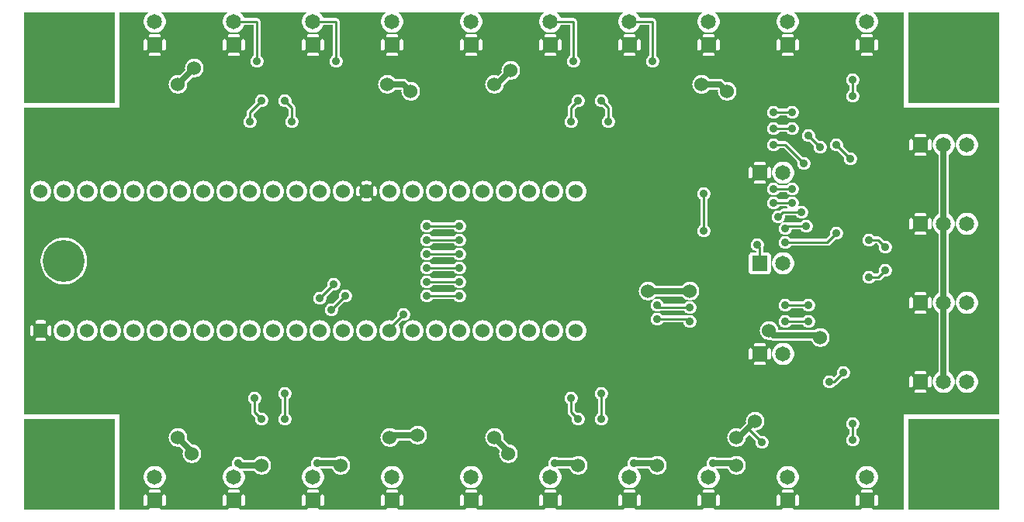
<source format=gbr>
G04 start of page 3 for group 1 idx 1 *
G04 Title: joystick-board, bottom *
G04 Creator: pcb 20140316 *
G04 CreationDate: Mon 11 Dec 2017 05:03:33 PM GMT UTC *
G04 For: brian *
G04 Format: Gerber/RS-274X *
G04 PCB-Dimensions (mil): 6000.00 5000.00 *
G04 PCB-Coordinate-Origin: lower left *
%MOIN*%
%FSLAX25Y25*%
%LNBOTTOM*%
%ADD40C,0.1285*%
%ADD39C,0.0400*%
%ADD38C,0.0380*%
%ADD37C,0.0350*%
%ADD36C,0.0200*%
%ADD35C,0.0360*%
%ADD34C,0.1800*%
%ADD33C,0.0650*%
%ADD32C,0.0600*%
%ADD31C,0.0250*%
%ADD30C,0.0100*%
%ADD29C,0.0001*%
G54D29*G36*
X424000Y383000D02*X463000D01*
Y344000D01*
X424000D01*
Y383000D01*
G37*
G36*
X44000Y344000D02*Y383000D01*
X83000D01*
Y344000D01*
X44000D01*
G37*
G36*
X83000Y169000D02*X44000D01*
Y208000D01*
X83000D01*
Y169000D01*
G37*
G36*
X463000Y208000D02*Y169000D01*
X424000D01*
Y208000D01*
X463000D01*
G37*
G36*
X448993Y342000D02*X463000D01*
Y210000D01*
X448993D01*
Y219236D01*
X449000Y219235D01*
X449745Y219294D01*
X450472Y219469D01*
X451163Y219755D01*
X451801Y220145D01*
X452369Y220631D01*
X452855Y221199D01*
X453245Y221837D01*
X453531Y222528D01*
X453706Y223255D01*
X453750Y224000D01*
X453706Y224745D01*
X453531Y225472D01*
X453245Y226163D01*
X452855Y226801D01*
X452369Y227369D01*
X451801Y227855D01*
X451163Y228245D01*
X450472Y228531D01*
X449745Y228706D01*
X449000Y228765D01*
X448993Y228764D01*
Y253236D01*
X449000Y253235D01*
X449745Y253294D01*
X450472Y253469D01*
X451163Y253755D01*
X451801Y254145D01*
X452369Y254631D01*
X452855Y255199D01*
X453245Y255837D01*
X453531Y256528D01*
X453706Y257255D01*
X453750Y258000D01*
X453706Y258745D01*
X453531Y259472D01*
X453245Y260163D01*
X452855Y260801D01*
X452369Y261369D01*
X451801Y261855D01*
X451163Y262245D01*
X450472Y262531D01*
X449745Y262706D01*
X449000Y262765D01*
X448993Y262764D01*
Y287236D01*
X449000Y287235D01*
X449745Y287294D01*
X450472Y287469D01*
X451163Y287755D01*
X451801Y288145D01*
X452369Y288631D01*
X452855Y289199D01*
X453245Y289837D01*
X453531Y290528D01*
X453706Y291255D01*
X453750Y292000D01*
X453706Y292745D01*
X453531Y293472D01*
X453245Y294163D01*
X452855Y294801D01*
X452369Y295369D01*
X451801Y295855D01*
X451163Y296245D01*
X450472Y296531D01*
X449745Y296706D01*
X449000Y296765D01*
X448993Y296764D01*
Y321236D01*
X449000Y321235D01*
X449745Y321294D01*
X450472Y321469D01*
X451163Y321755D01*
X451801Y322145D01*
X452369Y322631D01*
X452855Y323199D01*
X453245Y323837D01*
X453531Y324528D01*
X453706Y325255D01*
X453750Y326000D01*
X453706Y326745D01*
X453531Y327472D01*
X453245Y328163D01*
X452855Y328801D01*
X452369Y329369D01*
X451801Y329855D01*
X451163Y330245D01*
X450472Y330531D01*
X449745Y330706D01*
X449000Y330765D01*
X448993Y330764D01*
Y342000D01*
G37*
G36*
X438993D02*X448993D01*
Y330764D01*
X448255Y330706D01*
X447528Y330531D01*
X446837Y330245D01*
X446199Y329855D01*
X445631Y329369D01*
X445145Y328801D01*
X444755Y328163D01*
X444469Y327472D01*
X444294Y326745D01*
X444235Y326000D01*
X444294Y325255D01*
X444469Y324528D01*
X444755Y323837D01*
X445145Y323199D01*
X445631Y322631D01*
X446199Y322145D01*
X446837Y321755D01*
X447528Y321469D01*
X448255Y321294D01*
X448993Y321236D01*
Y296764D01*
X448255Y296706D01*
X447528Y296531D01*
X446837Y296245D01*
X446199Y295855D01*
X445631Y295369D01*
X445145Y294801D01*
X444755Y294163D01*
X444469Y293472D01*
X444294Y292745D01*
X444235Y292000D01*
X444294Y291255D01*
X444469Y290528D01*
X444755Y289837D01*
X445145Y289199D01*
X445631Y288631D01*
X446199Y288145D01*
X446837Y287755D01*
X447528Y287469D01*
X448255Y287294D01*
X448993Y287236D01*
Y262764D01*
X448255Y262706D01*
X447528Y262531D01*
X446837Y262245D01*
X446199Y261855D01*
X445631Y261369D01*
X445145Y260801D01*
X444755Y260163D01*
X444469Y259472D01*
X444294Y258745D01*
X444235Y258000D01*
X444294Y257255D01*
X444469Y256528D01*
X444755Y255837D01*
X445145Y255199D01*
X445631Y254631D01*
X446199Y254145D01*
X446837Y253755D01*
X447528Y253469D01*
X448255Y253294D01*
X448993Y253236D01*
Y228764D01*
X448255Y228706D01*
X447528Y228531D01*
X446837Y228245D01*
X446199Y227855D01*
X445631Y227369D01*
X445145Y226801D01*
X444755Y226163D01*
X444469Y225472D01*
X444294Y224745D01*
X444235Y224000D01*
X444294Y223255D01*
X444469Y222528D01*
X444755Y221837D01*
X445145Y221199D01*
X445631Y220631D01*
X446199Y220145D01*
X446837Y219755D01*
X447528Y219469D01*
X448255Y219294D01*
X448993Y219236D01*
Y210000D01*
X438993D01*
Y219236D01*
X439000Y219235D01*
X439745Y219294D01*
X440472Y219469D01*
X441163Y219755D01*
X441801Y220145D01*
X442369Y220631D01*
X442855Y221199D01*
X443245Y221837D01*
X443531Y222528D01*
X443706Y223255D01*
X443750Y224000D01*
X443706Y224745D01*
X443531Y225472D01*
X443245Y226163D01*
X442855Y226801D01*
X442369Y227369D01*
X441801Y227855D01*
X441250Y228192D01*
Y253808D01*
X441801Y254145D01*
X442369Y254631D01*
X442855Y255199D01*
X443245Y255837D01*
X443531Y256528D01*
X443706Y257255D01*
X443750Y258000D01*
X443706Y258745D01*
X443531Y259472D01*
X443245Y260163D01*
X442855Y260801D01*
X442369Y261369D01*
X441801Y261855D01*
X441250Y262192D01*
Y287808D01*
X441801Y288145D01*
X442369Y288631D01*
X442855Y289199D01*
X443245Y289837D01*
X443531Y290528D01*
X443706Y291255D01*
X443750Y292000D01*
X443706Y292745D01*
X443531Y293472D01*
X443245Y294163D01*
X442855Y294801D01*
X442369Y295369D01*
X441801Y295855D01*
X441250Y296192D01*
Y321808D01*
X441801Y322145D01*
X442369Y322631D01*
X442855Y323199D01*
X443245Y323837D01*
X443531Y324528D01*
X443706Y325255D01*
X443750Y326000D01*
X443706Y326745D01*
X443531Y327472D01*
X443245Y328163D01*
X442855Y328801D01*
X442369Y329369D01*
X441801Y329855D01*
X441163Y330245D01*
X440472Y330531D01*
X439745Y330706D01*
X439000Y330765D01*
X438993Y330764D01*
Y342000D01*
G37*
G36*
X433000D02*X438993D01*
Y330764D01*
X438255Y330706D01*
X437528Y330531D01*
X436837Y330245D01*
X436199Y329855D01*
X435631Y329369D01*
X435145Y328801D01*
X434755Y328163D01*
X434469Y327472D01*
X434294Y326745D01*
X434235Y326000D01*
X434294Y325255D01*
X434469Y324528D01*
X434755Y323837D01*
X435145Y323199D01*
X435631Y322631D01*
X436199Y322145D01*
X436750Y321808D01*
Y296192D01*
X436199Y295855D01*
X435631Y295369D01*
X435145Y294801D01*
X434755Y294163D01*
X434469Y293472D01*
X434294Y292745D01*
X434235Y292000D01*
X434294Y291255D01*
X434469Y290528D01*
X434755Y289837D01*
X435145Y289199D01*
X435631Y288631D01*
X436199Y288145D01*
X436750Y287808D01*
Y262192D01*
X436199Y261855D01*
X435631Y261369D01*
X435145Y260801D01*
X434755Y260163D01*
X434469Y259472D01*
X434294Y258745D01*
X434235Y258000D01*
X434294Y257255D01*
X434469Y256528D01*
X434755Y255837D01*
X435145Y255199D01*
X435631Y254631D01*
X436199Y254145D01*
X436750Y253808D01*
Y228192D01*
X436199Y227855D01*
X435631Y227369D01*
X435145Y226801D01*
X434755Y226163D01*
X434469Y225472D01*
X434294Y224745D01*
X434235Y224000D01*
X434294Y223255D01*
X434469Y222528D01*
X434755Y221837D01*
X435145Y221199D01*
X435631Y220631D01*
X436199Y220145D01*
X436837Y219755D01*
X437528Y219469D01*
X438255Y219294D01*
X438993Y219236D01*
Y210000D01*
X433000D01*
Y221498D01*
X433118Y221507D01*
X433232Y221535D01*
X433342Y221580D01*
X433442Y221641D01*
X433532Y221718D01*
X433609Y221808D01*
X433670Y221908D01*
X433715Y222018D01*
X433743Y222132D01*
X433750Y222250D01*
Y225750D01*
X433743Y225868D01*
X433715Y225982D01*
X433670Y226092D01*
X433609Y226192D01*
X433532Y226282D01*
X433442Y226359D01*
X433342Y226420D01*
X433232Y226465D01*
X433118Y226493D01*
X433000Y226502D01*
Y255498D01*
X433118Y255507D01*
X433232Y255535D01*
X433342Y255580D01*
X433442Y255641D01*
X433532Y255718D01*
X433609Y255808D01*
X433670Y255908D01*
X433715Y256018D01*
X433743Y256132D01*
X433750Y256250D01*
Y259750D01*
X433743Y259868D01*
X433715Y259982D01*
X433670Y260092D01*
X433609Y260192D01*
X433532Y260282D01*
X433442Y260359D01*
X433342Y260420D01*
X433232Y260465D01*
X433118Y260493D01*
X433000Y260502D01*
Y289498D01*
X433118Y289507D01*
X433232Y289535D01*
X433342Y289580D01*
X433442Y289641D01*
X433532Y289718D01*
X433609Y289808D01*
X433670Y289908D01*
X433715Y290018D01*
X433743Y290132D01*
X433750Y290250D01*
Y293750D01*
X433743Y293868D01*
X433715Y293982D01*
X433670Y294092D01*
X433609Y294192D01*
X433532Y294282D01*
X433442Y294359D01*
X433342Y294420D01*
X433232Y294465D01*
X433118Y294493D01*
X433000Y294502D01*
Y323498D01*
X433118Y323507D01*
X433232Y323535D01*
X433342Y323580D01*
X433442Y323641D01*
X433532Y323718D01*
X433609Y323808D01*
X433670Y323908D01*
X433715Y324018D01*
X433743Y324132D01*
X433750Y324250D01*
Y327750D01*
X433743Y327868D01*
X433715Y327982D01*
X433670Y328092D01*
X433609Y328192D01*
X433532Y328282D01*
X433442Y328359D01*
X433342Y328420D01*
X433232Y328465D01*
X433118Y328493D01*
X433000Y328502D01*
Y342000D01*
G37*
G36*
X429000D02*X433000D01*
Y328502D01*
X432882Y328493D01*
X432768Y328465D01*
X432658Y328420D01*
X432558Y328359D01*
X432468Y328282D01*
X432391Y328192D01*
X432330Y328092D01*
X432285Y327982D01*
X432257Y327868D01*
X432250Y327750D01*
Y324250D01*
X432257Y324132D01*
X432285Y324018D01*
X432330Y323908D01*
X432391Y323808D01*
X432468Y323718D01*
X432558Y323641D01*
X432658Y323580D01*
X432768Y323535D01*
X432882Y323507D01*
X433000Y323498D01*
Y294502D01*
X432882Y294493D01*
X432768Y294465D01*
X432658Y294420D01*
X432558Y294359D01*
X432468Y294282D01*
X432391Y294192D01*
X432330Y294092D01*
X432285Y293982D01*
X432257Y293868D01*
X432250Y293750D01*
Y290250D01*
X432257Y290132D01*
X432285Y290018D01*
X432330Y289908D01*
X432391Y289808D01*
X432468Y289718D01*
X432558Y289641D01*
X432658Y289580D01*
X432768Y289535D01*
X432882Y289507D01*
X433000Y289498D01*
Y260502D01*
X432882Y260493D01*
X432768Y260465D01*
X432658Y260420D01*
X432558Y260359D01*
X432468Y260282D01*
X432391Y260192D01*
X432330Y260092D01*
X432285Y259982D01*
X432257Y259868D01*
X432250Y259750D01*
Y256250D01*
X432257Y256132D01*
X432285Y256018D01*
X432330Y255908D01*
X432391Y255808D01*
X432468Y255718D01*
X432558Y255641D01*
X432658Y255580D01*
X432768Y255535D01*
X432882Y255507D01*
X433000Y255498D01*
Y226502D01*
X432882Y226493D01*
X432768Y226465D01*
X432658Y226420D01*
X432558Y226359D01*
X432468Y226282D01*
X432391Y226192D01*
X432330Y226092D01*
X432285Y225982D01*
X432257Y225868D01*
X432250Y225750D01*
Y222250D01*
X432257Y222132D01*
X432285Y222018D01*
X432330Y221908D01*
X432391Y221808D01*
X432468Y221718D01*
X432558Y221641D01*
X432658Y221580D01*
X432768Y221535D01*
X432882Y221507D01*
X433000Y221498D01*
Y210000D01*
X429000D01*
Y219250D01*
X430750D01*
X430868Y219257D01*
X430982Y219285D01*
X431092Y219330D01*
X431192Y219391D01*
X431282Y219468D01*
X431359Y219558D01*
X431420Y219658D01*
X431465Y219768D01*
X431493Y219882D01*
X431502Y220000D01*
X431493Y220118D01*
X431465Y220232D01*
X431420Y220342D01*
X431359Y220442D01*
X431282Y220532D01*
X431192Y220609D01*
X431092Y220670D01*
X430982Y220715D01*
X430868Y220743D01*
X430750Y220750D01*
X429000D01*
Y227250D01*
X430750D01*
X430868Y227257D01*
X430982Y227285D01*
X431092Y227330D01*
X431192Y227391D01*
X431282Y227468D01*
X431359Y227558D01*
X431420Y227658D01*
X431465Y227768D01*
X431493Y227882D01*
X431502Y228000D01*
X431493Y228118D01*
X431465Y228232D01*
X431420Y228342D01*
X431359Y228442D01*
X431282Y228532D01*
X431192Y228609D01*
X431092Y228670D01*
X430982Y228715D01*
X430868Y228743D01*
X430750Y228750D01*
X429000D01*
Y253250D01*
X430750D01*
X430868Y253257D01*
X430982Y253285D01*
X431092Y253330D01*
X431192Y253391D01*
X431282Y253468D01*
X431359Y253558D01*
X431420Y253658D01*
X431465Y253768D01*
X431493Y253882D01*
X431502Y254000D01*
X431493Y254118D01*
X431465Y254232D01*
X431420Y254342D01*
X431359Y254442D01*
X431282Y254532D01*
X431192Y254609D01*
X431092Y254670D01*
X430982Y254715D01*
X430868Y254743D01*
X430750Y254750D01*
X429000D01*
Y261250D01*
X430750D01*
X430868Y261257D01*
X430982Y261285D01*
X431092Y261330D01*
X431192Y261391D01*
X431282Y261468D01*
X431359Y261558D01*
X431420Y261658D01*
X431465Y261768D01*
X431493Y261882D01*
X431502Y262000D01*
X431493Y262118D01*
X431465Y262232D01*
X431420Y262342D01*
X431359Y262442D01*
X431282Y262532D01*
X431192Y262609D01*
X431092Y262670D01*
X430982Y262715D01*
X430868Y262743D01*
X430750Y262750D01*
X429000D01*
Y287250D01*
X430750D01*
X430868Y287257D01*
X430982Y287285D01*
X431092Y287330D01*
X431192Y287391D01*
X431282Y287468D01*
X431359Y287558D01*
X431420Y287658D01*
X431465Y287768D01*
X431493Y287882D01*
X431502Y288000D01*
X431493Y288118D01*
X431465Y288232D01*
X431420Y288342D01*
X431359Y288442D01*
X431282Y288532D01*
X431192Y288609D01*
X431092Y288670D01*
X430982Y288715D01*
X430868Y288743D01*
X430750Y288750D01*
X429000D01*
Y295250D01*
X430750D01*
X430868Y295257D01*
X430982Y295285D01*
X431092Y295330D01*
X431192Y295391D01*
X431282Y295468D01*
X431359Y295558D01*
X431420Y295658D01*
X431465Y295768D01*
X431493Y295882D01*
X431502Y296000D01*
X431493Y296118D01*
X431465Y296232D01*
X431420Y296342D01*
X431359Y296442D01*
X431282Y296532D01*
X431192Y296609D01*
X431092Y296670D01*
X430982Y296715D01*
X430868Y296743D01*
X430750Y296750D01*
X429000D01*
Y321250D01*
X430750D01*
X430868Y321257D01*
X430982Y321285D01*
X431092Y321330D01*
X431192Y321391D01*
X431282Y321468D01*
X431359Y321558D01*
X431420Y321658D01*
X431465Y321768D01*
X431493Y321882D01*
X431502Y322000D01*
X431493Y322118D01*
X431465Y322232D01*
X431420Y322342D01*
X431359Y322442D01*
X431282Y322532D01*
X431192Y322609D01*
X431092Y322670D01*
X430982Y322715D01*
X430868Y322743D01*
X430750Y322750D01*
X429000D01*
Y329250D01*
X430750D01*
X430868Y329257D01*
X430982Y329285D01*
X431092Y329330D01*
X431192Y329391D01*
X431282Y329468D01*
X431359Y329558D01*
X431420Y329658D01*
X431465Y329768D01*
X431493Y329882D01*
X431502Y330000D01*
X431493Y330118D01*
X431465Y330232D01*
X431420Y330342D01*
X431359Y330442D01*
X431282Y330532D01*
X431192Y330609D01*
X431092Y330670D01*
X430982Y330715D01*
X430868Y330743D01*
X430750Y330750D01*
X429000D01*
Y342000D01*
G37*
G36*
X425000D02*X429000D01*
Y330750D01*
X427250D01*
X427132Y330743D01*
X427018Y330715D01*
X426908Y330670D01*
X426808Y330609D01*
X426718Y330532D01*
X426641Y330442D01*
X426580Y330342D01*
X426535Y330232D01*
X426507Y330118D01*
X426498Y330000D01*
X426507Y329882D01*
X426535Y329768D01*
X426580Y329658D01*
X426641Y329558D01*
X426718Y329468D01*
X426808Y329391D01*
X426908Y329330D01*
X427018Y329285D01*
X427132Y329257D01*
X427250Y329250D01*
X429000D01*
Y322750D01*
X427250D01*
X427132Y322743D01*
X427018Y322715D01*
X426908Y322670D01*
X426808Y322609D01*
X426718Y322532D01*
X426641Y322442D01*
X426580Y322342D01*
X426535Y322232D01*
X426507Y322118D01*
X426498Y322000D01*
X426507Y321882D01*
X426535Y321768D01*
X426580Y321658D01*
X426641Y321558D01*
X426718Y321468D01*
X426808Y321391D01*
X426908Y321330D01*
X427018Y321285D01*
X427132Y321257D01*
X427250Y321250D01*
X429000D01*
Y296750D01*
X427250D01*
X427132Y296743D01*
X427018Y296715D01*
X426908Y296670D01*
X426808Y296609D01*
X426718Y296532D01*
X426641Y296442D01*
X426580Y296342D01*
X426535Y296232D01*
X426507Y296118D01*
X426498Y296000D01*
X426507Y295882D01*
X426535Y295768D01*
X426580Y295658D01*
X426641Y295558D01*
X426718Y295468D01*
X426808Y295391D01*
X426908Y295330D01*
X427018Y295285D01*
X427132Y295257D01*
X427250Y295250D01*
X429000D01*
Y288750D01*
X427250D01*
X427132Y288743D01*
X427018Y288715D01*
X426908Y288670D01*
X426808Y288609D01*
X426718Y288532D01*
X426641Y288442D01*
X426580Y288342D01*
X426535Y288232D01*
X426507Y288118D01*
X426498Y288000D01*
X426507Y287882D01*
X426535Y287768D01*
X426580Y287658D01*
X426641Y287558D01*
X426718Y287468D01*
X426808Y287391D01*
X426908Y287330D01*
X427018Y287285D01*
X427132Y287257D01*
X427250Y287250D01*
X429000D01*
Y262750D01*
X427250D01*
X427132Y262743D01*
X427018Y262715D01*
X426908Y262670D01*
X426808Y262609D01*
X426718Y262532D01*
X426641Y262442D01*
X426580Y262342D01*
X426535Y262232D01*
X426507Y262118D01*
X426498Y262000D01*
X426507Y261882D01*
X426535Y261768D01*
X426580Y261658D01*
X426641Y261558D01*
X426718Y261468D01*
X426808Y261391D01*
X426908Y261330D01*
X427018Y261285D01*
X427132Y261257D01*
X427250Y261250D01*
X429000D01*
Y254750D01*
X427250D01*
X427132Y254743D01*
X427018Y254715D01*
X426908Y254670D01*
X426808Y254609D01*
X426718Y254532D01*
X426641Y254442D01*
X426580Y254342D01*
X426535Y254232D01*
X426507Y254118D01*
X426498Y254000D01*
X426507Y253882D01*
X426535Y253768D01*
X426580Y253658D01*
X426641Y253558D01*
X426718Y253468D01*
X426808Y253391D01*
X426908Y253330D01*
X427018Y253285D01*
X427132Y253257D01*
X427250Y253250D01*
X429000D01*
Y228750D01*
X427250D01*
X427132Y228743D01*
X427018Y228715D01*
X426908Y228670D01*
X426808Y228609D01*
X426718Y228532D01*
X426641Y228442D01*
X426580Y228342D01*
X426535Y228232D01*
X426507Y228118D01*
X426498Y228000D01*
X426507Y227882D01*
X426535Y227768D01*
X426580Y227658D01*
X426641Y227558D01*
X426718Y227468D01*
X426808Y227391D01*
X426908Y227330D01*
X427018Y227285D01*
X427132Y227257D01*
X427250Y227250D01*
X429000D01*
Y220750D01*
X427250D01*
X427132Y220743D01*
X427018Y220715D01*
X426908Y220670D01*
X426808Y220609D01*
X426718Y220532D01*
X426641Y220442D01*
X426580Y220342D01*
X426535Y220232D01*
X426507Y220118D01*
X426498Y220000D01*
X426507Y219882D01*
X426535Y219768D01*
X426580Y219658D01*
X426641Y219558D01*
X426718Y219468D01*
X426808Y219391D01*
X426908Y219330D01*
X427018Y219285D01*
X427132Y219257D01*
X427250Y219250D01*
X429000D01*
Y210000D01*
X425000D01*
Y221498D01*
X425118Y221507D01*
X425232Y221535D01*
X425342Y221580D01*
X425442Y221641D01*
X425532Y221718D01*
X425609Y221808D01*
X425670Y221908D01*
X425715Y222018D01*
X425743Y222132D01*
X425750Y222250D01*
Y225750D01*
X425743Y225868D01*
X425715Y225982D01*
X425670Y226092D01*
X425609Y226192D01*
X425532Y226282D01*
X425442Y226359D01*
X425342Y226420D01*
X425232Y226465D01*
X425118Y226493D01*
X425000Y226502D01*
Y255498D01*
X425118Y255507D01*
X425232Y255535D01*
X425342Y255580D01*
X425442Y255641D01*
X425532Y255718D01*
X425609Y255808D01*
X425670Y255908D01*
X425715Y256018D01*
X425743Y256132D01*
X425750Y256250D01*
Y259750D01*
X425743Y259868D01*
X425715Y259982D01*
X425670Y260092D01*
X425609Y260192D01*
X425532Y260282D01*
X425442Y260359D01*
X425342Y260420D01*
X425232Y260465D01*
X425118Y260493D01*
X425000Y260502D01*
Y289498D01*
X425118Y289507D01*
X425232Y289535D01*
X425342Y289580D01*
X425442Y289641D01*
X425532Y289718D01*
X425609Y289808D01*
X425670Y289908D01*
X425715Y290018D01*
X425743Y290132D01*
X425750Y290250D01*
Y293750D01*
X425743Y293868D01*
X425715Y293982D01*
X425670Y294092D01*
X425609Y294192D01*
X425532Y294282D01*
X425442Y294359D01*
X425342Y294420D01*
X425232Y294465D01*
X425118Y294493D01*
X425000Y294502D01*
Y323498D01*
X425118Y323507D01*
X425232Y323535D01*
X425342Y323580D01*
X425442Y323641D01*
X425532Y323718D01*
X425609Y323808D01*
X425670Y323908D01*
X425715Y324018D01*
X425743Y324132D01*
X425750Y324250D01*
Y327750D01*
X425743Y327868D01*
X425715Y327982D01*
X425670Y328092D01*
X425609Y328192D01*
X425532Y328282D01*
X425442Y328359D01*
X425342Y328420D01*
X425232Y328465D01*
X425118Y328493D01*
X425000Y328502D01*
Y342000D01*
G37*
G36*
X410496Y377441D02*X410531Y377528D01*
X410706Y378255D01*
X410750Y379000D01*
X410706Y379745D01*
X410531Y380472D01*
X410496Y380559D01*
Y383000D01*
X422000D01*
Y342000D01*
X425000D01*
Y328502D01*
X424882Y328493D01*
X424768Y328465D01*
X424658Y328420D01*
X424558Y328359D01*
X424468Y328282D01*
X424391Y328192D01*
X424330Y328092D01*
X424285Y327982D01*
X424257Y327868D01*
X424250Y327750D01*
Y324250D01*
X424257Y324132D01*
X424285Y324018D01*
X424330Y323908D01*
X424391Y323808D01*
X424468Y323718D01*
X424558Y323641D01*
X424658Y323580D01*
X424768Y323535D01*
X424882Y323507D01*
X425000Y323498D01*
Y294502D01*
X424882Y294493D01*
X424768Y294465D01*
X424658Y294420D01*
X424558Y294359D01*
X424468Y294282D01*
X424391Y294192D01*
X424330Y294092D01*
X424285Y293982D01*
X424257Y293868D01*
X424250Y293750D01*
Y290250D01*
X424257Y290132D01*
X424285Y290018D01*
X424330Y289908D01*
X424391Y289808D01*
X424468Y289718D01*
X424558Y289641D01*
X424658Y289580D01*
X424768Y289535D01*
X424882Y289507D01*
X425000Y289498D01*
Y260502D01*
X424882Y260493D01*
X424768Y260465D01*
X424658Y260420D01*
X424558Y260359D01*
X424468Y260282D01*
X424391Y260192D01*
X424330Y260092D01*
X424285Y259982D01*
X424257Y259868D01*
X424250Y259750D01*
Y256250D01*
X424257Y256132D01*
X424285Y256018D01*
X424330Y255908D01*
X424391Y255808D01*
X424468Y255718D01*
X424558Y255641D01*
X424658Y255580D01*
X424768Y255535D01*
X424882Y255507D01*
X425000Y255498D01*
Y226502D01*
X424882Y226493D01*
X424768Y226465D01*
X424658Y226420D01*
X424558Y226359D01*
X424468Y226282D01*
X424391Y226192D01*
X424330Y226092D01*
X424285Y225982D01*
X424257Y225868D01*
X424250Y225750D01*
Y222250D01*
X424257Y222132D01*
X424285Y222018D01*
X424330Y221908D01*
X424391Y221808D01*
X424468Y221718D01*
X424558Y221641D01*
X424658Y221580D01*
X424768Y221535D01*
X424882Y221507D01*
X425000Y221498D01*
Y210000D01*
X422000D01*
Y169000D01*
X410496D01*
Y170687D01*
X410532Y170718D01*
X410609Y170808D01*
X410670Y170908D01*
X410715Y171018D01*
X410743Y171132D01*
X410750Y171250D01*
Y174750D01*
X410743Y174868D01*
X410715Y174982D01*
X410670Y175092D01*
X410609Y175192D01*
X410532Y175282D01*
X410496Y175313D01*
Y181441D01*
X410531Y181528D01*
X410706Y182255D01*
X410750Y183000D01*
X410706Y183745D01*
X410531Y184472D01*
X410496Y184559D01*
Y267500D01*
X410941D01*
X411000Y267495D01*
X411235Y267514D01*
X411235Y267514D01*
X411465Y267569D01*
X411683Y267659D01*
X411884Y267783D01*
X412064Y267936D01*
X412102Y267981D01*
X413389Y269267D01*
X413561Y269226D01*
X414000Y269191D01*
X414439Y269226D01*
X414868Y269329D01*
X415275Y269497D01*
X415651Y269728D01*
X415986Y270014D01*
X416272Y270349D01*
X416503Y270725D01*
X416671Y271132D01*
X416774Y271561D01*
X416800Y272000D01*
X416774Y272439D01*
X416671Y272868D01*
X416503Y273275D01*
X416272Y273651D01*
X415986Y273986D01*
X415651Y274272D01*
X415275Y274503D01*
X414868Y274671D01*
X414439Y274774D01*
X414000Y274809D01*
X413561Y274774D01*
X413132Y274671D01*
X412725Y274503D01*
X412349Y274272D01*
X412014Y273986D01*
X411728Y273651D01*
X411497Y273275D01*
X411329Y272868D01*
X411226Y272439D01*
X411191Y272000D01*
X411226Y271561D01*
X411267Y271389D01*
X410496Y270617D01*
Y283383D01*
X411267Y282611D01*
X411226Y282439D01*
X411191Y282000D01*
X411226Y281561D01*
X411329Y281132D01*
X411497Y280725D01*
X411728Y280349D01*
X412014Y280014D01*
X412349Y279728D01*
X412725Y279497D01*
X413132Y279329D01*
X413561Y279226D01*
X414000Y279191D01*
X414439Y279226D01*
X414868Y279329D01*
X415275Y279497D01*
X415651Y279728D01*
X415986Y280014D01*
X416272Y280349D01*
X416503Y280725D01*
X416671Y281132D01*
X416774Y281561D01*
X416800Y282000D01*
X416774Y282439D01*
X416671Y282868D01*
X416503Y283275D01*
X416272Y283651D01*
X415986Y283986D01*
X415651Y284272D01*
X415275Y284503D01*
X414868Y284671D01*
X414439Y284774D01*
X414000Y284809D01*
X413561Y284774D01*
X413389Y284733D01*
X412102Y286019D01*
X412064Y286064D01*
X411884Y286217D01*
X411683Y286341D01*
X411465Y286431D01*
X411235Y286486D01*
X411000Y286505D01*
X410941Y286500D01*
X410496D01*
Y366687D01*
X410532Y366718D01*
X410609Y366808D01*
X410670Y366908D01*
X410715Y367018D01*
X410743Y367132D01*
X410750Y367250D01*
Y370750D01*
X410743Y370868D01*
X410715Y370982D01*
X410670Y371092D01*
X410609Y371192D01*
X410532Y371282D01*
X410496Y371313D01*
Y377441D01*
G37*
G36*
Y380559D02*X410245Y381163D01*
X409855Y381801D01*
X409369Y382369D01*
X408801Y382855D01*
X408563Y383000D01*
X410496D01*
Y380559D01*
G37*
G36*
X406000Y178235D02*X406745Y178294D01*
X407472Y178469D01*
X408163Y178755D01*
X408801Y179145D01*
X409369Y179631D01*
X409855Y180199D01*
X410245Y180837D01*
X410496Y181441D01*
Y175313D01*
X410442Y175359D01*
X410342Y175420D01*
X410232Y175465D01*
X410118Y175493D01*
X410000Y175502D01*
X409882Y175493D01*
X409768Y175465D01*
X409658Y175420D01*
X409558Y175359D01*
X409468Y175282D01*
X409391Y175192D01*
X409330Y175092D01*
X409285Y174982D01*
X409257Y174868D01*
X409250Y174750D01*
Y171250D01*
X409257Y171132D01*
X409285Y171018D01*
X409330Y170908D01*
X409391Y170808D01*
X409468Y170718D01*
X409558Y170641D01*
X409658Y170580D01*
X409768Y170535D01*
X409882Y170507D01*
X410000Y170498D01*
X410118Y170507D01*
X410232Y170535D01*
X410342Y170580D01*
X410442Y170641D01*
X410496Y170687D01*
Y169000D01*
X408502D01*
X408493Y169118D01*
X408465Y169232D01*
X408420Y169342D01*
X408359Y169442D01*
X408282Y169532D01*
X408192Y169609D01*
X408092Y169670D01*
X407982Y169715D01*
X407868Y169743D01*
X407750Y169750D01*
X406000D01*
Y176250D01*
X407750D01*
X407868Y176257D01*
X407982Y176285D01*
X408092Y176330D01*
X408192Y176391D01*
X408282Y176468D01*
X408359Y176558D01*
X408420Y176658D01*
X408465Y176768D01*
X408493Y176882D01*
X408502Y177000D01*
X408493Y177118D01*
X408465Y177232D01*
X408420Y177342D01*
X408359Y177442D01*
X408282Y177532D01*
X408192Y177609D01*
X408092Y177670D01*
X407982Y177715D01*
X407868Y177743D01*
X407750Y177750D01*
X406000D01*
Y178235D01*
G37*
G36*
Y266384D02*X406132Y266329D01*
X406561Y266226D01*
X407000Y266191D01*
X407439Y266226D01*
X407868Y266329D01*
X408275Y266497D01*
X408651Y266728D01*
X408986Y267014D01*
X409272Y267349D01*
X409365Y267500D01*
X410496D01*
Y184559D01*
X410245Y185163D01*
X409855Y185801D01*
X409369Y186369D01*
X408801Y186855D01*
X408163Y187245D01*
X407472Y187531D01*
X406745Y187706D01*
X406000Y187765D01*
Y266384D01*
G37*
G36*
Y282384D02*X406132Y282329D01*
X406561Y282226D01*
X407000Y282191D01*
X407439Y282226D01*
X407868Y282329D01*
X408275Y282497D01*
X408651Y282728D01*
X408986Y283014D01*
X409272Y283349D01*
X409365Y283500D01*
X410379D01*
X410496Y283383D01*
Y270617D01*
X410379Y270500D01*
X409365D01*
X409272Y270651D01*
X408986Y270986D01*
X408651Y271272D01*
X408275Y271503D01*
X407868Y271671D01*
X407439Y271774D01*
X407000Y271809D01*
X406561Y271774D01*
X406132Y271671D01*
X406000Y271616D01*
Y282384D01*
G37*
G36*
Y374235D02*X406745Y374294D01*
X407472Y374469D01*
X408163Y374755D01*
X408801Y375145D01*
X409369Y375631D01*
X409855Y376199D01*
X410245Y376837D01*
X410496Y377441D01*
Y371313D01*
X410442Y371359D01*
X410342Y371420D01*
X410232Y371465D01*
X410118Y371493D01*
X410000Y371502D01*
X409882Y371493D01*
X409768Y371465D01*
X409658Y371420D01*
X409558Y371359D01*
X409468Y371282D01*
X409391Y371192D01*
X409330Y371092D01*
X409285Y370982D01*
X409257Y370868D01*
X409250Y370750D01*
Y367250D01*
X409257Y367132D01*
X409285Y367018D01*
X409330Y366908D01*
X409391Y366808D01*
X409468Y366718D01*
X409558Y366641D01*
X409658Y366580D01*
X409768Y366535D01*
X409882Y366507D01*
X410000Y366498D01*
X410118Y366507D01*
X410232Y366535D01*
X410342Y366580D01*
X410442Y366641D01*
X410496Y366687D01*
Y286500D01*
X409365D01*
X409272Y286651D01*
X408986Y286986D01*
X408651Y287272D01*
X408275Y287503D01*
X407868Y287671D01*
X407439Y287774D01*
X407000Y287809D01*
X406561Y287774D01*
X406132Y287671D01*
X406000Y287616D01*
Y364250D01*
X407750D01*
X407868Y364257D01*
X407982Y364285D01*
X408092Y364330D01*
X408192Y364391D01*
X408282Y364468D01*
X408359Y364558D01*
X408420Y364658D01*
X408465Y364768D01*
X408493Y364882D01*
X408502Y365000D01*
X408493Y365118D01*
X408465Y365232D01*
X408420Y365342D01*
X408359Y365442D01*
X408282Y365532D01*
X408192Y365609D01*
X408092Y365670D01*
X407982Y365715D01*
X407868Y365743D01*
X407750Y365750D01*
X406000D01*
Y372250D01*
X407750D01*
X407868Y372257D01*
X407982Y372285D01*
X408092Y372330D01*
X408192Y372391D01*
X408282Y372468D01*
X408359Y372558D01*
X408420Y372658D01*
X408465Y372768D01*
X408493Y372882D01*
X408502Y373000D01*
X408493Y373118D01*
X408465Y373232D01*
X408420Y373342D01*
X408359Y373442D01*
X408282Y373532D01*
X408192Y373609D01*
X408092Y373670D01*
X407982Y373715D01*
X407868Y373743D01*
X407750Y373750D01*
X406000D01*
Y374235D01*
G37*
G36*
X402000Y180437D02*X402145Y180199D01*
X402631Y179631D01*
X403199Y179145D01*
X403837Y178755D01*
X404528Y178469D01*
X405255Y178294D01*
X406000Y178235D01*
X406000D01*
Y177750D01*
X404250D01*
X404132Y177743D01*
X404018Y177715D01*
X403908Y177670D01*
X403808Y177609D01*
X403718Y177532D01*
X403641Y177442D01*
X403580Y177342D01*
X403535Y177232D01*
X403507Y177118D01*
X403498Y177000D01*
X403507Y176882D01*
X403535Y176768D01*
X403580Y176658D01*
X403641Y176558D01*
X403718Y176468D01*
X403808Y176391D01*
X403908Y176330D01*
X404018Y176285D01*
X404132Y176257D01*
X404250Y176250D01*
X406000D01*
Y169750D01*
X404250D01*
X404132Y169743D01*
X404018Y169715D01*
X403908Y169670D01*
X403808Y169609D01*
X403718Y169532D01*
X403641Y169442D01*
X403580Y169342D01*
X403535Y169232D01*
X403507Y169118D01*
X403498Y169000D01*
X402000D01*
Y170498D01*
X402118Y170507D01*
X402232Y170535D01*
X402342Y170580D01*
X402442Y170641D01*
X402532Y170718D01*
X402609Y170808D01*
X402670Y170908D01*
X402715Y171018D01*
X402743Y171132D01*
X402750Y171250D01*
Y174750D01*
X402743Y174868D01*
X402715Y174982D01*
X402670Y175092D01*
X402609Y175192D01*
X402532Y175282D01*
X402442Y175359D01*
X402342Y175420D01*
X402232Y175465D01*
X402118Y175493D01*
X402000Y175502D01*
Y180437D01*
G37*
G36*
Y376437D02*X402145Y376199D01*
X402631Y375631D01*
X403199Y375145D01*
X403837Y374755D01*
X404528Y374469D01*
X405255Y374294D01*
X406000Y374235D01*
X406000D01*
Y373750D01*
X404250D01*
X404132Y373743D01*
X404018Y373715D01*
X403908Y373670D01*
X403808Y373609D01*
X403718Y373532D01*
X403641Y373442D01*
X403580Y373342D01*
X403535Y373232D01*
X403507Y373118D01*
X403498Y373000D01*
X403507Y372882D01*
X403535Y372768D01*
X403580Y372658D01*
X403641Y372558D01*
X403718Y372468D01*
X403808Y372391D01*
X403908Y372330D01*
X404018Y372285D01*
X404132Y372257D01*
X404250Y372250D01*
X406000D01*
Y365750D01*
X404250D01*
X404132Y365743D01*
X404018Y365715D01*
X403908Y365670D01*
X403808Y365609D01*
X403718Y365532D01*
X403641Y365442D01*
X403580Y365342D01*
X403535Y365232D01*
X403507Y365118D01*
X403498Y365000D01*
X403507Y364882D01*
X403535Y364768D01*
X403580Y364658D01*
X403641Y364558D01*
X403718Y364468D01*
X403808Y364391D01*
X403908Y364330D01*
X404018Y364285D01*
X404132Y364257D01*
X404250Y364250D01*
X406000D01*
Y287616D01*
X405725Y287503D01*
X405349Y287272D01*
X405014Y286986D01*
X404728Y286651D01*
X404497Y286275D01*
X404329Y285868D01*
X404226Y285439D01*
X404191Y285000D01*
X404226Y284561D01*
X404329Y284132D01*
X404497Y283725D01*
X404728Y283349D01*
X405014Y283014D01*
X405349Y282728D01*
X405725Y282497D01*
X406000Y282384D01*
Y271616D01*
X405725Y271503D01*
X405349Y271272D01*
X405014Y270986D01*
X404728Y270651D01*
X404497Y270275D01*
X404329Y269868D01*
X404226Y269439D01*
X404191Y269000D01*
X404226Y268561D01*
X404329Y268132D01*
X404497Y267725D01*
X404728Y267349D01*
X405014Y267014D01*
X405349Y266728D01*
X405725Y266497D01*
X406000Y266384D01*
Y187765D01*
X406000D01*
X405255Y187706D01*
X404528Y187531D01*
X403837Y187245D01*
X403199Y186855D01*
X402631Y186369D01*
X402145Y185801D01*
X402000Y185563D01*
Y197030D01*
X402272Y197349D01*
X402503Y197725D01*
X402671Y198132D01*
X402774Y198561D01*
X402800Y199000D01*
X402774Y199439D01*
X402671Y199868D01*
X402503Y200275D01*
X402272Y200651D01*
X402000Y200970D01*
Y204030D01*
X402272Y204349D01*
X402503Y204725D01*
X402671Y205132D01*
X402774Y205561D01*
X402800Y206000D01*
X402774Y206439D01*
X402671Y206868D01*
X402503Y207275D01*
X402272Y207651D01*
X402000Y207970D01*
Y345030D01*
X402272Y345349D01*
X402503Y345725D01*
X402671Y346132D01*
X402774Y346561D01*
X402800Y347000D01*
X402774Y347439D01*
X402671Y347868D01*
X402503Y348275D01*
X402272Y348651D01*
X402000Y348970D01*
Y352030D01*
X402272Y352349D01*
X402503Y352725D01*
X402671Y353132D01*
X402774Y353561D01*
X402800Y354000D01*
X402774Y354439D01*
X402671Y354868D01*
X402503Y355275D01*
X402272Y355651D01*
X402000Y355970D01*
Y366498D01*
X402118Y366507D01*
X402232Y366535D01*
X402342Y366580D01*
X402442Y366641D01*
X402532Y366718D01*
X402609Y366808D01*
X402670Y366908D01*
X402715Y367018D01*
X402743Y367132D01*
X402750Y367250D01*
Y370750D01*
X402743Y370868D01*
X402715Y370982D01*
X402670Y371092D01*
X402609Y371192D01*
X402532Y371282D01*
X402442Y371359D01*
X402342Y371420D01*
X402232Y371465D01*
X402118Y371493D01*
X402000Y371502D01*
Y376437D01*
G37*
G36*
Y383000D02*X403437D01*
X403199Y382855D01*
X402631Y382369D01*
X402145Y381801D01*
X402000Y381563D01*
Y383000D01*
G37*
G36*
Y348970D02*X401986Y348986D01*
X401651Y349272D01*
X401500Y349365D01*
Y351635D01*
X401651Y351728D01*
X401986Y352014D01*
X402000Y352030D01*
Y348970D01*
G37*
G36*
Y207970D02*X401986Y207986D01*
X401651Y208272D01*
X401275Y208503D01*
X400868Y208671D01*
X400439Y208774D01*
X400000Y208809D01*
X399996Y208808D01*
Y317382D01*
X400275Y317497D01*
X400651Y317728D01*
X400986Y318014D01*
X401272Y318349D01*
X401503Y318725D01*
X401671Y319132D01*
X401774Y319561D01*
X401800Y320000D01*
X401774Y320439D01*
X401671Y320868D01*
X401503Y321275D01*
X401272Y321651D01*
X400986Y321986D01*
X400651Y322272D01*
X400275Y322503D01*
X399996Y322618D01*
Y344192D01*
X400000Y344191D01*
X400439Y344226D01*
X400868Y344329D01*
X401275Y344497D01*
X401651Y344728D01*
X401986Y345014D01*
X402000Y345030D01*
Y207970D01*
G37*
G36*
Y200970D02*X401986Y200986D01*
X401651Y201272D01*
X401500Y201365D01*
Y203635D01*
X401651Y203728D01*
X401986Y204014D01*
X402000Y204030D01*
Y200970D01*
G37*
G36*
Y185563D02*X401755Y185163D01*
X401469Y184472D01*
X401294Y183745D01*
X401235Y183000D01*
X401294Y182255D01*
X401469Y181528D01*
X401755Y180837D01*
X402000Y180437D01*
Y175502D01*
X401882Y175493D01*
X401768Y175465D01*
X401658Y175420D01*
X401558Y175359D01*
X401468Y175282D01*
X401391Y175192D01*
X401330Y175092D01*
X401285Y174982D01*
X401257Y174868D01*
X401250Y174750D01*
Y171250D01*
X401257Y171132D01*
X401285Y171018D01*
X401330Y170908D01*
X401391Y170808D01*
X401468Y170718D01*
X401558Y170641D01*
X401658Y170580D01*
X401768Y170535D01*
X401882Y170507D01*
X402000Y170498D01*
Y169000D01*
X399996D01*
Y196192D01*
X400000Y196191D01*
X400439Y196226D01*
X400868Y196329D01*
X401275Y196497D01*
X401651Y196728D01*
X401986Y197014D01*
X402000Y197030D01*
Y185563D01*
G37*
G36*
X399996Y383000D02*X402000D01*
Y381563D01*
X401755Y381163D01*
X401469Y380472D01*
X401294Y379745D01*
X401235Y379000D01*
X401294Y378255D01*
X401469Y377528D01*
X401755Y376837D01*
X402000Y376437D01*
Y371502D01*
X401882Y371493D01*
X401768Y371465D01*
X401658Y371420D01*
X401558Y371359D01*
X401468Y371282D01*
X401391Y371192D01*
X401330Y371092D01*
X401285Y370982D01*
X401257Y370868D01*
X401250Y370750D01*
Y367250D01*
X401257Y367132D01*
X401285Y367018D01*
X401330Y366908D01*
X401391Y366808D01*
X401468Y366718D01*
X401558Y366641D01*
X401658Y366580D01*
X401768Y366535D01*
X401882Y366507D01*
X402000Y366498D01*
Y355970D01*
X401986Y355986D01*
X401651Y356272D01*
X401275Y356503D01*
X400868Y356671D01*
X400439Y356774D01*
X400000Y356809D01*
X399996Y356808D01*
Y383000D01*
G37*
G36*
Y169000D02*X395996D01*
Y225192D01*
X396000Y225191D01*
X396439Y225226D01*
X396868Y225329D01*
X397275Y225497D01*
X397651Y225728D01*
X397986Y226014D01*
X398272Y226349D01*
X398503Y226725D01*
X398671Y227132D01*
X398774Y227561D01*
X398800Y228000D01*
X398774Y228439D01*
X398671Y228868D01*
X398503Y229275D01*
X398272Y229651D01*
X397986Y229986D01*
X397651Y230272D01*
X397275Y230503D01*
X396868Y230671D01*
X396439Y230774D01*
X396000Y230809D01*
X395996Y230808D01*
Y320883D01*
X396267Y320611D01*
X396226Y320439D01*
X396191Y320000D01*
X396226Y319561D01*
X396329Y319132D01*
X396497Y318725D01*
X396728Y318349D01*
X397014Y318014D01*
X397349Y317728D01*
X397725Y317497D01*
X398132Y317329D01*
X398561Y317226D01*
X399000Y317191D01*
X399439Y317226D01*
X399868Y317329D01*
X399996Y317382D01*
Y208808D01*
X399561Y208774D01*
X399132Y208671D01*
X398725Y208503D01*
X398349Y208272D01*
X398014Y207986D01*
X397728Y207651D01*
X397497Y207275D01*
X397329Y206868D01*
X397226Y206439D01*
X397191Y206000D01*
X397226Y205561D01*
X397329Y205132D01*
X397497Y204725D01*
X397728Y204349D01*
X398014Y204014D01*
X398349Y203728D01*
X398500Y203635D01*
Y201365D01*
X398349Y201272D01*
X398014Y200986D01*
X397728Y200651D01*
X397497Y200275D01*
X397329Y199868D01*
X397226Y199439D01*
X397191Y199000D01*
X397226Y198561D01*
X397329Y198132D01*
X397497Y197725D01*
X397728Y197349D01*
X398014Y197014D01*
X398349Y196728D01*
X398725Y196497D01*
X399132Y196329D01*
X399561Y196226D01*
X399996Y196192D01*
Y169000D01*
G37*
G36*
X395996Y383000D02*X399996D01*
Y356808D01*
X399561Y356774D01*
X399132Y356671D01*
X398725Y356503D01*
X398349Y356272D01*
X398014Y355986D01*
X397728Y355651D01*
X397497Y355275D01*
X397329Y354868D01*
X397226Y354439D01*
X397191Y354000D01*
X397226Y353561D01*
X397329Y353132D01*
X397497Y352725D01*
X397728Y352349D01*
X398014Y352014D01*
X398349Y351728D01*
X398500Y351635D01*
Y349365D01*
X398349Y349272D01*
X398014Y348986D01*
X397728Y348651D01*
X397497Y348275D01*
X397329Y347868D01*
X397226Y347439D01*
X397191Y347000D01*
X397226Y346561D01*
X397329Y346132D01*
X397497Y345725D01*
X397728Y345349D01*
X398014Y345014D01*
X398349Y344728D01*
X398725Y344497D01*
X399132Y344329D01*
X399561Y344226D01*
X399996Y344192D01*
Y322618D01*
X399868Y322671D01*
X399439Y322774D01*
X399000Y322809D01*
X398561Y322774D01*
X398389Y322733D01*
X395996Y325126D01*
Y383000D01*
G37*
G36*
X293496Y341383D02*X293500Y341379D01*
Y338365D01*
X293496Y338362D01*
Y341383D01*
G37*
G36*
X381996Y383000D02*X395996D01*
Y325126D01*
X395733Y325389D01*
X395774Y325561D01*
X395800Y326000D01*
X395774Y326439D01*
X395671Y326868D01*
X395503Y327275D01*
X395272Y327651D01*
X394986Y327986D01*
X394651Y328272D01*
X394275Y328503D01*
X393868Y328671D01*
X393439Y328774D01*
X393000Y328809D01*
X392561Y328774D01*
X392132Y328671D01*
X391725Y328503D01*
X391349Y328272D01*
X391014Y327986D01*
X390728Y327651D01*
X390497Y327275D01*
X390329Y326868D01*
X390226Y326439D01*
X390191Y326000D01*
X390226Y325561D01*
X390329Y325132D01*
X390497Y324725D01*
X390728Y324349D01*
X391014Y324014D01*
X391349Y323728D01*
X391725Y323497D01*
X392132Y323329D01*
X392561Y323226D01*
X393000Y323191D01*
X393439Y323226D01*
X393611Y323267D01*
X395996Y320883D01*
Y230808D01*
X395561Y230774D01*
X395132Y230671D01*
X394725Y230503D01*
X394349Y230272D01*
X394014Y229986D01*
X393728Y229651D01*
X393497Y229275D01*
X393329Y228868D01*
X393226Y228439D01*
X393191Y228000D01*
X393226Y227561D01*
X393267Y227389D01*
X391921Y226042D01*
X391651Y226272D01*
X391275Y226503D01*
X390868Y226671D01*
X390439Y226774D01*
X390000Y226809D01*
X389561Y226774D01*
X389132Y226671D01*
X388725Y226503D01*
X388349Y226272D01*
X388014Y225986D01*
X387728Y225651D01*
X387497Y225275D01*
X387329Y224868D01*
X387226Y224439D01*
X387191Y224000D01*
X387226Y223561D01*
X387329Y223132D01*
X387497Y222725D01*
X387728Y222349D01*
X388014Y222014D01*
X388349Y221728D01*
X388725Y221497D01*
X389132Y221329D01*
X389561Y221226D01*
X390000Y221191D01*
X390439Y221226D01*
X390868Y221329D01*
X391275Y221497D01*
X391651Y221728D01*
X391986Y222014D01*
X392272Y222349D01*
X392397Y222553D01*
X392465Y222569D01*
X392683Y222659D01*
X392884Y222783D01*
X393064Y222936D01*
X393102Y222981D01*
X395389Y225267D01*
X395561Y225226D01*
X395996Y225192D01*
Y169000D01*
X381996D01*
Y241750D01*
X382188D01*
X382425Y241178D01*
X382754Y240642D01*
X383163Y240163D01*
X383642Y239754D01*
X384178Y239425D01*
X384760Y239184D01*
X385372Y239037D01*
X386000Y238988D01*
X386628Y239037D01*
X387240Y239184D01*
X387822Y239425D01*
X388358Y239754D01*
X388837Y240163D01*
X389246Y240642D01*
X389575Y241178D01*
X389816Y241760D01*
X389963Y242372D01*
X390000Y243000D01*
X389963Y243628D01*
X389816Y244240D01*
X389575Y244822D01*
X389246Y245358D01*
X388837Y245837D01*
X388358Y246246D01*
X387822Y246575D01*
X387240Y246816D01*
X386628Y246963D01*
X386000Y247012D01*
X385372Y246963D01*
X384760Y246816D01*
X384178Y246575D01*
X383648Y246250D01*
X381996D01*
Y247382D01*
X382275Y247497D01*
X382651Y247728D01*
X382986Y248014D01*
X383272Y248349D01*
X383503Y248725D01*
X383671Y249132D01*
X383774Y249561D01*
X383800Y250000D01*
X383774Y250439D01*
X383671Y250868D01*
X383503Y251275D01*
X383272Y251651D01*
X382986Y251986D01*
X382651Y252272D01*
X382275Y252503D01*
X381996Y252618D01*
Y254382D01*
X382275Y254497D01*
X382651Y254728D01*
X382986Y255014D01*
X383272Y255349D01*
X383503Y255725D01*
X383671Y256132D01*
X383774Y256561D01*
X383800Y257000D01*
X383774Y257439D01*
X383671Y257868D01*
X383503Y258275D01*
X383272Y258651D01*
X382986Y258986D01*
X382651Y259272D01*
X382275Y259503D01*
X381996Y259618D01*
Y282500D01*
X388941D01*
X389000Y282495D01*
X389235Y282514D01*
X389235Y282514D01*
X389465Y282569D01*
X389683Y282659D01*
X389884Y282783D01*
X390064Y282936D01*
X390102Y282981D01*
X392389Y285267D01*
X392561Y285226D01*
X393000Y285191D01*
X393439Y285226D01*
X393868Y285329D01*
X394275Y285497D01*
X394651Y285728D01*
X394986Y286014D01*
X395272Y286349D01*
X395503Y286725D01*
X395671Y287132D01*
X395774Y287561D01*
X395800Y288000D01*
X395774Y288439D01*
X395671Y288868D01*
X395503Y289275D01*
X395272Y289651D01*
X394986Y289986D01*
X394651Y290272D01*
X394275Y290503D01*
X393868Y290671D01*
X393439Y290774D01*
X393000Y290809D01*
X392561Y290774D01*
X392132Y290671D01*
X391725Y290503D01*
X391349Y290272D01*
X391014Y289986D01*
X390728Y289651D01*
X390497Y289275D01*
X390329Y288868D01*
X390226Y288439D01*
X390191Y288000D01*
X390226Y287561D01*
X390267Y287389D01*
X388379Y285500D01*
X381996D01*
Y289025D01*
X382272Y289349D01*
X382503Y289725D01*
X382671Y290132D01*
X382774Y290561D01*
X382800Y291000D01*
X382774Y291439D01*
X382671Y291868D01*
X382503Y292275D01*
X382272Y292651D01*
X381996Y292975D01*
Y326883D01*
X383267Y325611D01*
X383226Y325439D01*
X383191Y325000D01*
X383226Y324561D01*
X383329Y324132D01*
X383497Y323725D01*
X383728Y323349D01*
X384014Y323014D01*
X384349Y322728D01*
X384725Y322497D01*
X385132Y322329D01*
X385561Y322226D01*
X386000Y322191D01*
X386439Y322226D01*
X386868Y322329D01*
X387275Y322497D01*
X387651Y322728D01*
X387986Y323014D01*
X388272Y323349D01*
X388503Y323725D01*
X388671Y324132D01*
X388774Y324561D01*
X388800Y325000D01*
X388774Y325439D01*
X388671Y325868D01*
X388503Y326275D01*
X388272Y326651D01*
X387986Y326986D01*
X387651Y327272D01*
X387275Y327503D01*
X386868Y327671D01*
X386439Y327774D01*
X386000Y327809D01*
X385561Y327774D01*
X385389Y327733D01*
X383733Y329389D01*
X383774Y329561D01*
X383800Y330000D01*
X383774Y330439D01*
X383671Y330868D01*
X383503Y331275D01*
X383272Y331651D01*
X382986Y331986D01*
X382651Y332272D01*
X382275Y332503D01*
X381996Y332618D01*
Y383000D01*
G37*
G36*
X369996Y299500D02*X371635D01*
X371728Y299349D01*
X372014Y299014D01*
X372349Y298728D01*
X372721Y298500D01*
X370059D01*
X370000Y298505D01*
X369996Y298504D01*
Y299500D01*
G37*
G36*
X376000Y241750D02*X381996D01*
Y169000D01*
X376000D01*
Y170498D01*
X376118Y170507D01*
X376232Y170535D01*
X376342Y170580D01*
X376442Y170641D01*
X376532Y170718D01*
X376609Y170808D01*
X376670Y170908D01*
X376715Y171018D01*
X376743Y171132D01*
X376750Y171250D01*
Y174750D01*
X376743Y174868D01*
X376715Y174982D01*
X376670Y175092D01*
X376609Y175192D01*
X376532Y175282D01*
X376442Y175359D01*
X376342Y175420D01*
X376232Y175465D01*
X376118Y175493D01*
X376000Y175502D01*
Y180437D01*
X376245Y180837D01*
X376531Y181528D01*
X376706Y182255D01*
X376750Y183000D01*
X376706Y183745D01*
X376531Y184472D01*
X376245Y185163D01*
X376000Y185563D01*
Y241750D01*
G37*
G36*
Y169000D02*X374502D01*
X374493Y169118D01*
X374465Y169232D01*
X374420Y169342D01*
X374359Y169442D01*
X374282Y169532D01*
X374192Y169609D01*
X374092Y169670D01*
X373982Y169715D01*
X373868Y169743D01*
X373750Y169750D01*
X370250D01*
X370132Y169743D01*
X370018Y169715D01*
X369996Y169706D01*
Y176294D01*
X370018Y176285D01*
X370132Y176257D01*
X370250Y176250D01*
X373750D01*
X373868Y176257D01*
X373982Y176285D01*
X374092Y176330D01*
X374192Y176391D01*
X374282Y176468D01*
X374359Y176558D01*
X374420Y176658D01*
X374465Y176768D01*
X374493Y176882D01*
X374502Y177000D01*
X374493Y177118D01*
X374465Y177232D01*
X374420Y177342D01*
X374359Y177442D01*
X374282Y177532D01*
X374192Y177609D01*
X374092Y177670D01*
X373982Y177715D01*
X373868Y177743D01*
X373750Y177750D01*
X370250D01*
X370132Y177743D01*
X370018Y177715D01*
X369996Y177706D01*
Y178689D01*
X370528Y178469D01*
X371255Y178294D01*
X372000Y178235D01*
X372745Y178294D01*
X373472Y178469D01*
X374163Y178755D01*
X374801Y179145D01*
X375369Y179631D01*
X375855Y180199D01*
X376000Y180437D01*
Y175502D01*
X375882Y175493D01*
X375768Y175465D01*
X375658Y175420D01*
X375558Y175359D01*
X375468Y175282D01*
X375391Y175192D01*
X375330Y175092D01*
X375285Y174982D01*
X375257Y174868D01*
X375250Y174750D01*
Y171250D01*
X375257Y171132D01*
X375285Y171018D01*
X375330Y170908D01*
X375391Y170808D01*
X375468Y170718D01*
X375558Y170641D01*
X375658Y170580D01*
X375768Y170535D01*
X375882Y170507D01*
X376000Y170498D01*
Y169000D01*
G37*
G36*
X369996Y241750D02*X376000D01*
Y185563D01*
X375855Y185801D01*
X375369Y186369D01*
X374801Y186855D01*
X374163Y187245D01*
X373472Y187531D01*
X372745Y187706D01*
X372000Y187765D01*
X371255Y187706D01*
X370528Y187531D01*
X369996Y187311D01*
Y231236D01*
X370000Y231235D01*
X370745Y231294D01*
X371472Y231469D01*
X372163Y231755D01*
X372801Y232145D01*
X373369Y232631D01*
X373855Y233199D01*
X374245Y233837D01*
X374531Y234528D01*
X374706Y235255D01*
X374750Y236000D01*
X374706Y236745D01*
X374531Y237472D01*
X374245Y238163D01*
X373855Y238801D01*
X373369Y239369D01*
X372801Y239855D01*
X372163Y240245D01*
X371472Y240531D01*
X370745Y240706D01*
X370000Y240765D01*
X369996Y240764D01*
Y241750D01*
G37*
G36*
Y247385D02*X370132Y247329D01*
X370561Y247226D01*
X371000Y247191D01*
X371439Y247226D01*
X371868Y247329D01*
X372275Y247497D01*
X372651Y247728D01*
X372986Y248014D01*
X373272Y248349D01*
X373365Y248500D01*
X378635D01*
X378728Y248349D01*
X379014Y248014D01*
X379349Y247728D01*
X379725Y247497D01*
X380132Y247329D01*
X380561Y247226D01*
X381000Y247191D01*
X381439Y247226D01*
X381868Y247329D01*
X381996Y247382D01*
Y246250D01*
X369996D01*
Y247385D01*
G37*
G36*
Y254385D02*X370132Y254329D01*
X370561Y254226D01*
X371000Y254191D01*
X371439Y254226D01*
X371868Y254329D01*
X372275Y254497D01*
X372651Y254728D01*
X372986Y255014D01*
X373272Y255349D01*
X373365Y255500D01*
X378635D01*
X378728Y255349D01*
X379014Y255014D01*
X379349Y254728D01*
X379725Y254497D01*
X380132Y254329D01*
X380561Y254226D01*
X381000Y254191D01*
X381439Y254226D01*
X381868Y254329D01*
X381996Y254382D01*
Y252618D01*
X381868Y252671D01*
X381439Y252774D01*
X381000Y252809D01*
X380561Y252774D01*
X380132Y252671D01*
X379725Y252503D01*
X379349Y252272D01*
X379014Y251986D01*
X378728Y251651D01*
X378635Y251500D01*
X373365D01*
X373272Y251651D01*
X372986Y251986D01*
X372651Y252272D01*
X372275Y252503D01*
X371868Y252671D01*
X371439Y252774D01*
X371000Y252809D01*
X370561Y252774D01*
X370132Y252671D01*
X369996Y252615D01*
Y254385D01*
G37*
G36*
Y281385D02*X370132Y281329D01*
X370561Y281226D01*
X371000Y281191D01*
X371439Y281226D01*
X371868Y281329D01*
X372275Y281497D01*
X372651Y281728D01*
X372986Y282014D01*
X373272Y282349D01*
X373365Y282500D01*
X381996D01*
Y259618D01*
X381868Y259671D01*
X381439Y259774D01*
X381000Y259809D01*
X380561Y259774D01*
X380132Y259671D01*
X379725Y259503D01*
X379349Y259272D01*
X379014Y258986D01*
X378728Y258651D01*
X378635Y258500D01*
X373365D01*
X373272Y258651D01*
X372986Y258986D01*
X372651Y259272D01*
X372275Y259503D01*
X371868Y259671D01*
X371439Y259774D01*
X371000Y259809D01*
X370561Y259774D01*
X370132Y259671D01*
X369996Y259615D01*
Y270236D01*
X370000Y270235D01*
X370745Y270294D01*
X371472Y270469D01*
X372163Y270755D01*
X372801Y271145D01*
X373369Y271631D01*
X373855Y272199D01*
X374245Y272837D01*
X374531Y273528D01*
X374706Y274255D01*
X374750Y275000D01*
X374706Y275745D01*
X374531Y276472D01*
X374245Y277163D01*
X373855Y277801D01*
X373369Y278369D01*
X372801Y278855D01*
X372163Y279245D01*
X371472Y279531D01*
X370745Y279706D01*
X370000Y279765D01*
X369996Y279764D01*
Y281385D01*
G37*
G36*
Y287385D02*X370132Y287329D01*
X370561Y287226D01*
X371000Y287191D01*
X371439Y287226D01*
X371868Y287329D01*
X372275Y287497D01*
X372651Y287728D01*
X372986Y288014D01*
X373272Y288349D01*
X373503Y288725D01*
X373671Y289132D01*
X373760Y289500D01*
X377635D01*
X377728Y289349D01*
X378014Y289014D01*
X378349Y288728D01*
X378725Y288497D01*
X379132Y288329D01*
X379561Y288226D01*
X380000Y288191D01*
X380439Y288226D01*
X380868Y288329D01*
X381275Y288497D01*
X381651Y288728D01*
X381986Y289014D01*
X381996Y289025D01*
Y285500D01*
X373365D01*
X373272Y285651D01*
X372986Y285986D01*
X372651Y286272D01*
X372275Y286503D01*
X371868Y286671D01*
X371439Y286774D01*
X371000Y286809D01*
X370561Y286774D01*
X370132Y286671D01*
X369996Y286615D01*
Y287385D01*
G37*
G36*
X376000Y376437D02*X376245Y376837D01*
X376531Y377528D01*
X376706Y378255D01*
X376750Y379000D01*
X376706Y379745D01*
X376531Y380472D01*
X376245Y381163D01*
X376000Y381563D01*
Y383000D01*
X381996D01*
Y332618D01*
X381868Y332671D01*
X381439Y332774D01*
X381000Y332809D01*
X380561Y332774D01*
X380132Y332671D01*
X379725Y332503D01*
X379349Y332272D01*
X379014Y331986D01*
X378728Y331651D01*
X378497Y331275D01*
X378329Y330868D01*
X378226Y330439D01*
X378191Y330000D01*
X378226Y329561D01*
X378329Y329132D01*
X378497Y328725D01*
X378728Y328349D01*
X379014Y328014D01*
X379349Y327728D01*
X379725Y327497D01*
X380132Y327329D01*
X380561Y327226D01*
X381000Y327191D01*
X381439Y327226D01*
X381611Y327267D01*
X381996Y326883D01*
Y292975D01*
X381986Y292986D01*
X381651Y293272D01*
X381275Y293503D01*
X380868Y293671D01*
X380439Y293774D01*
X380000Y293809D01*
X379561Y293774D01*
X379132Y293671D01*
X378725Y293503D01*
X378349Y293272D01*
X378014Y292986D01*
X377728Y292651D01*
X377635Y292500D01*
X376000D01*
Y295030D01*
X376014Y295014D01*
X376349Y294728D01*
X376725Y294497D01*
X377132Y294329D01*
X377561Y294226D01*
X378000Y294191D01*
X378439Y294226D01*
X378868Y294329D01*
X379275Y294497D01*
X379651Y294728D01*
X379986Y295014D01*
X380272Y295349D01*
X380503Y295725D01*
X380671Y296132D01*
X380774Y296561D01*
X380800Y297000D01*
X380774Y297439D01*
X380671Y297868D01*
X380503Y298275D01*
X380272Y298651D01*
X379986Y298986D01*
X379651Y299272D01*
X379275Y299503D01*
X378868Y299671D01*
X378439Y299774D01*
X378000Y299809D01*
X377561Y299774D01*
X377132Y299671D01*
X376725Y299503D01*
X376349Y299272D01*
X376014Y298986D01*
X376000Y298970D01*
Y299030D01*
X376272Y299349D01*
X376503Y299725D01*
X376671Y300132D01*
X376774Y300561D01*
X376800Y301000D01*
X376774Y301439D01*
X376671Y301868D01*
X376503Y302275D01*
X376272Y302651D01*
X376000Y302970D01*
Y305030D01*
X376272Y305349D01*
X376503Y305725D01*
X376671Y306132D01*
X376774Y306561D01*
X376800Y307000D01*
X376774Y307439D01*
X376671Y307868D01*
X376503Y308275D01*
X376272Y308651D01*
X376000Y308970D01*
Y318879D01*
X376267Y318611D01*
X376226Y318439D01*
X376191Y318000D01*
X376226Y317561D01*
X376329Y317132D01*
X376497Y316725D01*
X376728Y316349D01*
X377014Y316014D01*
X377349Y315728D01*
X377725Y315497D01*
X378132Y315329D01*
X378561Y315226D01*
X379000Y315191D01*
X379439Y315226D01*
X379868Y315329D01*
X380275Y315497D01*
X380651Y315728D01*
X380986Y316014D01*
X381272Y316349D01*
X381503Y316725D01*
X381671Y317132D01*
X381774Y317561D01*
X381800Y318000D01*
X381774Y318439D01*
X381671Y318868D01*
X381503Y319275D01*
X381272Y319651D01*
X380986Y319986D01*
X380651Y320272D01*
X380275Y320503D01*
X379868Y320671D01*
X379439Y320774D01*
X379000Y320809D01*
X378561Y320774D01*
X378389Y320733D01*
X376000Y323121D01*
Y331030D01*
X376272Y331349D01*
X376503Y331725D01*
X376671Y332132D01*
X376774Y332561D01*
X376800Y333000D01*
X376774Y333439D01*
X376671Y333868D01*
X376503Y334275D01*
X376272Y334651D01*
X376000Y334970D01*
Y338030D01*
X376272Y338349D01*
X376503Y338725D01*
X376671Y339132D01*
X376774Y339561D01*
X376800Y340000D01*
X376774Y340439D01*
X376671Y340868D01*
X376503Y341275D01*
X376272Y341651D01*
X376000Y341970D01*
Y366498D01*
X376118Y366507D01*
X376232Y366535D01*
X376342Y366580D01*
X376442Y366641D01*
X376532Y366718D01*
X376609Y366808D01*
X376670Y366908D01*
X376715Y367018D01*
X376743Y367132D01*
X376750Y367250D01*
Y370750D01*
X376743Y370868D01*
X376715Y370982D01*
X376670Y371092D01*
X376609Y371192D01*
X376532Y371282D01*
X376442Y371359D01*
X376342Y371420D01*
X376232Y371465D01*
X376118Y371493D01*
X376000Y371502D01*
Y376437D01*
G37*
G36*
Y334970D02*X375986Y334986D01*
X375651Y335272D01*
X375275Y335503D01*
X374868Y335671D01*
X374439Y335774D01*
X374000Y335809D01*
X373561Y335774D01*
X373132Y335671D01*
X372725Y335503D01*
X372349Y335272D01*
X372014Y334986D01*
X371728Y334651D01*
X371635Y334500D01*
X369996D01*
Y338500D01*
X371635D01*
X371728Y338349D01*
X372014Y338014D01*
X372349Y337728D01*
X372725Y337497D01*
X373132Y337329D01*
X373561Y337226D01*
X374000Y337191D01*
X374439Y337226D01*
X374868Y337329D01*
X375275Y337497D01*
X375651Y337728D01*
X375986Y338014D01*
X376000Y338030D01*
Y334970D01*
G37*
G36*
Y323121D02*X372102Y327019D01*
X372064Y327064D01*
X371884Y327217D01*
X371683Y327341D01*
X371465Y327431D01*
X371235Y327486D01*
X371235Y327486D01*
X371000Y327505D01*
X370941Y327500D01*
X369996D01*
Y331500D01*
X371635D01*
X371728Y331349D01*
X372014Y331014D01*
X372349Y330728D01*
X372725Y330497D01*
X373132Y330329D01*
X373561Y330226D01*
X374000Y330191D01*
X374439Y330226D01*
X374868Y330329D01*
X375275Y330497D01*
X375651Y330728D01*
X375986Y331014D01*
X376000Y331030D01*
Y323121D01*
G37*
G36*
Y308970D02*X375986Y308986D01*
X375651Y309272D01*
X375275Y309503D01*
X374868Y309671D01*
X374439Y309774D01*
X374000Y309809D01*
X373561Y309774D01*
X373132Y309671D01*
X372725Y309503D01*
X372349Y309272D01*
X372014Y308986D01*
X371728Y308651D01*
X371635Y308500D01*
X369996D01*
Y309236D01*
X370000Y309235D01*
X370745Y309294D01*
X371472Y309469D01*
X372163Y309755D01*
X372801Y310145D01*
X373369Y310631D01*
X373855Y311199D01*
X374245Y311837D01*
X374531Y312528D01*
X374706Y313255D01*
X374750Y314000D01*
X374706Y314745D01*
X374531Y315472D01*
X374245Y316163D01*
X373855Y316801D01*
X373369Y317369D01*
X372801Y317855D01*
X372163Y318245D01*
X371472Y318531D01*
X370745Y318706D01*
X370000Y318765D01*
X369996Y318764D01*
Y324500D01*
X370379D01*
X376000Y318879D01*
Y308970D01*
G37*
G36*
Y302970D02*X375986Y302986D01*
X375651Y303272D01*
X375275Y303503D01*
X374868Y303671D01*
X374439Y303774D01*
X374000Y303809D01*
X373561Y303774D01*
X373132Y303671D01*
X372725Y303503D01*
X372349Y303272D01*
X372014Y302986D01*
X371728Y302651D01*
X371635Y302500D01*
X369996D01*
Y305500D01*
X371635D01*
X371728Y305349D01*
X372014Y305014D01*
X372349Y304728D01*
X372725Y304497D01*
X373132Y304329D01*
X373561Y304226D01*
X374000Y304191D01*
X374439Y304226D01*
X374868Y304329D01*
X375275Y304497D01*
X375651Y304728D01*
X375986Y305014D01*
X376000Y305030D01*
Y302970D01*
G37*
G36*
Y298970D02*X375728Y298651D01*
X375635Y298500D01*
X375279D01*
X375651Y298728D01*
X375986Y299014D01*
X376000Y299030D01*
Y298970D01*
G37*
G36*
Y292500D02*X372279D01*
X372275Y292503D01*
X371868Y292671D01*
X371439Y292774D01*
X371000Y292809D01*
X370561Y292774D01*
X370132Y292671D01*
X369996Y292615D01*
Y293025D01*
X370272Y293349D01*
X370503Y293725D01*
X370671Y294132D01*
X370774Y294561D01*
X370800Y295000D01*
X370774Y295439D01*
X370759Y295500D01*
X375635D01*
X375728Y295349D01*
X376000Y295030D01*
Y292500D01*
G37*
G36*
Y381563D02*X375855Y381801D01*
X375369Y382369D01*
X374801Y382855D01*
X374563Y383000D01*
X376000D01*
Y381563D01*
G37*
G36*
X369996Y374689D02*X370528Y374469D01*
X371255Y374294D01*
X372000Y374235D01*
X372745Y374294D01*
X373472Y374469D01*
X374163Y374755D01*
X374801Y375145D01*
X375369Y375631D01*
X375855Y376199D01*
X376000Y376437D01*
Y371502D01*
X375882Y371493D01*
X375768Y371465D01*
X375658Y371420D01*
X375558Y371359D01*
X375468Y371282D01*
X375391Y371192D01*
X375330Y371092D01*
X375285Y370982D01*
X375257Y370868D01*
X375250Y370750D01*
Y367250D01*
X375257Y367132D01*
X375285Y367018D01*
X375330Y366908D01*
X375391Y366808D01*
X375468Y366718D01*
X375558Y366641D01*
X375658Y366580D01*
X375768Y366535D01*
X375882Y366507D01*
X376000Y366498D01*
Y341970D01*
X375986Y341986D01*
X375651Y342272D01*
X375275Y342503D01*
X374868Y342671D01*
X374439Y342774D01*
X374000Y342809D01*
X373561Y342774D01*
X373132Y342671D01*
X372725Y342503D01*
X372349Y342272D01*
X372014Y341986D01*
X371728Y341651D01*
X371635Y341500D01*
X369996D01*
Y364294D01*
X370018Y364285D01*
X370132Y364257D01*
X370250Y364250D01*
X373750D01*
X373868Y364257D01*
X373982Y364285D01*
X374092Y364330D01*
X374192Y364391D01*
X374282Y364468D01*
X374359Y364558D01*
X374420Y364658D01*
X374465Y364768D01*
X374493Y364882D01*
X374502Y365000D01*
X374493Y365118D01*
X374465Y365232D01*
X374420Y365342D01*
X374359Y365442D01*
X374282Y365532D01*
X374192Y365609D01*
X374092Y365670D01*
X373982Y365715D01*
X373868Y365743D01*
X373750Y365750D01*
X370250D01*
X370132Y365743D01*
X370018Y365715D01*
X369996Y365706D01*
Y372294D01*
X370018Y372285D01*
X370132Y372257D01*
X370250Y372250D01*
X373750D01*
X373868Y372257D01*
X373982Y372285D01*
X374092Y372330D01*
X374192Y372391D01*
X374282Y372468D01*
X374359Y372558D01*
X374420Y372658D01*
X374465Y372768D01*
X374493Y372882D01*
X374502Y373000D01*
X374493Y373118D01*
X374465Y373232D01*
X374420Y373342D01*
X374359Y373442D01*
X374282Y373532D01*
X374192Y373609D01*
X374092Y373670D01*
X373982Y373715D01*
X373868Y373743D01*
X373750Y373750D01*
X370250D01*
X370132Y373743D01*
X370018Y373715D01*
X369996Y373706D01*
Y374689D01*
G37*
G36*
X368000Y180437D02*X368145Y180199D01*
X368631Y179631D01*
X369199Y179145D01*
X369837Y178755D01*
X369996Y178689D01*
Y177706D01*
X369908Y177670D01*
X369808Y177609D01*
X369718Y177532D01*
X369641Y177442D01*
X369580Y177342D01*
X369535Y177232D01*
X369507Y177118D01*
X369498Y177000D01*
X369507Y176882D01*
X369535Y176768D01*
X369580Y176658D01*
X369641Y176558D01*
X369718Y176468D01*
X369808Y176391D01*
X369908Y176330D01*
X369996Y176294D01*
Y169706D01*
X369908Y169670D01*
X369808Y169609D01*
X369718Y169532D01*
X369641Y169442D01*
X369580Y169342D01*
X369535Y169232D01*
X369507Y169118D01*
X369498Y169000D01*
X368000D01*
Y170498D01*
X368118Y170507D01*
X368232Y170535D01*
X368342Y170580D01*
X368442Y170641D01*
X368532Y170718D01*
X368609Y170808D01*
X368670Y170908D01*
X368715Y171018D01*
X368743Y171132D01*
X368750Y171250D01*
Y174750D01*
X368743Y174868D01*
X368715Y174982D01*
X368670Y175092D01*
X368609Y175192D01*
X368532Y175282D01*
X368442Y175359D01*
X368342Y175420D01*
X368232Y175465D01*
X368118Y175493D01*
X368000Y175502D01*
Y180437D01*
G37*
G36*
Y231687D02*X368528Y231469D01*
X369255Y231294D01*
X369996Y231236D01*
Y187311D01*
X369837Y187245D01*
X369199Y186855D01*
X368631Y186369D01*
X368145Y185801D01*
X368000Y185563D01*
Y231687D01*
G37*
G36*
Y241750D02*X369996D01*
Y240764D01*
X369255Y240706D01*
X368528Y240531D01*
X368000Y240313D01*
Y241750D01*
G37*
G36*
X364000Y241988D02*X364628Y242037D01*
X364821Y242084D01*
X364861Y242059D01*
X364975Y241989D01*
X365303Y241854D01*
X365647Y241771D01*
X365647D01*
X366000Y241743D01*
X366088Y241750D01*
X368000D01*
Y240313D01*
X367837Y240245D01*
X367199Y239855D01*
X366631Y239369D01*
X366145Y238801D01*
X365755Y238163D01*
X365469Y237472D01*
X365294Y236745D01*
X365235Y236000D01*
X365294Y235255D01*
X365469Y234528D01*
X365755Y233837D01*
X366145Y233199D01*
X366631Y232631D01*
X367199Y232145D01*
X367837Y231755D01*
X368000Y231687D01*
Y185563D01*
X367755Y185163D01*
X367469Y184472D01*
X367294Y183745D01*
X367235Y183000D01*
X367294Y182255D01*
X367469Y181528D01*
X367755Y180837D01*
X368000Y180437D01*
Y175502D01*
X367882Y175493D01*
X367768Y175465D01*
X367658Y175420D01*
X367558Y175359D01*
X367468Y175282D01*
X367391Y175192D01*
X367330Y175092D01*
X367285Y174982D01*
X367257Y174868D01*
X367250Y174750D01*
Y171250D01*
X367257Y171132D01*
X367285Y171018D01*
X367330Y170908D01*
X367391Y170808D01*
X367468Y170718D01*
X367558Y170641D01*
X367658Y170580D01*
X367768Y170535D01*
X367882Y170507D01*
X368000Y170498D01*
Y169000D01*
X364000D01*
Y233498D01*
X364118Y233507D01*
X364232Y233535D01*
X364342Y233580D01*
X364442Y233641D01*
X364532Y233718D01*
X364609Y233808D01*
X364670Y233908D01*
X364715Y234018D01*
X364743Y234132D01*
X364750Y234250D01*
Y237750D01*
X364743Y237868D01*
X364715Y237982D01*
X364670Y238092D01*
X364609Y238192D01*
X364532Y238282D01*
X364442Y238359D01*
X364342Y238420D01*
X364232Y238465D01*
X364118Y238493D01*
X364000Y238502D01*
Y241988D01*
G37*
G36*
X360000Y245843D02*X360037Y245372D01*
X360184Y244760D01*
X360425Y244178D01*
X360754Y243642D01*
X361163Y243163D01*
X361642Y242754D01*
X362178Y242425D01*
X362760Y242184D01*
X363372Y242037D01*
X364000Y241988D01*
Y238502D01*
X363882Y238493D01*
X363768Y238465D01*
X363658Y238420D01*
X363558Y238359D01*
X363468Y238282D01*
X363391Y238192D01*
X363330Y238092D01*
X363285Y237982D01*
X363257Y237868D01*
X363250Y237750D01*
Y234250D01*
X363257Y234132D01*
X363285Y234018D01*
X363330Y233908D01*
X363391Y233808D01*
X363468Y233718D01*
X363558Y233641D01*
X363658Y233580D01*
X363768Y233535D01*
X363882Y233507D01*
X364000Y233498D01*
Y169000D01*
X360000D01*
Y195384D01*
X360132Y195329D01*
X360561Y195226D01*
X361000Y195191D01*
X361439Y195226D01*
X361868Y195329D01*
X362275Y195497D01*
X362651Y195728D01*
X362986Y196014D01*
X363272Y196349D01*
X363503Y196725D01*
X363671Y197132D01*
X363774Y197561D01*
X363800Y198000D01*
X363774Y198439D01*
X363671Y198868D01*
X363503Y199275D01*
X363272Y199651D01*
X362986Y199986D01*
X362651Y200272D01*
X362275Y200503D01*
X361868Y200671D01*
X361439Y200774D01*
X361000Y200809D01*
X360561Y200774D01*
X360389Y200733D01*
X360000Y201121D01*
Y203534D01*
X360358Y203754D01*
X360837Y204163D01*
X361246Y204642D01*
X361575Y205178D01*
X361816Y205760D01*
X361963Y206372D01*
X362000Y207000D01*
X361963Y207628D01*
X361816Y208240D01*
X361575Y208822D01*
X361246Y209358D01*
X360837Y209837D01*
X360358Y210246D01*
X360000Y210466D01*
Y231250D01*
X361750D01*
X361868Y231257D01*
X361982Y231285D01*
X362092Y231330D01*
X362192Y231391D01*
X362282Y231468D01*
X362359Y231558D01*
X362420Y231658D01*
X362465Y231768D01*
X362493Y231882D01*
X362502Y232000D01*
X362493Y232118D01*
X362465Y232232D01*
X362420Y232342D01*
X362359Y232442D01*
X362282Y232532D01*
X362192Y232609D01*
X362092Y232670D01*
X361982Y232715D01*
X361868Y232743D01*
X361750Y232750D01*
X360000D01*
Y239250D01*
X361750D01*
X361868Y239257D01*
X361982Y239285D01*
X362092Y239330D01*
X362192Y239391D01*
X362282Y239468D01*
X362359Y239558D01*
X362420Y239658D01*
X362465Y239768D01*
X362493Y239882D01*
X362502Y240000D01*
X362493Y240118D01*
X362465Y240232D01*
X362420Y240342D01*
X362359Y240442D01*
X362282Y240532D01*
X362192Y240609D01*
X362092Y240670D01*
X361982Y240715D01*
X361868Y240743D01*
X361750Y240750D01*
X360000D01*
Y245843D01*
G37*
G36*
X364000Y299030D02*X364014Y299014D01*
X364349Y298728D01*
X364725Y298497D01*
X365132Y298329D01*
X365561Y298226D01*
X366000Y298191D01*
X366439Y298226D01*
X366868Y298329D01*
X367275Y298497D01*
X367651Y298728D01*
X367986Y299014D01*
X368272Y299349D01*
X368365Y299500D01*
X369996D01*
Y298504D01*
X369765Y298486D01*
X369535Y298431D01*
X369317Y298341D01*
X369116Y298217D01*
X369115Y298217D01*
X368936Y298064D01*
X368898Y298019D01*
X368611Y297733D01*
X368439Y297774D01*
X368000Y297809D01*
X367561Y297774D01*
X367132Y297671D01*
X366725Y297503D01*
X366349Y297272D01*
X366014Y296986D01*
X365728Y296651D01*
X365497Y296275D01*
X365329Y295868D01*
X365226Y295439D01*
X365191Y295000D01*
X365226Y294561D01*
X365329Y294132D01*
X365497Y293725D01*
X365728Y293349D01*
X366014Y293014D01*
X366349Y292728D01*
X366725Y292497D01*
X367132Y292329D01*
X367561Y292226D01*
X368000Y292191D01*
X368439Y292226D01*
X368868Y292329D01*
X369275Y292497D01*
X369651Y292728D01*
X369986Y293014D01*
X369996Y293025D01*
Y292615D01*
X369725Y292503D01*
X369349Y292272D01*
X369014Y291986D01*
X368728Y291651D01*
X368497Y291275D01*
X368329Y290868D01*
X368226Y290439D01*
X368191Y290000D01*
X368226Y289561D01*
X368329Y289132D01*
X368497Y288725D01*
X368728Y288349D01*
X369014Y288014D01*
X369349Y287728D01*
X369725Y287497D01*
X369996Y287385D01*
Y286615D01*
X369725Y286503D01*
X369349Y286272D01*
X369014Y285986D01*
X368728Y285651D01*
X368497Y285275D01*
X368329Y284868D01*
X368226Y284439D01*
X368191Y284000D01*
X368226Y283561D01*
X368329Y283132D01*
X368497Y282725D01*
X368728Y282349D01*
X369014Y282014D01*
X369349Y281728D01*
X369725Y281497D01*
X369996Y281385D01*
Y279764D01*
X369255Y279706D01*
X368528Y279531D01*
X367837Y279245D01*
X367199Y278855D01*
X366631Y278369D01*
X366145Y277801D01*
X365755Y277163D01*
X365469Y276472D01*
X365294Y275745D01*
X365235Y275000D01*
X365294Y274255D01*
X365469Y273528D01*
X365755Y272837D01*
X366145Y272199D01*
X366631Y271631D01*
X367199Y271145D01*
X367837Y270755D01*
X368528Y270469D01*
X369255Y270294D01*
X369996Y270236D01*
Y259615D01*
X369725Y259503D01*
X369349Y259272D01*
X369014Y258986D01*
X368728Y258651D01*
X368497Y258275D01*
X368329Y257868D01*
X368226Y257439D01*
X368191Y257000D01*
X368226Y256561D01*
X368329Y256132D01*
X368497Y255725D01*
X368728Y255349D01*
X369014Y255014D01*
X369349Y254728D01*
X369725Y254497D01*
X369996Y254385D01*
Y252615D01*
X369725Y252503D01*
X369349Y252272D01*
X369014Y251986D01*
X368728Y251651D01*
X368497Y251275D01*
X368329Y250868D01*
X368226Y250439D01*
X368191Y250000D01*
X368226Y249561D01*
X368329Y249132D01*
X368497Y248725D01*
X368728Y248349D01*
X369014Y248014D01*
X369349Y247728D01*
X369725Y247497D01*
X369996Y247385D01*
Y246250D01*
X367985D01*
X367963Y246628D01*
X367816Y247240D01*
X367575Y247822D01*
X367246Y248358D01*
X366837Y248837D01*
X366358Y249246D01*
X365822Y249575D01*
X365240Y249816D01*
X364628Y249963D01*
X364000Y250012D01*
Y270450D01*
X364134Y270533D01*
X364314Y270686D01*
X364467Y270866D01*
X364591Y271067D01*
X364681Y271285D01*
X364736Y271515D01*
X364750Y271750D01*
X364736Y278485D01*
X364681Y278715D01*
X364591Y278933D01*
X364467Y279134D01*
X364314Y279314D01*
X364134Y279467D01*
X364000Y279550D01*
Y299030D01*
G37*
G36*
Y305030D02*X364014Y305014D01*
X364349Y304728D01*
X364725Y304497D01*
X365132Y304329D01*
X365561Y304226D01*
X366000Y304191D01*
X366439Y304226D01*
X366868Y304329D01*
X367275Y304497D01*
X367651Y304728D01*
X367986Y305014D01*
X368272Y305349D01*
X368365Y305500D01*
X369996D01*
Y302500D01*
X368365D01*
X368272Y302651D01*
X367986Y302986D01*
X367651Y303272D01*
X367275Y303503D01*
X366868Y303671D01*
X366439Y303774D01*
X366000Y303809D01*
X365561Y303774D01*
X365132Y303671D01*
X364725Y303503D01*
X364349Y303272D01*
X364014Y302986D01*
X364000Y302970D01*
Y305030D01*
G37*
G36*
Y324030D02*X364014Y324014D01*
X364349Y323728D01*
X364725Y323497D01*
X365132Y323329D01*
X365561Y323226D01*
X366000Y323191D01*
X366439Y323226D01*
X366868Y323329D01*
X367275Y323497D01*
X367651Y323728D01*
X367986Y324014D01*
X368272Y324349D01*
X368365Y324500D01*
X369996D01*
Y318764D01*
X369255Y318706D01*
X368528Y318531D01*
X367837Y318245D01*
X367199Y317855D01*
X366631Y317369D01*
X366145Y316801D01*
X365755Y316163D01*
X365469Y315472D01*
X365294Y314745D01*
X365235Y314000D01*
X365294Y313255D01*
X365469Y312528D01*
X365755Y311837D01*
X366145Y311199D01*
X366631Y310631D01*
X367199Y310145D01*
X367837Y309755D01*
X368528Y309469D01*
X369255Y309294D01*
X369996Y309236D01*
Y308500D01*
X368365D01*
X368272Y308651D01*
X367986Y308986D01*
X367651Y309272D01*
X367275Y309503D01*
X366868Y309671D01*
X366439Y309774D01*
X366000Y309809D01*
X365561Y309774D01*
X365132Y309671D01*
X364725Y309503D01*
X364349Y309272D01*
X364014Y308986D01*
X364000Y308970D01*
Y311498D01*
X364118Y311507D01*
X364232Y311535D01*
X364342Y311580D01*
X364442Y311641D01*
X364532Y311718D01*
X364609Y311808D01*
X364670Y311908D01*
X364715Y312018D01*
X364743Y312132D01*
X364750Y312250D01*
Y315750D01*
X364743Y315868D01*
X364715Y315982D01*
X364670Y316092D01*
X364609Y316192D01*
X364532Y316282D01*
X364442Y316359D01*
X364342Y316420D01*
X364232Y316465D01*
X364118Y316493D01*
X364000Y316502D01*
Y324030D01*
G37*
G36*
Y331030D02*X364014Y331014D01*
X364349Y330728D01*
X364725Y330497D01*
X365132Y330329D01*
X365561Y330226D01*
X366000Y330191D01*
X366439Y330226D01*
X366868Y330329D01*
X367275Y330497D01*
X367651Y330728D01*
X367986Y331014D01*
X368272Y331349D01*
X368365Y331500D01*
X369996D01*
Y327500D01*
X368365D01*
X368272Y327651D01*
X367986Y327986D01*
X367651Y328272D01*
X367275Y328503D01*
X366868Y328671D01*
X366439Y328774D01*
X366000Y328809D01*
X365561Y328774D01*
X365132Y328671D01*
X364725Y328503D01*
X364349Y328272D01*
X364014Y327986D01*
X364000Y327970D01*
Y331030D01*
G37*
G36*
Y338030D02*X364014Y338014D01*
X364349Y337728D01*
X364725Y337497D01*
X365132Y337329D01*
X365561Y337226D01*
X366000Y337191D01*
X366439Y337226D01*
X366868Y337329D01*
X367275Y337497D01*
X367651Y337728D01*
X367986Y338014D01*
X368272Y338349D01*
X368365Y338500D01*
X369996D01*
Y334500D01*
X368365D01*
X368272Y334651D01*
X367986Y334986D01*
X367651Y335272D01*
X367275Y335503D01*
X366868Y335671D01*
X366439Y335774D01*
X366000Y335809D01*
X365561Y335774D01*
X365132Y335671D01*
X364725Y335503D01*
X364349Y335272D01*
X364014Y334986D01*
X364000Y334970D01*
Y338030D01*
G37*
G36*
X368000Y376437D02*X368145Y376199D01*
X368631Y375631D01*
X369199Y375145D01*
X369837Y374755D01*
X369996Y374689D01*
Y373706D01*
X369908Y373670D01*
X369808Y373609D01*
X369718Y373532D01*
X369641Y373442D01*
X369580Y373342D01*
X369535Y373232D01*
X369507Y373118D01*
X369498Y373000D01*
X369507Y372882D01*
X369535Y372768D01*
X369580Y372658D01*
X369641Y372558D01*
X369718Y372468D01*
X369808Y372391D01*
X369908Y372330D01*
X369996Y372294D01*
Y365706D01*
X369908Y365670D01*
X369808Y365609D01*
X369718Y365532D01*
X369641Y365442D01*
X369580Y365342D01*
X369535Y365232D01*
X369507Y365118D01*
X369498Y365000D01*
X369507Y364882D01*
X369535Y364768D01*
X369580Y364658D01*
X369641Y364558D01*
X369718Y364468D01*
X369808Y364391D01*
X369908Y364330D01*
X369996Y364294D01*
Y341500D01*
X368365D01*
X368272Y341651D01*
X368000Y341970D01*
Y366498D01*
X368118Y366507D01*
X368232Y366535D01*
X368342Y366580D01*
X368442Y366641D01*
X368532Y366718D01*
X368609Y366808D01*
X368670Y366908D01*
X368715Y367018D01*
X368743Y367132D01*
X368750Y367250D01*
Y370750D01*
X368743Y370868D01*
X368715Y370982D01*
X368670Y371092D01*
X368609Y371192D01*
X368532Y371282D01*
X368442Y371359D01*
X368342Y371420D01*
X368232Y371465D01*
X368118Y371493D01*
X368000Y371502D01*
Y376437D01*
G37*
G36*
Y383000D02*X369437D01*
X369199Y382855D01*
X368631Y382369D01*
X368145Y381801D01*
X368000Y381563D01*
Y383000D01*
G37*
G36*
X364000D02*X368000D01*
Y381563D01*
X367755Y381163D01*
X367469Y380472D01*
X367294Y379745D01*
X367235Y379000D01*
X367294Y378255D01*
X367469Y377528D01*
X367755Y376837D01*
X368000Y376437D01*
Y371502D01*
X367882Y371493D01*
X367768Y371465D01*
X367658Y371420D01*
X367558Y371359D01*
X367468Y371282D01*
X367391Y371192D01*
X367330Y371092D01*
X367285Y370982D01*
X367257Y370868D01*
X367250Y370750D01*
Y367250D01*
X367257Y367132D01*
X367285Y367018D01*
X367330Y366908D01*
X367391Y366808D01*
X367468Y366718D01*
X367558Y366641D01*
X367658Y366580D01*
X367768Y366535D01*
X367882Y366507D01*
X368000Y366498D01*
Y341970D01*
X367986Y341986D01*
X367651Y342272D01*
X367275Y342503D01*
X366868Y342671D01*
X366439Y342774D01*
X366000Y342809D01*
X365561Y342774D01*
X365132Y342671D01*
X364725Y342503D01*
X364349Y342272D01*
X364014Y341986D01*
X364000Y341970D01*
Y383000D01*
G37*
G36*
Y250012D02*X363372Y249963D01*
X362760Y249816D01*
X362178Y249575D01*
X361642Y249246D01*
X361163Y248837D01*
X360754Y248358D01*
X360425Y247822D01*
X360184Y247240D01*
X360037Y246628D01*
X360000Y246157D01*
Y270257D01*
X363485Y270264D01*
X363715Y270319D01*
X363933Y270409D01*
X364000Y270450D01*
Y250012D01*
G37*
G36*
X360000Y383000D02*X364000D01*
Y341970D01*
X363728Y341651D01*
X363497Y341275D01*
X363329Y340868D01*
X363226Y340439D01*
X363191Y340000D01*
X363226Y339561D01*
X363329Y339132D01*
X363497Y338725D01*
X363728Y338349D01*
X364000Y338030D01*
Y334970D01*
X363728Y334651D01*
X363497Y334275D01*
X363329Y333868D01*
X363226Y333439D01*
X363191Y333000D01*
X363226Y332561D01*
X363329Y332132D01*
X363497Y331725D01*
X363728Y331349D01*
X364000Y331030D01*
Y327970D01*
X363728Y327651D01*
X363497Y327275D01*
X363329Y326868D01*
X363226Y326439D01*
X363191Y326000D01*
X363226Y325561D01*
X363329Y325132D01*
X363497Y324725D01*
X363728Y324349D01*
X364000Y324030D01*
Y316502D01*
X363882Y316493D01*
X363768Y316465D01*
X363658Y316420D01*
X363558Y316359D01*
X363468Y316282D01*
X363391Y316192D01*
X363330Y316092D01*
X363285Y315982D01*
X363257Y315868D01*
X363250Y315750D01*
Y312250D01*
X363257Y312132D01*
X363285Y312018D01*
X363330Y311908D01*
X363391Y311808D01*
X363468Y311718D01*
X363558Y311641D01*
X363658Y311580D01*
X363768Y311535D01*
X363882Y311507D01*
X364000Y311498D01*
Y308970D01*
X363728Y308651D01*
X363497Y308275D01*
X363329Y307868D01*
X363226Y307439D01*
X363191Y307000D01*
X363226Y306561D01*
X363329Y306132D01*
X363497Y305725D01*
X363728Y305349D01*
X364000Y305030D01*
Y302970D01*
X363728Y302651D01*
X363497Y302275D01*
X363329Y301868D01*
X363226Y301439D01*
X363191Y301000D01*
X363226Y300561D01*
X363329Y300132D01*
X363497Y299725D01*
X363728Y299349D01*
X364000Y299030D01*
Y279550D01*
X363933Y279591D01*
X363715Y279681D01*
X363485Y279736D01*
X363250Y279750D01*
X361500Y279746D01*
Y281721D01*
X361503Y281725D01*
X361671Y282132D01*
X361774Y282561D01*
X361800Y283000D01*
X361774Y283439D01*
X361671Y283868D01*
X361503Y284275D01*
X361272Y284651D01*
X360986Y284986D01*
X360651Y285272D01*
X360275Y285503D01*
X360000Y285616D01*
Y309250D01*
X361750D01*
X361868Y309257D01*
X361982Y309285D01*
X362092Y309330D01*
X362192Y309391D01*
X362282Y309468D01*
X362359Y309558D01*
X362420Y309658D01*
X362465Y309768D01*
X362493Y309882D01*
X362502Y310000D01*
X362493Y310118D01*
X362465Y310232D01*
X362420Y310342D01*
X362359Y310442D01*
X362282Y310532D01*
X362192Y310609D01*
X362092Y310670D01*
X361982Y310715D01*
X361868Y310743D01*
X361750Y310750D01*
X360000D01*
Y317250D01*
X361750D01*
X361868Y317257D01*
X361982Y317285D01*
X362092Y317330D01*
X362192Y317391D01*
X362282Y317468D01*
X362359Y317558D01*
X362420Y317658D01*
X362465Y317768D01*
X362493Y317882D01*
X362502Y318000D01*
X362493Y318118D01*
X362465Y318232D01*
X362420Y318342D01*
X362359Y318442D01*
X362282Y318532D01*
X362192Y318609D01*
X362092Y318670D01*
X361982Y318715D01*
X361868Y318743D01*
X361750Y318750D01*
X360000D01*
Y383000D01*
G37*
G36*
Y201121D02*X358124Y202997D01*
X358628Y203037D01*
X359240Y203184D01*
X359822Y203425D01*
X360000Y203534D01*
Y201121D01*
G37*
G36*
Y169000D02*X354894D01*
Y200712D01*
X355530Y201348D01*
X358267Y198611D01*
X358226Y198439D01*
X358191Y198000D01*
X358226Y197561D01*
X358329Y197132D01*
X358497Y196725D01*
X358728Y196349D01*
X359014Y196014D01*
X359349Y195728D01*
X359725Y195497D01*
X360000Y195384D01*
Y169000D01*
G37*
G36*
X356000Y270450D02*X356067Y270409D01*
X356285Y270319D01*
X356515Y270264D01*
X356750Y270250D01*
X360000Y270257D01*
Y246157D01*
X359988Y246000D01*
X360000Y245843D01*
Y240750D01*
X358250D01*
X358132Y240743D01*
X358018Y240715D01*
X357908Y240670D01*
X357808Y240609D01*
X357718Y240532D01*
X357641Y240442D01*
X357580Y240342D01*
X357535Y240232D01*
X357507Y240118D01*
X357498Y240000D01*
X357507Y239882D01*
X357535Y239768D01*
X357580Y239658D01*
X357641Y239558D01*
X357718Y239468D01*
X357808Y239391D01*
X357908Y239330D01*
X358018Y239285D01*
X358132Y239257D01*
X358250Y239250D01*
X360000D01*
Y232750D01*
X358250D01*
X358132Y232743D01*
X358018Y232715D01*
X357908Y232670D01*
X357808Y232609D01*
X357718Y232532D01*
X357641Y232442D01*
X357580Y232342D01*
X357535Y232232D01*
X357507Y232118D01*
X357498Y232000D01*
X357507Y231882D01*
X357535Y231768D01*
X357580Y231658D01*
X357641Y231558D01*
X357718Y231468D01*
X357808Y231391D01*
X357908Y231330D01*
X358018Y231285D01*
X358132Y231257D01*
X358250Y231250D01*
X360000D01*
Y210466D01*
X359822Y210575D01*
X359240Y210816D01*
X358628Y210963D01*
X358000Y211012D01*
X357372Y210963D01*
X356760Y210816D01*
X356178Y210575D01*
X356000Y210466D01*
Y233498D01*
X356118Y233507D01*
X356232Y233535D01*
X356342Y233580D01*
X356442Y233641D01*
X356532Y233718D01*
X356609Y233808D01*
X356670Y233908D01*
X356715Y234018D01*
X356743Y234132D01*
X356750Y234250D01*
Y237750D01*
X356743Y237868D01*
X356715Y237982D01*
X356670Y238092D01*
X356609Y238192D01*
X356532Y238282D01*
X356442Y238359D01*
X356342Y238420D01*
X356232Y238465D01*
X356118Y238493D01*
X356000Y238502D01*
Y270450D01*
G37*
G36*
Y383000D02*X360000D01*
Y318750D01*
X358250D01*
X358132Y318743D01*
X358018Y318715D01*
X357908Y318670D01*
X357808Y318609D01*
X357718Y318532D01*
X357641Y318442D01*
X357580Y318342D01*
X357535Y318232D01*
X357507Y318118D01*
X357498Y318000D01*
X357507Y317882D01*
X357535Y317768D01*
X357580Y317658D01*
X357641Y317558D01*
X357718Y317468D01*
X357808Y317391D01*
X357908Y317330D01*
X358018Y317285D01*
X358132Y317257D01*
X358250Y317250D01*
X360000D01*
Y310750D01*
X358250D01*
X358132Y310743D01*
X358018Y310715D01*
X357908Y310670D01*
X357808Y310609D01*
X357718Y310532D01*
X357641Y310442D01*
X357580Y310342D01*
X357535Y310232D01*
X357507Y310118D01*
X357498Y310000D01*
X357507Y309882D01*
X357535Y309768D01*
X357580Y309658D01*
X357641Y309558D01*
X357718Y309468D01*
X357808Y309391D01*
X357908Y309330D01*
X358018Y309285D01*
X358132Y309257D01*
X358250Y309250D01*
X360000D01*
Y285616D01*
X359868Y285671D01*
X359439Y285774D01*
X359000Y285809D01*
X358561Y285774D01*
X358132Y285671D01*
X357725Y285503D01*
X357349Y285272D01*
X357014Y284986D01*
X356728Y284651D01*
X356497Y284275D01*
X356329Y283868D01*
X356226Y283439D01*
X356191Y283000D01*
X356226Y282561D01*
X356329Y282132D01*
X356497Y281725D01*
X356728Y281349D01*
X357014Y281014D01*
X357349Y280728D01*
X357725Y280497D01*
X358132Y280329D01*
X358500Y280241D01*
Y279740D01*
X356515Y279736D01*
X356285Y279681D01*
X356067Y279591D01*
X356000Y279550D01*
Y311498D01*
X356118Y311507D01*
X356232Y311535D01*
X356342Y311580D01*
X356442Y311641D01*
X356532Y311718D01*
X356609Y311808D01*
X356670Y311908D01*
X356715Y312018D01*
X356743Y312132D01*
X356750Y312250D01*
Y315750D01*
X356743Y315868D01*
X356715Y315982D01*
X356670Y316092D01*
X356609Y316192D01*
X356532Y316282D01*
X356442Y316359D01*
X356342Y316420D01*
X356232Y316465D01*
X356118Y316493D01*
X356000Y316502D01*
Y383000D01*
G37*
G36*
X354894D02*X356000D01*
Y316502D01*
X355882Y316493D01*
X355768Y316465D01*
X355658Y316420D01*
X355558Y316359D01*
X355468Y316282D01*
X355391Y316192D01*
X355330Y316092D01*
X355285Y315982D01*
X355257Y315868D01*
X355250Y315750D01*
Y312250D01*
X355257Y312132D01*
X355285Y312018D01*
X355330Y311908D01*
X355391Y311808D01*
X355468Y311718D01*
X355558Y311641D01*
X355658Y311580D01*
X355768Y311535D01*
X355882Y311507D01*
X356000Y311498D01*
Y279550D01*
X355866Y279467D01*
X355686Y279314D01*
X355533Y279134D01*
X355409Y278933D01*
X355319Y278715D01*
X355264Y278485D01*
X355250Y278250D01*
X355264Y271515D01*
X355319Y271285D01*
X355409Y271067D01*
X355533Y270866D01*
X355686Y270686D01*
X355866Y270533D01*
X356000Y270450D01*
Y238502D01*
X355882Y238493D01*
X355768Y238465D01*
X355658Y238420D01*
X355558Y238359D01*
X355468Y238282D01*
X355391Y238192D01*
X355330Y238092D01*
X355285Y237982D01*
X355257Y237868D01*
X355250Y237750D01*
Y234250D01*
X355257Y234132D01*
X355285Y234018D01*
X355330Y233908D01*
X355391Y233808D01*
X355468Y233718D01*
X355558Y233641D01*
X355658Y233580D01*
X355768Y233535D01*
X355882Y233507D01*
X356000Y233498D01*
Y210466D01*
X355642Y210246D01*
X355163Y209837D01*
X354894Y209522D01*
Y383000D01*
G37*
G36*
X342000Y349750D02*X342066D01*
X342037Y349628D01*
X342000Y349157D01*
Y349750D01*
G37*
G36*
Y376437D02*X342245Y376837D01*
X342531Y377528D01*
X342706Y378255D01*
X342750Y379000D01*
X342706Y379745D01*
X342531Y380472D01*
X342245Y381163D01*
X342000Y381563D01*
Y383000D01*
X354894D01*
Y209522D01*
X354754Y209358D01*
X354425Y208822D01*
X354184Y208240D01*
X354037Y207628D01*
X353988Y207000D01*
X354037Y206372D01*
X354067Y206249D01*
X351519Y203701D01*
X351240Y203816D01*
X350628Y203963D01*
X350000Y204012D01*
X349372Y203963D01*
X348760Y203816D01*
X348178Y203575D01*
X347642Y203246D01*
X347163Y202837D01*
X346754Y202358D01*
X346425Y201822D01*
X346184Y201240D01*
X346037Y200628D01*
X345988Y200000D01*
X346037Y199372D01*
X346184Y198760D01*
X346425Y198178D01*
X346754Y197642D01*
X347163Y197163D01*
X347642Y196754D01*
X348178Y196425D01*
X348760Y196184D01*
X349372Y196037D01*
X350000Y195988D01*
X350628Y196037D01*
X351240Y196184D01*
X351822Y196425D01*
X352358Y196754D01*
X352837Y197163D01*
X353246Y197642D01*
X353575Y198178D01*
X353816Y198760D01*
X353963Y199372D01*
X353989Y199807D01*
X354894Y200712D01*
Y169000D01*
X342000D01*
Y170498D01*
X342118Y170507D01*
X342232Y170535D01*
X342342Y170580D01*
X342442Y170641D01*
X342532Y170718D01*
X342609Y170808D01*
X342670Y170908D01*
X342715Y171018D01*
X342743Y171132D01*
X342750Y171250D01*
Y174750D01*
X342743Y174868D01*
X342715Y174982D01*
X342670Y175092D01*
X342609Y175192D01*
X342532Y175282D01*
X342442Y175359D01*
X342342Y175420D01*
X342232Y175465D01*
X342118Y175493D01*
X342000Y175502D01*
Y180437D01*
X342245Y180837D01*
X342531Y181528D01*
X342706Y182255D01*
X342750Y183000D01*
X342706Y183745D01*
X342531Y184472D01*
X342245Y185163D01*
X342000Y185563D01*
Y186750D01*
X346188D01*
X346425Y186178D01*
X346754Y185642D01*
X347163Y185163D01*
X347642Y184754D01*
X348178Y184425D01*
X348760Y184184D01*
X349372Y184037D01*
X350000Y183988D01*
X350628Y184037D01*
X351240Y184184D01*
X351822Y184425D01*
X352358Y184754D01*
X352837Y185163D01*
X353246Y185642D01*
X353575Y186178D01*
X353816Y186760D01*
X353963Y187372D01*
X354000Y188000D01*
X353963Y188628D01*
X353816Y189240D01*
X353575Y189822D01*
X353246Y190358D01*
X352837Y190837D01*
X352358Y191246D01*
X351822Y191575D01*
X351240Y191816D01*
X350628Y191963D01*
X350000Y192012D01*
X349372Y191963D01*
X348760Y191816D01*
X348178Y191575D01*
X347648Y191250D01*
X342000D01*
Y348843D01*
X342037Y348372D01*
X342184Y347760D01*
X342425Y347178D01*
X342754Y346642D01*
X343163Y346163D01*
X343642Y345754D01*
X344178Y345425D01*
X344760Y345184D01*
X345372Y345037D01*
X346000Y344988D01*
X346628Y345037D01*
X347240Y345184D01*
X347822Y345425D01*
X348358Y345754D01*
X348837Y346163D01*
X349246Y346642D01*
X349575Y347178D01*
X349816Y347760D01*
X349963Y348372D01*
X350000Y349000D01*
X349963Y349628D01*
X349816Y350240D01*
X349575Y350822D01*
X349246Y351358D01*
X348837Y351837D01*
X348358Y352246D01*
X347822Y352575D01*
X347240Y352816D01*
X346628Y352963D01*
X346000Y353012D01*
X345372Y352963D01*
X345249Y352933D01*
X344653Y353529D01*
X344596Y353596D01*
X344327Y353826D01*
X344327Y353826D01*
X344212Y353896D01*
X344025Y354011D01*
X343793Y354107D01*
X343697Y354146D01*
X343353Y354229D01*
X343000Y354257D01*
X342912Y354250D01*
X342000D01*
Y366498D01*
X342118Y366507D01*
X342232Y366535D01*
X342342Y366580D01*
X342442Y366641D01*
X342532Y366718D01*
X342609Y366808D01*
X342670Y366908D01*
X342715Y367018D01*
X342743Y367132D01*
X342750Y367250D01*
Y370750D01*
X342743Y370868D01*
X342715Y370982D01*
X342670Y371092D01*
X342609Y371192D01*
X342532Y371282D01*
X342442Y371359D01*
X342342Y371420D01*
X342232Y371465D01*
X342118Y371493D01*
X342000Y371502D01*
Y376437D01*
G37*
G36*
Y191250D02*X341677D01*
X341651Y191272D01*
X341275Y191503D01*
X340868Y191671D01*
X340494Y191761D01*
Y349750D01*
X342000D01*
Y349157D01*
X341988Y349000D01*
X342000Y348843D01*
Y191250D01*
G37*
G36*
Y185563D02*X341855Y185801D01*
X341369Y186369D01*
X341237Y186482D01*
X341275Y186497D01*
X341651Y186728D01*
X341677Y186750D01*
X342000D01*
Y185563D01*
G37*
G36*
Y169000D02*X340502D01*
X340494Y169108D01*
Y176892D01*
X340502Y177000D01*
X340494Y177108D01*
Y178957D01*
X340801Y179145D01*
X341369Y179631D01*
X341855Y180199D01*
X342000Y180437D01*
Y175502D01*
X341882Y175493D01*
X341768Y175465D01*
X341658Y175420D01*
X341558Y175359D01*
X341468Y175282D01*
X341391Y175192D01*
X341330Y175092D01*
X341285Y174982D01*
X341257Y174868D01*
X341250Y174750D01*
Y171250D01*
X341257Y171132D01*
X341285Y171018D01*
X341330Y170908D01*
X341391Y170808D01*
X341468Y170718D01*
X341558Y170641D01*
X341658Y170580D01*
X341768Y170535D01*
X341882Y170507D01*
X342000Y170498D01*
Y169000D01*
G37*
G36*
Y381563D02*X341855Y381801D01*
X341369Y382369D01*
X340801Y382855D01*
X340563Y383000D01*
X342000D01*
Y381563D01*
G37*
G36*
X340494Y374957D02*X340801Y375145D01*
X341369Y375631D01*
X341855Y376199D01*
X342000Y376437D01*
Y371502D01*
X341882Y371493D01*
X341768Y371465D01*
X341658Y371420D01*
X341558Y371359D01*
X341468Y371282D01*
X341391Y371192D01*
X341330Y371092D01*
X341285Y370982D01*
X341257Y370868D01*
X341250Y370750D01*
Y367250D01*
X341257Y367132D01*
X341285Y367018D01*
X341330Y366908D01*
X341391Y366808D01*
X341468Y366718D01*
X341558Y366641D01*
X341658Y366580D01*
X341768Y366535D01*
X341882Y366507D01*
X342000Y366498D01*
Y354250D01*
X340494D01*
Y364892D01*
X340502Y365000D01*
X340494Y365108D01*
Y372892D01*
X340502Y373000D01*
X340494Y373108D01*
Y374957D01*
G37*
G36*
X335996Y176294D02*X336018Y176285D01*
X336132Y176257D01*
X336250Y176250D01*
X339750D01*
X339868Y176257D01*
X339982Y176285D01*
X340092Y176330D01*
X340192Y176391D01*
X340282Y176468D01*
X340359Y176558D01*
X340420Y176658D01*
X340465Y176768D01*
X340493Y176882D01*
X340494Y176892D01*
Y169108D01*
X340493Y169118D01*
X340465Y169232D01*
X340420Y169342D01*
X340359Y169442D01*
X340282Y169532D01*
X340192Y169609D01*
X340092Y169670D01*
X339982Y169715D01*
X339868Y169743D01*
X339750Y169750D01*
X336250D01*
X336132Y169743D01*
X336018Y169715D01*
X335996Y169706D01*
Y176294D01*
G37*
G36*
Y178689D02*X336528Y178469D01*
X337255Y178294D01*
X338000Y178235D01*
X338745Y178294D01*
X339472Y178469D01*
X340163Y178755D01*
X340494Y178957D01*
Y177108D01*
X340493Y177118D01*
X340465Y177232D01*
X340420Y177342D01*
X340359Y177442D01*
X340282Y177532D01*
X340192Y177609D01*
X340092Y177670D01*
X339982Y177715D01*
X339868Y177743D01*
X339750Y177750D01*
X336250D01*
X336132Y177743D01*
X336018Y177715D01*
X335996Y177706D01*
Y178689D01*
G37*
G36*
Y348125D02*X336240Y348184D01*
X336822Y348425D01*
X337358Y348754D01*
X337837Y349163D01*
X338246Y349642D01*
X338312Y349750D01*
X340494D01*
Y191761D01*
X340439Y191774D01*
X340000Y191809D01*
X339561Y191774D01*
X339132Y191671D01*
X338725Y191503D01*
X338349Y191272D01*
X338014Y190986D01*
X337728Y190651D01*
X337497Y190275D01*
X337329Y189868D01*
X337226Y189439D01*
X337191Y189000D01*
X337226Y188561D01*
X337329Y188132D01*
X337497Y187725D01*
X337255Y187706D01*
X336528Y187531D01*
X335996Y187311D01*
Y286192D01*
X336000Y286191D01*
X336439Y286226D01*
X336868Y286329D01*
X337275Y286497D01*
X337651Y286728D01*
X337986Y287014D01*
X338272Y287349D01*
X338503Y287725D01*
X338671Y288132D01*
X338774Y288561D01*
X338800Y289000D01*
X338774Y289439D01*
X338671Y289868D01*
X338503Y290275D01*
X338272Y290651D01*
X337986Y290986D01*
X337651Y291272D01*
X337500Y291365D01*
Y302635D01*
X337651Y302728D01*
X337986Y303014D01*
X338272Y303349D01*
X338503Y303725D01*
X338671Y304132D01*
X338774Y304561D01*
X338800Y305000D01*
X338774Y305439D01*
X338671Y305868D01*
X338503Y306275D01*
X338272Y306651D01*
X337986Y306986D01*
X337651Y307272D01*
X337275Y307503D01*
X336868Y307671D01*
X336439Y307774D01*
X336000Y307809D01*
X335996Y307808D01*
Y348125D01*
G37*
G36*
Y364294D02*X336018Y364285D01*
X336132Y364257D01*
X336250Y364250D01*
X339750D01*
X339868Y364257D01*
X339982Y364285D01*
X340092Y364330D01*
X340192Y364391D01*
X340282Y364468D01*
X340359Y364558D01*
X340420Y364658D01*
X340465Y364768D01*
X340493Y364882D01*
X340494Y364892D01*
Y354250D01*
X338312D01*
X338246Y354358D01*
X337837Y354837D01*
X337358Y355246D01*
X336822Y355575D01*
X336240Y355816D01*
X335996Y355875D01*
Y364294D01*
G37*
G36*
Y372294D02*X336018Y372285D01*
X336132Y372257D01*
X336250Y372250D01*
X339750D01*
X339868Y372257D01*
X339982Y372285D01*
X340092Y372330D01*
X340192Y372391D01*
X340282Y372468D01*
X340359Y372558D01*
X340420Y372658D01*
X340465Y372768D01*
X340493Y372882D01*
X340494Y372892D01*
Y365108D01*
X340493Y365118D01*
X340465Y365232D01*
X340420Y365342D01*
X340359Y365442D01*
X340282Y365532D01*
X340192Y365609D01*
X340092Y365670D01*
X339982Y365715D01*
X339868Y365743D01*
X339750Y365750D01*
X336250D01*
X336132Y365743D01*
X336018Y365715D01*
X335996Y365706D01*
Y372294D01*
G37*
G36*
Y374689D02*X336528Y374469D01*
X337255Y374294D01*
X338000Y374235D01*
X338745Y374294D01*
X339472Y374469D01*
X340163Y374755D01*
X340494Y374957D01*
Y373108D01*
X340493Y373118D01*
X340465Y373232D01*
X340420Y373342D01*
X340359Y373442D01*
X340282Y373532D01*
X340192Y373609D01*
X340092Y373670D01*
X339982Y373715D01*
X339868Y373743D01*
X339750Y373750D01*
X336250D01*
X336132Y373743D01*
X336018Y373715D01*
X335996Y373706D01*
Y374689D01*
G37*
G36*
X334000Y180437D02*X334145Y180199D01*
X334631Y179631D01*
X335199Y179145D01*
X335837Y178755D01*
X335996Y178689D01*
Y177706D01*
X335908Y177670D01*
X335808Y177609D01*
X335718Y177532D01*
X335641Y177442D01*
X335580Y177342D01*
X335535Y177232D01*
X335507Y177118D01*
X335498Y177000D01*
X335507Y176882D01*
X335535Y176768D01*
X335580Y176658D01*
X335641Y176558D01*
X335718Y176468D01*
X335808Y176391D01*
X335908Y176330D01*
X335996Y176294D01*
Y169706D01*
X335908Y169670D01*
X335808Y169609D01*
X335718Y169532D01*
X335641Y169442D01*
X335580Y169342D01*
X335535Y169232D01*
X335507Y169118D01*
X335498Y169000D01*
X334000D01*
Y170498D01*
X334118Y170507D01*
X334232Y170535D01*
X334342Y170580D01*
X334442Y170641D01*
X334532Y170718D01*
X334609Y170808D01*
X334670Y170908D01*
X334715Y171018D01*
X334743Y171132D01*
X334750Y171250D01*
Y174750D01*
X334743Y174868D01*
X334715Y174982D01*
X334670Y175092D01*
X334609Y175192D01*
X334532Y175282D01*
X334442Y175359D01*
X334342Y175420D01*
X334232Y175465D01*
X334118Y175493D01*
X334000Y175502D01*
Y180437D01*
G37*
G36*
Y287030D02*X334014Y287014D01*
X334349Y286728D01*
X334725Y286497D01*
X335132Y286329D01*
X335561Y286226D01*
X335996Y286192D01*
Y187311D01*
X335837Y187245D01*
X335199Y186855D01*
X334631Y186369D01*
X334145Y185801D01*
X334000Y185563D01*
Y287030D01*
G37*
G36*
Y303030D02*X334014Y303014D01*
X334349Y302728D01*
X334500Y302635D01*
Y291365D01*
X334349Y291272D01*
X334014Y290986D01*
X334000Y290970D01*
Y303030D01*
G37*
G36*
Y348126D02*X334372Y348037D01*
X335000Y347988D01*
X335628Y348037D01*
X335996Y348125D01*
Y307808D01*
X335561Y307774D01*
X335132Y307671D01*
X334725Y307503D01*
X334349Y307272D01*
X334014Y306986D01*
X334000Y306970D01*
Y348126D01*
G37*
G36*
Y376437D02*X334145Y376199D01*
X334631Y375631D01*
X335199Y375145D01*
X335837Y374755D01*
X335996Y374689D01*
Y373706D01*
X335908Y373670D01*
X335808Y373609D01*
X335718Y373532D01*
X335641Y373442D01*
X335580Y373342D01*
X335535Y373232D01*
X335507Y373118D01*
X335498Y373000D01*
X335507Y372882D01*
X335535Y372768D01*
X335580Y372658D01*
X335641Y372558D01*
X335718Y372468D01*
X335808Y372391D01*
X335908Y372330D01*
X335996Y372294D01*
Y365706D01*
X335908Y365670D01*
X335808Y365609D01*
X335718Y365532D01*
X335641Y365442D01*
X335580Y365342D01*
X335535Y365232D01*
X335507Y365118D01*
X335498Y365000D01*
X335507Y364882D01*
X335535Y364768D01*
X335580Y364658D01*
X335641Y364558D01*
X335718Y364468D01*
X335808Y364391D01*
X335908Y364330D01*
X335996Y364294D01*
Y355875D01*
X335628Y355963D01*
X335000Y356012D01*
X334372Y355963D01*
X334000Y355874D01*
Y366498D01*
X334118Y366507D01*
X334232Y366535D01*
X334342Y366580D01*
X334442Y366641D01*
X334532Y366718D01*
X334609Y366808D01*
X334670Y366908D01*
X334715Y367018D01*
X334743Y367132D01*
X334750Y367250D01*
Y370750D01*
X334743Y370868D01*
X334715Y370982D01*
X334670Y371092D01*
X334609Y371192D01*
X334532Y371282D01*
X334442Y371359D01*
X334342Y371420D01*
X334232Y371465D01*
X334118Y371493D01*
X334000Y371502D01*
Y376437D01*
G37*
G36*
Y383000D02*X335437D01*
X335199Y382855D01*
X334631Y382369D01*
X334145Y381801D01*
X334000Y381563D01*
Y383000D01*
G37*
G36*
Y185563D02*X333755Y185163D01*
X333469Y184472D01*
X333294Y183745D01*
X333235Y183000D01*
X333294Y182255D01*
X333469Y181528D01*
X333755Y180837D01*
X334000Y180437D01*
Y175502D01*
X333882Y175493D01*
X333768Y175465D01*
X333658Y175420D01*
X333558Y175359D01*
X333468Y175282D01*
X333391Y175192D01*
X333330Y175092D01*
X333285Y174982D01*
X333257Y174868D01*
X333250Y174750D01*
Y171250D01*
X333257Y171132D01*
X333285Y171018D01*
X333330Y170908D01*
X333391Y170808D01*
X333468Y170718D01*
X333558Y170641D01*
X333658Y170580D01*
X333768Y170535D01*
X333882Y170507D01*
X334000Y170498D01*
Y169000D01*
X320994D01*
Y249500D01*
X327240D01*
X327329Y249132D01*
X327497Y248725D01*
X327728Y248349D01*
X328014Y248014D01*
X328349Y247728D01*
X328725Y247497D01*
X329132Y247329D01*
X329561Y247226D01*
X330000Y247191D01*
X330439Y247226D01*
X330868Y247329D01*
X331275Y247497D01*
X331651Y247728D01*
X331986Y248014D01*
X332272Y248349D01*
X332503Y248725D01*
X332671Y249132D01*
X332774Y249561D01*
X332800Y250000D01*
X332774Y250439D01*
X332671Y250868D01*
X332503Y251275D01*
X332272Y251651D01*
X331986Y251986D01*
X331651Y252272D01*
X331275Y252503D01*
X330868Y252671D01*
X330439Y252774D01*
X330000Y252809D01*
X329561Y252774D01*
X329132Y252671D01*
X328725Y252503D01*
X328721Y252500D01*
X320994D01*
Y254500D01*
X327635D01*
X327728Y254349D01*
X328014Y254014D01*
X328349Y253728D01*
X328725Y253497D01*
X329132Y253329D01*
X329561Y253226D01*
X330000Y253191D01*
X330439Y253226D01*
X330868Y253329D01*
X331275Y253497D01*
X331651Y253728D01*
X331986Y254014D01*
X332272Y254349D01*
X332503Y254725D01*
X332671Y255132D01*
X332774Y255561D01*
X332800Y256000D01*
X332774Y256439D01*
X332671Y256868D01*
X332503Y257275D01*
X332272Y257651D01*
X331986Y257986D01*
X331651Y258272D01*
X331275Y258503D01*
X330868Y258671D01*
X330439Y258774D01*
X330000Y258809D01*
X329561Y258774D01*
X329132Y258671D01*
X328725Y258503D01*
X328349Y258272D01*
X328014Y257986D01*
X327728Y257651D01*
X327635Y257500D01*
X320994D01*
Y260750D01*
X326688D01*
X326754Y260642D01*
X327163Y260163D01*
X327642Y259754D01*
X328178Y259425D01*
X328760Y259184D01*
X329372Y259037D01*
X330000Y258988D01*
X330628Y259037D01*
X331240Y259184D01*
X331822Y259425D01*
X332358Y259754D01*
X332837Y260163D01*
X333246Y260642D01*
X333575Y261178D01*
X333816Y261760D01*
X333963Y262372D01*
X334000Y263000D01*
Y185563D01*
G37*
G36*
X320994Y383000D02*X334000D01*
Y381563D01*
X333755Y381163D01*
X333469Y380472D01*
X333294Y379745D01*
X333235Y379000D01*
X333294Y378255D01*
X333469Y377528D01*
X333755Y376837D01*
X334000Y376437D01*
Y371502D01*
X333882Y371493D01*
X333768Y371465D01*
X333658Y371420D01*
X333558Y371359D01*
X333468Y371282D01*
X333391Y371192D01*
X333330Y371092D01*
X333285Y370982D01*
X333257Y370868D01*
X333250Y370750D01*
Y367250D01*
X333257Y367132D01*
X333285Y367018D01*
X333330Y366908D01*
X333391Y366808D01*
X333468Y366718D01*
X333558Y366641D01*
X333658Y366580D01*
X333768Y366535D01*
X333882Y366507D01*
X334000Y366498D01*
Y355874D01*
X333760Y355816D01*
X333178Y355575D01*
X332642Y355246D01*
X332163Y354837D01*
X331754Y354358D01*
X331425Y353822D01*
X331184Y353240D01*
X331037Y352628D01*
X330988Y352000D01*
X331037Y351372D01*
X331184Y350760D01*
X331425Y350178D01*
X331754Y349642D01*
X332163Y349163D01*
X332642Y348754D01*
X333178Y348425D01*
X333760Y348184D01*
X334000Y348126D01*
Y306970D01*
X333728Y306651D01*
X333497Y306275D01*
X333329Y305868D01*
X333226Y305439D01*
X333191Y305000D01*
X333226Y304561D01*
X333329Y304132D01*
X333497Y303725D01*
X333728Y303349D01*
X334000Y303030D01*
Y290970D01*
X333728Y290651D01*
X333497Y290275D01*
X333329Y289868D01*
X333226Y289439D01*
X333191Y289000D01*
X333226Y288561D01*
X333329Y288132D01*
X333497Y287725D01*
X333728Y287349D01*
X334000Y287030D01*
Y263000D01*
X333963Y263628D01*
X333816Y264240D01*
X333575Y264822D01*
X333246Y265358D01*
X332837Y265837D01*
X332358Y266246D01*
X331822Y266575D01*
X331240Y266816D01*
X330628Y266963D01*
X330000Y267012D01*
X329372Y266963D01*
X328760Y266816D01*
X328178Y266575D01*
X327642Y266246D01*
X327163Y265837D01*
X326754Y265358D01*
X326688Y265250D01*
X320994D01*
Y383000D01*
G37*
G36*
X308000Y262843D02*X308037Y262372D01*
X308184Y261760D01*
X308425Y261178D01*
X308754Y260642D01*
X309163Y260163D01*
X309642Y259754D01*
X310178Y259425D01*
X310760Y259184D01*
X311372Y259037D01*
X312000Y258988D01*
X312628Y259037D01*
X313240Y259184D01*
X313822Y259425D01*
X314358Y259754D01*
X314837Y260163D01*
X315246Y260642D01*
X315312Y260750D01*
X320994D01*
Y257500D01*
X318760D01*
X318671Y257868D01*
X318503Y258275D01*
X318272Y258651D01*
X317986Y258986D01*
X317651Y259272D01*
X317275Y259503D01*
X316868Y259671D01*
X316439Y259774D01*
X316000Y259809D01*
X315561Y259774D01*
X315132Y259671D01*
X314725Y259503D01*
X314349Y259272D01*
X314014Y258986D01*
X313728Y258651D01*
X313497Y258275D01*
X313329Y257868D01*
X313226Y257439D01*
X313191Y257000D01*
X313226Y256561D01*
X313329Y256132D01*
X313497Y255725D01*
X313728Y255349D01*
X314014Y255014D01*
X314349Y254728D01*
X314725Y254497D01*
X315132Y254329D01*
X315561Y254226D01*
X316000Y254191D01*
X316439Y254226D01*
X316868Y254329D01*
X317275Y254497D01*
X317279Y254500D01*
X320994D01*
Y252500D01*
X318365D01*
X318272Y252651D01*
X317986Y252986D01*
X317651Y253272D01*
X317275Y253503D01*
X316868Y253671D01*
X316439Y253774D01*
X316000Y253809D01*
X315561Y253774D01*
X315132Y253671D01*
X314725Y253503D01*
X314349Y253272D01*
X314014Y252986D01*
X313728Y252651D01*
X313497Y252275D01*
X313329Y251868D01*
X313226Y251439D01*
X313191Y251000D01*
X313226Y250561D01*
X313329Y250132D01*
X313497Y249725D01*
X313728Y249349D01*
X314014Y249014D01*
X314349Y248728D01*
X314725Y248497D01*
X315132Y248329D01*
X315561Y248226D01*
X316000Y248191D01*
X316439Y248226D01*
X316868Y248329D01*
X317275Y248497D01*
X317651Y248728D01*
X317986Y249014D01*
X318272Y249349D01*
X318365Y249500D01*
X320994D01*
Y169000D01*
X308000D01*
Y170498D01*
X308118Y170507D01*
X308232Y170535D01*
X308342Y170580D01*
X308442Y170641D01*
X308532Y170718D01*
X308609Y170808D01*
X308670Y170908D01*
X308715Y171018D01*
X308743Y171132D01*
X308750Y171250D01*
Y174750D01*
X308743Y174868D01*
X308715Y174982D01*
X308670Y175092D01*
X308609Y175192D01*
X308532Y175282D01*
X308442Y175359D01*
X308342Y175420D01*
X308232Y175465D01*
X308118Y175493D01*
X308000Y175502D01*
Y180437D01*
X308245Y180837D01*
X308531Y181528D01*
X308706Y182255D01*
X308750Y183000D01*
X308706Y183745D01*
X308531Y184472D01*
X308245Y185163D01*
X308000Y185563D01*
Y186750D01*
X312188D01*
X312425Y186178D01*
X312754Y185642D01*
X313163Y185163D01*
X313642Y184754D01*
X314178Y184425D01*
X314760Y184184D01*
X315372Y184037D01*
X316000Y183988D01*
X316628Y184037D01*
X317240Y184184D01*
X317822Y184425D01*
X318358Y184754D01*
X318837Y185163D01*
X319246Y185642D01*
X319575Y186178D01*
X319816Y186760D01*
X319963Y187372D01*
X320000Y188000D01*
X319963Y188628D01*
X319816Y189240D01*
X319575Y189822D01*
X319246Y190358D01*
X318837Y190837D01*
X318358Y191246D01*
X317822Y191575D01*
X317240Y191816D01*
X316628Y191963D01*
X316000Y192012D01*
X315372Y191963D01*
X314760Y191816D01*
X314178Y191575D01*
X313648Y191250D01*
X308000D01*
Y262843D01*
G37*
G36*
Y376437D02*X308245Y376837D01*
X308520Y377500D01*
X312500D01*
Y364365D01*
X312349Y364272D01*
X312014Y363986D01*
X311728Y363651D01*
X311497Y363275D01*
X311329Y362868D01*
X311226Y362439D01*
X311191Y362000D01*
X311226Y361561D01*
X311329Y361132D01*
X311497Y360725D01*
X311728Y360349D01*
X312014Y360014D01*
X312349Y359728D01*
X312725Y359497D01*
X313132Y359329D01*
X313561Y359226D01*
X314000Y359191D01*
X314439Y359226D01*
X314868Y359329D01*
X315275Y359497D01*
X315651Y359728D01*
X315986Y360014D01*
X316272Y360349D01*
X316503Y360725D01*
X316671Y361132D01*
X316774Y361561D01*
X316800Y362000D01*
X316774Y362439D01*
X316671Y362868D01*
X316503Y363275D01*
X316272Y363651D01*
X315986Y363986D01*
X315651Y364272D01*
X315500Y364365D01*
Y378941D01*
X315505Y379000D01*
X315486Y379235D01*
X315431Y379465D01*
X315341Y379683D01*
X315217Y379884D01*
X315064Y380064D01*
X314884Y380217D01*
X314683Y380341D01*
X314465Y380431D01*
X314235Y380486D01*
X314235Y380486D01*
X314000Y380505D01*
X313941Y380500D01*
X308520D01*
X308245Y381163D01*
X308000Y381563D01*
Y383000D01*
X320994D01*
Y265250D01*
X315312D01*
X315246Y265358D01*
X314837Y265837D01*
X314358Y266246D01*
X313822Y266575D01*
X313240Y266816D01*
X312628Y266963D01*
X312000Y267012D01*
X311372Y266963D01*
X310760Y266816D01*
X310178Y266575D01*
X309642Y266246D01*
X309163Y265837D01*
X308754Y265358D01*
X308425Y264822D01*
X308184Y264240D01*
X308037Y263628D01*
X308000Y263157D01*
Y366498D01*
X308118Y366507D01*
X308232Y366535D01*
X308342Y366580D01*
X308442Y366641D01*
X308532Y366718D01*
X308609Y366808D01*
X308670Y366908D01*
X308715Y367018D01*
X308743Y367132D01*
X308750Y367250D01*
Y370750D01*
X308743Y370868D01*
X308715Y370982D01*
X308670Y371092D01*
X308609Y371192D01*
X308532Y371282D01*
X308442Y371359D01*
X308342Y371420D01*
X308232Y371465D01*
X308118Y371493D01*
X308000Y371502D01*
Y376437D01*
G37*
G36*
Y185563D02*X307855Y185801D01*
X307369Y186369D01*
X307237Y186482D01*
X307275Y186497D01*
X307651Y186728D01*
X307677Y186750D01*
X308000D01*
Y185563D01*
G37*
G36*
Y169000D02*X306502D01*
X306493Y169118D01*
X306465Y169232D01*
X306420Y169342D01*
X306359Y169442D01*
X306282Y169532D01*
X306192Y169609D01*
X306092Y169670D01*
X305982Y169715D01*
X305868Y169743D01*
X305750Y169750D01*
X304000D01*
Y176250D01*
X305750D01*
X305868Y176257D01*
X305982Y176285D01*
X306092Y176330D01*
X306192Y176391D01*
X306282Y176468D01*
X306359Y176558D01*
X306420Y176658D01*
X306465Y176768D01*
X306493Y176882D01*
X306502Y177000D01*
X306493Y177118D01*
X306465Y177232D01*
X306420Y177342D01*
X306359Y177442D01*
X306282Y177532D01*
X306192Y177609D01*
X306092Y177670D01*
X305982Y177715D01*
X305868Y177743D01*
X305750Y177750D01*
X304000D01*
Y178235D01*
X304745Y178294D01*
X305472Y178469D01*
X306163Y178755D01*
X306801Y179145D01*
X307369Y179631D01*
X307855Y180199D01*
X308000Y180437D01*
Y175502D01*
X307882Y175493D01*
X307768Y175465D01*
X307658Y175420D01*
X307558Y175359D01*
X307468Y175282D01*
X307391Y175192D01*
X307330Y175092D01*
X307285Y174982D01*
X307257Y174868D01*
X307250Y174750D01*
Y171250D01*
X307257Y171132D01*
X307285Y171018D01*
X307330Y170908D01*
X307391Y170808D01*
X307468Y170718D01*
X307558Y170641D01*
X307658Y170580D01*
X307768Y170535D01*
X307882Y170507D01*
X308000Y170498D01*
Y169000D01*
G37*
G36*
Y381563D02*X307855Y381801D01*
X307369Y382369D01*
X306801Y382855D01*
X306563Y383000D01*
X308000D01*
Y381563D01*
G37*
G36*
X304000Y374235D02*X304745Y374294D01*
X305472Y374469D01*
X306163Y374755D01*
X306801Y375145D01*
X307369Y375631D01*
X307855Y376199D01*
X308000Y376437D01*
Y371502D01*
X307882Y371493D01*
X307768Y371465D01*
X307658Y371420D01*
X307558Y371359D01*
X307468Y371282D01*
X307391Y371192D01*
X307330Y371092D01*
X307285Y370982D01*
X307257Y370868D01*
X307250Y370750D01*
Y367250D01*
X307257Y367132D01*
X307285Y367018D01*
X307330Y366908D01*
X307391Y366808D01*
X307468Y366718D01*
X307558Y366641D01*
X307658Y366580D01*
X307768Y366535D01*
X307882Y366507D01*
X308000Y366498D01*
Y263157D01*
X307988Y263000D01*
X308000Y262843D01*
Y191250D01*
X307677D01*
X307651Y191272D01*
X307275Y191503D01*
X306868Y191671D01*
X306439Y191774D01*
X306000Y191809D01*
X305561Y191774D01*
X305132Y191671D01*
X304725Y191503D01*
X304349Y191272D01*
X304014Y190986D01*
X304000Y190970D01*
Y364250D01*
X305750D01*
X305868Y364257D01*
X305982Y364285D01*
X306092Y364330D01*
X306192Y364391D01*
X306282Y364468D01*
X306359Y364558D01*
X306420Y364658D01*
X306465Y364768D01*
X306493Y364882D01*
X306502Y365000D01*
X306493Y365118D01*
X306465Y365232D01*
X306420Y365342D01*
X306359Y365442D01*
X306282Y365532D01*
X306192Y365609D01*
X306092Y365670D01*
X305982Y365715D01*
X305868Y365743D01*
X305750Y365750D01*
X304000D01*
Y372250D01*
X305750D01*
X305868Y372257D01*
X305982Y372285D01*
X306092Y372330D01*
X306192Y372391D01*
X306282Y372468D01*
X306359Y372558D01*
X306420Y372658D01*
X306465Y372768D01*
X306493Y372882D01*
X306502Y373000D01*
X306493Y373118D01*
X306465Y373232D01*
X306420Y373342D01*
X306359Y373442D01*
X306282Y373532D01*
X306192Y373609D01*
X306092Y373670D01*
X305982Y373715D01*
X305868Y373743D01*
X305750Y373750D01*
X304000D01*
Y374235D01*
G37*
G36*
X300000Y180437D02*X300145Y180199D01*
X300631Y179631D01*
X301199Y179145D01*
X301837Y178755D01*
X302528Y178469D01*
X303255Y178294D01*
X304000Y178235D01*
X304000D01*
Y177750D01*
X302250D01*
X302132Y177743D01*
X302018Y177715D01*
X301908Y177670D01*
X301808Y177609D01*
X301718Y177532D01*
X301641Y177442D01*
X301580Y177342D01*
X301535Y177232D01*
X301507Y177118D01*
X301498Y177000D01*
X301507Y176882D01*
X301535Y176768D01*
X301580Y176658D01*
X301641Y176558D01*
X301718Y176468D01*
X301808Y176391D01*
X301908Y176330D01*
X302018Y176285D01*
X302132Y176257D01*
X302250Y176250D01*
X304000D01*
Y169750D01*
X302250D01*
X302132Y169743D01*
X302018Y169715D01*
X301908Y169670D01*
X301808Y169609D01*
X301718Y169532D01*
X301641Y169442D01*
X301580Y169342D01*
X301535Y169232D01*
X301507Y169118D01*
X301498Y169000D01*
X300000D01*
Y170498D01*
X300118Y170507D01*
X300232Y170535D01*
X300342Y170580D01*
X300442Y170641D01*
X300532Y170718D01*
X300609Y170808D01*
X300670Y170908D01*
X300715Y171018D01*
X300743Y171132D01*
X300750Y171250D01*
Y174750D01*
X300743Y174868D01*
X300715Y174982D01*
X300670Y175092D01*
X300609Y175192D01*
X300532Y175282D01*
X300442Y175359D01*
X300342Y175420D01*
X300232Y175465D01*
X300118Y175493D01*
X300000Y175502D01*
Y180437D01*
G37*
G36*
Y376437D02*X300145Y376199D01*
X300631Y375631D01*
X301199Y375145D01*
X301837Y374755D01*
X302528Y374469D01*
X303255Y374294D01*
X304000Y374235D01*
X304000D01*
Y373750D01*
X302250D01*
X302132Y373743D01*
X302018Y373715D01*
X301908Y373670D01*
X301808Y373609D01*
X301718Y373532D01*
X301641Y373442D01*
X301580Y373342D01*
X301535Y373232D01*
X301507Y373118D01*
X301498Y373000D01*
X301507Y372882D01*
X301535Y372768D01*
X301580Y372658D01*
X301641Y372558D01*
X301718Y372468D01*
X301808Y372391D01*
X301908Y372330D01*
X302018Y372285D01*
X302132Y372257D01*
X302250Y372250D01*
X304000D01*
Y365750D01*
X302250D01*
X302132Y365743D01*
X302018Y365715D01*
X301908Y365670D01*
X301808Y365609D01*
X301718Y365532D01*
X301641Y365442D01*
X301580Y365342D01*
X301535Y365232D01*
X301507Y365118D01*
X301498Y365000D01*
X301507Y364882D01*
X301535Y364768D01*
X301580Y364658D01*
X301641Y364558D01*
X301718Y364468D01*
X301808Y364391D01*
X301908Y364330D01*
X302018Y364285D01*
X302132Y364257D01*
X302250Y364250D01*
X304000D01*
Y190970D01*
X303728Y190651D01*
X303497Y190275D01*
X303329Y189868D01*
X303226Y189439D01*
X303191Y189000D01*
X303226Y188561D01*
X303329Y188132D01*
X303497Y187725D01*
X303255Y187706D01*
X302528Y187531D01*
X301837Y187245D01*
X301199Y186855D01*
X300631Y186369D01*
X300145Y185801D01*
X300000Y185563D01*
Y366498D01*
X300118Y366507D01*
X300232Y366535D01*
X300342Y366580D01*
X300442Y366641D01*
X300532Y366718D01*
X300609Y366808D01*
X300670Y366908D01*
X300715Y367018D01*
X300743Y367132D01*
X300750Y367250D01*
Y370750D01*
X300743Y370868D01*
X300715Y370982D01*
X300670Y371092D01*
X300609Y371192D01*
X300532Y371282D01*
X300442Y371359D01*
X300342Y371420D01*
X300232Y371465D01*
X300118Y371493D01*
X300000Y371502D01*
Y376437D01*
G37*
G36*
Y383000D02*X301437D01*
X301199Y382855D01*
X300631Y382369D01*
X300145Y381801D01*
X300000Y381563D01*
Y383000D01*
G37*
G36*
X293496D02*X300000D01*
Y381563D01*
X299755Y381163D01*
X299469Y380472D01*
X299294Y379745D01*
X299235Y379000D01*
X299294Y378255D01*
X299469Y377528D01*
X299755Y376837D01*
X300000Y376437D01*
Y371502D01*
X299882Y371493D01*
X299768Y371465D01*
X299658Y371420D01*
X299558Y371359D01*
X299468Y371282D01*
X299391Y371192D01*
X299330Y371092D01*
X299285Y370982D01*
X299257Y370868D01*
X299250Y370750D01*
Y367250D01*
X299257Y367132D01*
X299285Y367018D01*
X299330Y366908D01*
X299391Y366808D01*
X299468Y366718D01*
X299558Y366641D01*
X299658Y366580D01*
X299768Y366535D01*
X299882Y366507D01*
X300000Y366498D01*
Y185563D01*
X299755Y185163D01*
X299469Y184472D01*
X299294Y183745D01*
X299235Y183000D01*
X299294Y182255D01*
X299469Y181528D01*
X299755Y180837D01*
X300000Y180437D01*
Y175502D01*
X299882Y175493D01*
X299768Y175465D01*
X299658Y175420D01*
X299558Y175359D01*
X299468Y175282D01*
X299391Y175192D01*
X299330Y175092D01*
X299285Y174982D01*
X299257Y174868D01*
X299250Y174750D01*
Y171250D01*
X299257Y171132D01*
X299285Y171018D01*
X299330Y170908D01*
X299391Y170808D01*
X299468Y170718D01*
X299558Y170641D01*
X299658Y170580D01*
X299768Y170535D01*
X299882Y170507D01*
X300000Y170498D01*
Y169000D01*
X293496D01*
Y205633D01*
X293651Y205728D01*
X293986Y206014D01*
X294272Y206349D01*
X294503Y206725D01*
X294671Y207132D01*
X294774Y207561D01*
X294800Y208000D01*
X294774Y208439D01*
X294671Y208868D01*
X294503Y209275D01*
X294272Y209651D01*
X293986Y209986D01*
X293651Y210272D01*
X293500Y210365D01*
Y216635D01*
X293651Y216728D01*
X293986Y217014D01*
X294272Y217349D01*
X294503Y217725D01*
X294671Y218132D01*
X294774Y218561D01*
X294800Y219000D01*
X294774Y219439D01*
X294671Y219868D01*
X294503Y220275D01*
X294272Y220651D01*
X293986Y220986D01*
X293651Y221272D01*
X293496Y221367D01*
Y333638D01*
X293725Y333497D01*
X294132Y333329D01*
X294561Y333226D01*
X295000Y333191D01*
X295439Y333226D01*
X295868Y333329D01*
X296275Y333497D01*
X296651Y333728D01*
X296986Y334014D01*
X297272Y334349D01*
X297503Y334725D01*
X297671Y335132D01*
X297774Y335561D01*
X297800Y336000D01*
X297774Y336439D01*
X297671Y336868D01*
X297503Y337275D01*
X297272Y337651D01*
X296986Y337986D01*
X296651Y338272D01*
X296500Y338365D01*
Y341941D01*
X296505Y342000D01*
X296486Y342235D01*
X296486Y342235D01*
X296431Y342465D01*
X296341Y342683D01*
X296217Y342884D01*
X296064Y343064D01*
X296019Y343102D01*
X294733Y344389D01*
X294774Y344561D01*
X294800Y345000D01*
X294774Y345439D01*
X294671Y345868D01*
X294503Y346275D01*
X294272Y346651D01*
X293986Y346986D01*
X293651Y347272D01*
X293496Y347367D01*
Y383000D01*
G37*
G36*
X280496Y359239D02*X280868Y359329D01*
X281275Y359497D01*
X281651Y359728D01*
X281986Y360014D01*
X282272Y360349D01*
X282503Y360725D01*
X282671Y361132D01*
X282774Y361561D01*
X282800Y362000D01*
X282774Y362439D01*
X282671Y362868D01*
X282503Y363275D01*
X282272Y363651D01*
X281986Y363986D01*
X281651Y364272D01*
X281500Y364365D01*
Y378941D01*
X281505Y379000D01*
X281486Y379235D01*
X281431Y379465D01*
X281341Y379683D01*
X281217Y379884D01*
X281064Y380064D01*
X280884Y380217D01*
X280683Y380341D01*
X280496Y380418D01*
Y383000D01*
X293496D01*
Y347367D01*
X293275Y347503D01*
X292868Y347671D01*
X292439Y347774D01*
X292000Y347809D01*
X291561Y347774D01*
X291132Y347671D01*
X290725Y347503D01*
X290349Y347272D01*
X290014Y346986D01*
X289728Y346651D01*
X289497Y346275D01*
X289329Y345868D01*
X289226Y345439D01*
X289191Y345000D01*
X289226Y344561D01*
X289329Y344132D01*
X289497Y343725D01*
X289728Y343349D01*
X290014Y343014D01*
X290349Y342728D01*
X290725Y342497D01*
X291132Y342329D01*
X291561Y342226D01*
X292000Y342191D01*
X292439Y342226D01*
X292611Y342267D01*
X293496Y341383D01*
Y338362D01*
X293349Y338272D01*
X293014Y337986D01*
X292728Y337651D01*
X292497Y337275D01*
X292329Y336868D01*
X292226Y336439D01*
X292191Y336000D01*
X292226Y335561D01*
X292329Y335132D01*
X292497Y334725D01*
X292728Y334349D01*
X293014Y334014D01*
X293349Y333728D01*
X293496Y333638D01*
Y221367D01*
X293275Y221503D01*
X292868Y221671D01*
X292439Y221774D01*
X292000Y221809D01*
X291561Y221774D01*
X291132Y221671D01*
X290725Y221503D01*
X290349Y221272D01*
X290014Y220986D01*
X289728Y220651D01*
X289497Y220275D01*
X289329Y219868D01*
X289226Y219439D01*
X289191Y219000D01*
X289226Y218561D01*
X289329Y218132D01*
X289497Y217725D01*
X289728Y217349D01*
X290014Y217014D01*
X290349Y216728D01*
X290500Y216635D01*
Y210365D01*
X290349Y210272D01*
X290014Y209986D01*
X289728Y209651D01*
X289497Y209275D01*
X289329Y208868D01*
X289226Y208439D01*
X289191Y208000D01*
X289226Y207561D01*
X289329Y207132D01*
X289497Y206725D01*
X289728Y206349D01*
X290014Y206014D01*
X290349Y205728D01*
X290725Y205497D01*
X291132Y205329D01*
X291561Y205226D01*
X292000Y205191D01*
X292439Y205226D01*
X292868Y205329D01*
X293275Y205497D01*
X293496Y205633D01*
Y169000D01*
X280496D01*
Y184294D01*
X280760Y184184D01*
X281372Y184037D01*
X282000Y183988D01*
X282628Y184037D01*
X283240Y184184D01*
X283822Y184425D01*
X284358Y184754D01*
X284837Y185163D01*
X285246Y185642D01*
X285575Y186178D01*
X285816Y186760D01*
X285963Y187372D01*
X286000Y188000D01*
X285963Y188628D01*
X285816Y189240D01*
X285575Y189822D01*
X285246Y190358D01*
X284837Y190837D01*
X284358Y191246D01*
X283822Y191575D01*
X283240Y191816D01*
X282628Y191963D01*
X282000Y192012D01*
X281372Y191963D01*
X280760Y191816D01*
X280496Y191706D01*
Y205638D01*
X280725Y205497D01*
X281132Y205329D01*
X281561Y205226D01*
X282000Y205191D01*
X282439Y205226D01*
X282868Y205329D01*
X283275Y205497D01*
X283651Y205728D01*
X283986Y206014D01*
X284272Y206349D01*
X284503Y206725D01*
X284671Y207132D01*
X284774Y207561D01*
X284800Y208000D01*
X284774Y208439D01*
X284671Y208868D01*
X284503Y209275D01*
X284272Y209651D01*
X283986Y209986D01*
X283651Y210272D01*
X283275Y210503D01*
X282868Y210671D01*
X282439Y210774D01*
X282000Y210809D01*
X281561Y210774D01*
X281389Y210733D01*
X280500Y211621D01*
Y214635D01*
X280651Y214728D01*
X280986Y215014D01*
X281272Y215349D01*
X281503Y215725D01*
X281671Y216132D01*
X281774Y216561D01*
X281800Y217000D01*
X281774Y217439D01*
X281671Y217868D01*
X281503Y218275D01*
X281272Y218651D01*
X280986Y218986D01*
X280651Y219272D01*
X280496Y219367D01*
Y241526D01*
X281000Y241486D01*
X281706Y241542D01*
X282395Y241707D01*
X283049Y241978D01*
X283653Y242348D01*
X284192Y242808D01*
X284652Y243347D01*
X285022Y243951D01*
X285293Y244605D01*
X285458Y245294D01*
X285500Y246000D01*
X285458Y246706D01*
X285293Y247395D01*
X285022Y248049D01*
X284652Y248653D01*
X284192Y249192D01*
X283653Y249652D01*
X283049Y250022D01*
X282395Y250293D01*
X281706Y250458D01*
X281000Y250514D01*
X280496Y250474D01*
Y301526D01*
X281000Y301486D01*
X281706Y301542D01*
X282395Y301707D01*
X283049Y301978D01*
X283653Y302348D01*
X284192Y302808D01*
X284652Y303347D01*
X285022Y303951D01*
X285293Y304605D01*
X285458Y305294D01*
X285500Y306000D01*
X285458Y306706D01*
X285293Y307395D01*
X285022Y308049D01*
X284652Y308653D01*
X284192Y309192D01*
X283653Y309652D01*
X283049Y310022D01*
X282395Y310293D01*
X281706Y310458D01*
X281000Y310514D01*
X280496Y310474D01*
Y333633D01*
X280651Y333728D01*
X280986Y334014D01*
X281272Y334349D01*
X281503Y334725D01*
X281671Y335132D01*
X281774Y335561D01*
X281800Y336000D01*
X281774Y336439D01*
X281671Y336868D01*
X281503Y337275D01*
X281272Y337651D01*
X280986Y337986D01*
X280651Y338272D01*
X280500Y338365D01*
Y341379D01*
X281389Y342267D01*
X281561Y342226D01*
X282000Y342191D01*
X282439Y342226D01*
X282868Y342329D01*
X283275Y342497D01*
X283651Y342728D01*
X283986Y343014D01*
X284272Y343349D01*
X284503Y343725D01*
X284671Y344132D01*
X284774Y344561D01*
X284800Y345000D01*
X284774Y345439D01*
X284671Y345868D01*
X284503Y346275D01*
X284272Y346651D01*
X283986Y346986D01*
X283651Y347272D01*
X283275Y347503D01*
X282868Y347671D01*
X282439Y347774D01*
X282000Y347809D01*
X281561Y347774D01*
X281132Y347671D01*
X280725Y347503D01*
X280496Y347362D01*
Y359239D01*
G37*
G36*
Y380418D02*X280465Y380431D01*
X280235Y380486D01*
X280235Y380486D01*
X280000Y380505D01*
X279941Y380500D01*
X274520D01*
X274245Y381163D01*
X273855Y381801D01*
X273369Y382369D01*
X272801Y382855D01*
X272563Y383000D01*
X280496D01*
Y380418D01*
G37*
G36*
X274000Y180437D02*X274245Y180837D01*
X274531Y181528D01*
X274706Y182255D01*
X274750Y183000D01*
X274706Y183745D01*
X274531Y184472D01*
X274245Y185163D01*
X274000Y185563D01*
Y186750D01*
X278188D01*
X278425Y186178D01*
X278754Y185642D01*
X279163Y185163D01*
X279642Y184754D01*
X280178Y184425D01*
X280496Y184294D01*
Y169000D01*
X274000D01*
Y170498D01*
X274118Y170507D01*
X274232Y170535D01*
X274342Y170580D01*
X274442Y170641D01*
X274532Y170718D01*
X274609Y170808D01*
X274670Y170908D01*
X274715Y171018D01*
X274743Y171132D01*
X274750Y171250D01*
Y174750D01*
X274743Y174868D01*
X274715Y174982D01*
X274670Y175092D01*
X274609Y175192D01*
X274532Y175282D01*
X274442Y175359D01*
X274342Y175420D01*
X274232Y175465D01*
X274118Y175493D01*
X274000Y175502D01*
Y180437D01*
G37*
G36*
Y185563D02*X273855Y185801D01*
X273369Y186369D01*
X273237Y186482D01*
X273275Y186497D01*
X273651Y186728D01*
X273677Y186750D01*
X274000D01*
Y185563D01*
G37*
G36*
X270993Y178353D02*X271472Y178469D01*
X272163Y178755D01*
X272801Y179145D01*
X273369Y179631D01*
X273855Y180199D01*
X274000Y180437D01*
Y175502D01*
X273882Y175493D01*
X273768Y175465D01*
X273658Y175420D01*
X273558Y175359D01*
X273468Y175282D01*
X273391Y175192D01*
X273330Y175092D01*
X273285Y174982D01*
X273257Y174868D01*
X273250Y174750D01*
Y171250D01*
X273257Y171132D01*
X273285Y171018D01*
X273330Y170908D01*
X273391Y170808D01*
X273468Y170718D01*
X273558Y170641D01*
X273658Y170580D01*
X273768Y170535D01*
X273882Y170507D01*
X274000Y170498D01*
Y169000D01*
X272502D01*
X272493Y169118D01*
X272465Y169232D01*
X272420Y169342D01*
X272359Y169442D01*
X272282Y169532D01*
X272192Y169609D01*
X272092Y169670D01*
X271982Y169715D01*
X271868Y169743D01*
X271750Y169750D01*
X270993D01*
Y176250D01*
X271750D01*
X271868Y176257D01*
X271982Y176285D01*
X272092Y176330D01*
X272192Y176391D01*
X272282Y176468D01*
X272359Y176558D01*
X272420Y176658D01*
X272465Y176768D01*
X272493Y176882D01*
X272502Y177000D01*
X272493Y177118D01*
X272465Y177232D01*
X272420Y177342D01*
X272359Y177442D01*
X272282Y177532D01*
X272192Y177609D01*
X272092Y177670D01*
X271982Y177715D01*
X271868Y177743D01*
X271750Y177750D01*
X270993D01*
Y178353D01*
G37*
G36*
X278500Y377500D02*Y364365D01*
X278349Y364272D01*
X278014Y363986D01*
X277728Y363651D01*
X277497Y363275D01*
X277329Y362868D01*
X277226Y362439D01*
X277191Y362000D01*
X277226Y361561D01*
X277329Y361132D01*
X277497Y360725D01*
X277728Y360349D01*
X278014Y360014D01*
X278349Y359728D01*
X278725Y359497D01*
X279132Y359329D01*
X279561Y359226D01*
X280000Y359191D01*
X280439Y359226D01*
X280496Y359239D01*
Y347362D01*
X280349Y347272D01*
X280014Y346986D01*
X279728Y346651D01*
X279497Y346275D01*
X279329Y345868D01*
X279226Y345439D01*
X279191Y345000D01*
X279226Y344561D01*
X279267Y344389D01*
X277981Y343102D01*
X277936Y343064D01*
X277783Y342884D01*
X277659Y342683D01*
X277569Y342465D01*
X277514Y342235D01*
X277514Y342235D01*
X277495Y342000D01*
X277500Y341941D01*
Y338365D01*
X277349Y338272D01*
X277014Y337986D01*
X276728Y337651D01*
X276497Y337275D01*
X276329Y336868D01*
X276226Y336439D01*
X276191Y336000D01*
X276226Y335561D01*
X276329Y335132D01*
X276497Y334725D01*
X276728Y334349D01*
X277014Y334014D01*
X277349Y333728D01*
X277725Y333497D01*
X278132Y333329D01*
X278561Y333226D01*
X279000Y333191D01*
X279439Y333226D01*
X279868Y333329D01*
X280275Y333497D01*
X280496Y333633D01*
Y310474D01*
X280294Y310458D01*
X279605Y310293D01*
X278951Y310022D01*
X278347Y309652D01*
X277808Y309192D01*
X277348Y308653D01*
X276978Y308049D01*
X276707Y307395D01*
X276542Y306706D01*
X276486Y306000D01*
X276542Y305294D01*
X276707Y304605D01*
X276978Y303951D01*
X277348Y303347D01*
X277808Y302808D01*
X278347Y302348D01*
X278951Y301978D01*
X279605Y301707D01*
X280294Y301542D01*
X280496Y301526D01*
Y250474D01*
X280294Y250458D01*
X279605Y250293D01*
X278951Y250022D01*
X278347Y249652D01*
X277808Y249192D01*
X277348Y248653D01*
X276978Y248049D01*
X276707Y247395D01*
X276542Y246706D01*
X276486Y246000D01*
X276542Y245294D01*
X276707Y244605D01*
X276978Y243951D01*
X277348Y243347D01*
X277808Y242808D01*
X278347Y242348D01*
X278951Y241978D01*
X279605Y241707D01*
X280294Y241542D01*
X280496Y241526D01*
Y219367D01*
X280275Y219503D01*
X279868Y219671D01*
X279439Y219774D01*
X279000Y219809D01*
X278561Y219774D01*
X278132Y219671D01*
X277725Y219503D01*
X277349Y219272D01*
X277014Y218986D01*
X276728Y218651D01*
X276497Y218275D01*
X276329Y217868D01*
X276226Y217439D01*
X276191Y217000D01*
X276226Y216561D01*
X276329Y216132D01*
X276497Y215725D01*
X276728Y215349D01*
X277014Y215014D01*
X277349Y214728D01*
X277500Y214635D01*
Y211059D01*
X277495Y211000D01*
X277514Y210765D01*
X277569Y210535D01*
X277659Y210317D01*
X277783Y210116D01*
X277936Y209936D01*
X277981Y209898D01*
X279267Y208611D01*
X279226Y208439D01*
X279191Y208000D01*
X279226Y207561D01*
X279329Y207132D01*
X279497Y206725D01*
X279728Y206349D01*
X280014Y206014D01*
X280349Y205728D01*
X280496Y205638D01*
Y191706D01*
X280178Y191575D01*
X279648Y191250D01*
X274000D01*
Y242644D01*
X274192Y242808D01*
X274652Y243347D01*
X275022Y243951D01*
X275293Y244605D01*
X275458Y245294D01*
X275500Y246000D01*
X275458Y246706D01*
X275293Y247395D01*
X275022Y248049D01*
X274652Y248653D01*
X274192Y249192D01*
X274000Y249356D01*
Y302644D01*
X274192Y302808D01*
X274652Y303347D01*
X275022Y303951D01*
X275293Y304605D01*
X275458Y305294D01*
X275500Y306000D01*
X275458Y306706D01*
X275293Y307395D01*
X275022Y308049D01*
X274652Y308653D01*
X274192Y309192D01*
X274000Y309356D01*
Y366498D01*
X274118Y366507D01*
X274232Y366535D01*
X274342Y366580D01*
X274442Y366641D01*
X274532Y366718D01*
X274609Y366808D01*
X274670Y366908D01*
X274715Y367018D01*
X274743Y367132D01*
X274750Y367250D01*
Y370750D01*
X274743Y370868D01*
X274715Y370982D01*
X274670Y371092D01*
X274609Y371192D01*
X274532Y371282D01*
X274442Y371359D01*
X274342Y371420D01*
X274232Y371465D01*
X274118Y371493D01*
X274000Y371502D01*
Y376437D01*
X274245Y376837D01*
X274520Y377500D01*
X278500D01*
G37*
G36*
X274000Y309356D02*X273653Y309652D01*
X273049Y310022D01*
X272395Y310293D01*
X271706Y310458D01*
X271000Y310514D01*
X270993Y310513D01*
Y364250D01*
X271750D01*
X271868Y364257D01*
X271982Y364285D01*
X272092Y364330D01*
X272192Y364391D01*
X272282Y364468D01*
X272359Y364558D01*
X272420Y364658D01*
X272465Y364768D01*
X272493Y364882D01*
X272502Y365000D01*
X272493Y365118D01*
X272465Y365232D01*
X272420Y365342D01*
X272359Y365442D01*
X272282Y365532D01*
X272192Y365609D01*
X272092Y365670D01*
X271982Y365715D01*
X271868Y365743D01*
X271750Y365750D01*
X270993D01*
Y372250D01*
X271750D01*
X271868Y372257D01*
X271982Y372285D01*
X272092Y372330D01*
X272192Y372391D01*
X272282Y372468D01*
X272359Y372558D01*
X272420Y372658D01*
X272465Y372768D01*
X272493Y372882D01*
X272502Y373000D01*
X272493Y373118D01*
X272465Y373232D01*
X272420Y373342D01*
X272359Y373442D01*
X272282Y373532D01*
X272192Y373609D01*
X272092Y373670D01*
X271982Y373715D01*
X271868Y373743D01*
X271750Y373750D01*
X270993D01*
Y374353D01*
X271472Y374469D01*
X272163Y374755D01*
X272801Y375145D01*
X273369Y375631D01*
X273855Y376199D01*
X274000Y376437D01*
Y371502D01*
X273882Y371493D01*
X273768Y371465D01*
X273658Y371420D01*
X273558Y371359D01*
X273468Y371282D01*
X273391Y371192D01*
X273330Y371092D01*
X273285Y370982D01*
X273257Y370868D01*
X273250Y370750D01*
Y367250D01*
X273257Y367132D01*
X273285Y367018D01*
X273330Y366908D01*
X273391Y366808D01*
X273468Y366718D01*
X273558Y366641D01*
X273658Y366580D01*
X273768Y366535D01*
X273882Y366507D01*
X274000Y366498D01*
Y309356D01*
G37*
G36*
Y249356D02*X273653Y249652D01*
X273049Y250022D01*
X272395Y250293D01*
X271706Y250458D01*
X271000Y250514D01*
X270993Y250513D01*
Y301487D01*
X271000Y301486D01*
X271706Y301542D01*
X272395Y301707D01*
X273049Y301978D01*
X273653Y302348D01*
X274000Y302644D01*
Y249356D01*
G37*
G36*
Y191250D02*X273677D01*
X273651Y191272D01*
X273275Y191503D01*
X272868Y191671D01*
X272439Y191774D01*
X272000Y191809D01*
X271561Y191774D01*
X271132Y191671D01*
X270993Y191614D01*
Y241487D01*
X271000Y241486D01*
X271706Y241542D01*
X272395Y241707D01*
X273049Y241978D01*
X273653Y242348D01*
X274000Y242644D01*
Y191250D01*
G37*
G36*
X266000Y383000D02*X267437D01*
X267199Y382855D01*
X266631Y382369D01*
X266145Y381801D01*
X266000Y381563D01*
Y383000D01*
G37*
G36*
Y180437D02*X266145Y180199D01*
X266631Y179631D01*
X267199Y179145D01*
X267837Y178755D01*
X268528Y178469D01*
X269255Y178294D01*
X270000Y178235D01*
X270745Y178294D01*
X270993Y178353D01*
Y177750D01*
X268250D01*
X268132Y177743D01*
X268018Y177715D01*
X267908Y177670D01*
X267808Y177609D01*
X267718Y177532D01*
X267641Y177442D01*
X267580Y177342D01*
X267535Y177232D01*
X267507Y177118D01*
X267498Y177000D01*
X267507Y176882D01*
X267535Y176768D01*
X267580Y176658D01*
X267641Y176558D01*
X267718Y176468D01*
X267808Y176391D01*
X267908Y176330D01*
X268018Y176285D01*
X268132Y176257D01*
X268250Y176250D01*
X270993D01*
Y169750D01*
X268250D01*
X268132Y169743D01*
X268018Y169715D01*
X267908Y169670D01*
X267808Y169609D01*
X267718Y169532D01*
X267641Y169442D01*
X267580Y169342D01*
X267535Y169232D01*
X267507Y169118D01*
X267498Y169000D01*
X266000D01*
Y170498D01*
X266118Y170507D01*
X266232Y170535D01*
X266342Y170580D01*
X266442Y170641D01*
X266532Y170718D01*
X266609Y170808D01*
X266670Y170908D01*
X266715Y171018D01*
X266743Y171132D01*
X266750Y171250D01*
Y174750D01*
X266743Y174868D01*
X266715Y174982D01*
X266670Y175092D01*
X266609Y175192D01*
X266532Y175282D01*
X266442Y175359D01*
X266342Y175420D01*
X266232Y175465D01*
X266118Y175493D01*
X266000Y175502D01*
Y180437D01*
G37*
G36*
X270993Y191614D02*X270725Y191503D01*
X270349Y191272D01*
X270014Y190986D01*
X269728Y190651D01*
X269497Y190275D01*
X269329Y189868D01*
X269226Y189439D01*
X269191Y189000D01*
X269226Y188561D01*
X269329Y188132D01*
X269497Y187725D01*
X269255Y187706D01*
X268528Y187531D01*
X267837Y187245D01*
X267199Y186855D01*
X266631Y186369D01*
X266145Y185801D01*
X266000Y185563D01*
Y366498D01*
X266118Y366507D01*
X266232Y366535D01*
X266342Y366580D01*
X266442Y366641D01*
X266532Y366718D01*
X266609Y366808D01*
X266670Y366908D01*
X266715Y367018D01*
X266743Y367132D01*
X266750Y367250D01*
Y370750D01*
X266743Y370868D01*
X266715Y370982D01*
X266670Y371092D01*
X266609Y371192D01*
X266532Y371282D01*
X266442Y371359D01*
X266342Y371420D01*
X266232Y371465D01*
X266118Y371493D01*
X266000Y371502D01*
Y376437D01*
X266145Y376199D01*
X266631Y375631D01*
X267199Y375145D01*
X267837Y374755D01*
X268528Y374469D01*
X269255Y374294D01*
X270000Y374235D01*
X270745Y374294D01*
X270993Y374353D01*
Y373750D01*
X268250D01*
X268132Y373743D01*
X268018Y373715D01*
X267908Y373670D01*
X267808Y373609D01*
X267718Y373532D01*
X267641Y373442D01*
X267580Y373342D01*
X267535Y373232D01*
X267507Y373118D01*
X267498Y373000D01*
X267507Y372882D01*
X267535Y372768D01*
X267580Y372658D01*
X267641Y372558D01*
X267718Y372468D01*
X267808Y372391D01*
X267908Y372330D01*
X268018Y372285D01*
X268132Y372257D01*
X268250Y372250D01*
X270993D01*
Y365750D01*
X268250D01*
X268132Y365743D01*
X268018Y365715D01*
X267908Y365670D01*
X267808Y365609D01*
X267718Y365532D01*
X267641Y365442D01*
X267580Y365342D01*
X267535Y365232D01*
X267507Y365118D01*
X267498Y365000D01*
X267507Y364882D01*
X267535Y364768D01*
X267580Y364658D01*
X267641Y364558D01*
X267718Y364468D01*
X267808Y364391D01*
X267908Y364330D01*
X268018Y364285D01*
X268132Y364257D01*
X268250Y364250D01*
X270993D01*
Y310513D01*
X270294Y310458D01*
X269605Y310293D01*
X268951Y310022D01*
X268347Y309652D01*
X267808Y309192D01*
X267348Y308653D01*
X266978Y308049D01*
X266707Y307395D01*
X266542Y306706D01*
X266486Y306000D01*
X266542Y305294D01*
X266707Y304605D01*
X266978Y303951D01*
X267348Y303347D01*
X267808Y302808D01*
X268347Y302348D01*
X268951Y301978D01*
X269605Y301707D01*
X270294Y301542D01*
X270993Y301487D01*
Y250513D01*
X270294Y250458D01*
X269605Y250293D01*
X268951Y250022D01*
X268347Y249652D01*
X267808Y249192D01*
X267348Y248653D01*
X266978Y248049D01*
X266707Y247395D01*
X266542Y246706D01*
X266486Y246000D01*
X266542Y245294D01*
X266707Y244605D01*
X266978Y243951D01*
X267348Y243347D01*
X267808Y242808D01*
X268347Y242348D01*
X268951Y241978D01*
X269605Y241707D01*
X270294Y241542D01*
X270993Y241487D01*
Y191614D01*
G37*
G36*
X266000Y185563D02*X265755Y185163D01*
X265469Y184472D01*
X265294Y183745D01*
X265235Y183000D01*
X265294Y182255D01*
X265469Y181528D01*
X265755Y180837D01*
X266000Y180437D01*
Y175502D01*
X265882Y175493D01*
X265768Y175465D01*
X265658Y175420D01*
X265558Y175359D01*
X265468Y175282D01*
X265391Y175192D01*
X265330Y175092D01*
X265285Y174982D01*
X265257Y174868D01*
X265250Y174750D01*
Y171250D01*
X265257Y171132D01*
X265285Y171018D01*
X265330Y170908D01*
X265391Y170808D01*
X265468Y170718D01*
X265558Y170641D01*
X265658Y170580D01*
X265768Y170535D01*
X265882Y170507D01*
X266000Y170498D01*
Y169000D01*
X260993D01*
Y241487D01*
X261000Y241486D01*
X261706Y241542D01*
X262395Y241707D01*
X263049Y241978D01*
X263653Y242348D01*
X264192Y242808D01*
X264652Y243347D01*
X265022Y243951D01*
X265293Y244605D01*
X265458Y245294D01*
X265500Y246000D01*
X265458Y246706D01*
X265293Y247395D01*
X265022Y248049D01*
X264652Y248653D01*
X264192Y249192D01*
X263653Y249652D01*
X263049Y250022D01*
X262395Y250293D01*
X261706Y250458D01*
X261000Y250514D01*
X260993Y250513D01*
Y301487D01*
X261000Y301486D01*
X261706Y301542D01*
X262395Y301707D01*
X263049Y301978D01*
X263653Y302348D01*
X264192Y302808D01*
X264652Y303347D01*
X265022Y303951D01*
X265293Y304605D01*
X265458Y305294D01*
X265500Y306000D01*
X265458Y306706D01*
X265293Y307395D01*
X265022Y308049D01*
X264652Y308653D01*
X264192Y309192D01*
X263653Y309652D01*
X263049Y310022D01*
X262395Y310293D01*
X261706Y310458D01*
X261000Y310514D01*
X260993Y310513D01*
Y383000D01*
X266000D01*
Y381563D01*
X265755Y381163D01*
X265469Y380472D01*
X265294Y379745D01*
X265235Y379000D01*
X265294Y378255D01*
X265469Y377528D01*
X265755Y376837D01*
X266000Y376437D01*
Y371502D01*
X265882Y371493D01*
X265768Y371465D01*
X265658Y371420D01*
X265558Y371359D01*
X265468Y371282D01*
X265391Y371192D01*
X265330Y371092D01*
X265285Y370982D01*
X265257Y370868D01*
X265250Y370750D01*
Y367250D01*
X265257Y367132D01*
X265285Y367018D01*
X265330Y366908D01*
X265391Y366808D01*
X265468Y366718D01*
X265558Y366641D01*
X265658Y366580D01*
X265768Y366535D01*
X265882Y366507D01*
X266000Y366498D01*
Y185563D01*
G37*
G36*
X260993Y169000D02*X249494D01*
Y189880D01*
X249642Y189754D01*
X250178Y189425D01*
X250760Y189184D01*
X251372Y189037D01*
X252000Y188988D01*
X252628Y189037D01*
X253240Y189184D01*
X253822Y189425D01*
X254358Y189754D01*
X254837Y190163D01*
X255246Y190642D01*
X255575Y191178D01*
X255816Y191760D01*
X255963Y192372D01*
X256000Y193000D01*
X255963Y193628D01*
X255816Y194240D01*
X255575Y194822D01*
X255246Y195358D01*
X254837Y195837D01*
X254358Y196246D01*
X253822Y196575D01*
X253240Y196816D01*
X252628Y196963D01*
X252184Y196998D01*
X249933Y199249D01*
X249963Y199372D01*
X250000Y200000D01*
X249963Y200628D01*
X249816Y201240D01*
X249575Y201822D01*
X249494Y201954D01*
Y241753D01*
X249605Y241707D01*
X250294Y241542D01*
X251000Y241486D01*
X251706Y241542D01*
X252395Y241707D01*
X253049Y241978D01*
X253653Y242348D01*
X254192Y242808D01*
X254652Y243347D01*
X255022Y243951D01*
X255293Y244605D01*
X255458Y245294D01*
X255500Y246000D01*
X255458Y246706D01*
X255293Y247395D01*
X255022Y248049D01*
X254652Y248653D01*
X254192Y249192D01*
X253653Y249652D01*
X253049Y250022D01*
X252395Y250293D01*
X251706Y250458D01*
X251000Y250514D01*
X250294Y250458D01*
X249605Y250293D01*
X249494Y250247D01*
Y301753D01*
X249605Y301707D01*
X250294Y301542D01*
X251000Y301486D01*
X251706Y301542D01*
X252395Y301707D01*
X253049Y301978D01*
X253653Y302348D01*
X254192Y302808D01*
X254652Y303347D01*
X255022Y303951D01*
X255293Y304605D01*
X255458Y305294D01*
X255500Y306000D01*
X255458Y306706D01*
X255293Y307395D01*
X255022Y308049D01*
X254652Y308653D01*
X254192Y309192D01*
X253653Y309652D01*
X253049Y310022D01*
X252395Y310293D01*
X251706Y310458D01*
X251000Y310514D01*
X250294Y310458D01*
X249605Y310293D01*
X249494Y310247D01*
Y350046D01*
X249575Y350178D01*
X249816Y350760D01*
X249963Y351372D01*
X249989Y351807D01*
X252249Y354067D01*
X252372Y354037D01*
X253000Y353988D01*
X253628Y354037D01*
X254240Y354184D01*
X254822Y354425D01*
X255358Y354754D01*
X255837Y355163D01*
X256246Y355642D01*
X256575Y356178D01*
X256816Y356760D01*
X256963Y357372D01*
X257000Y358000D01*
X256963Y358628D01*
X256816Y359240D01*
X256575Y359822D01*
X256246Y360358D01*
X255837Y360837D01*
X255358Y361246D01*
X254822Y361575D01*
X254240Y361816D01*
X253628Y361963D01*
X253000Y362012D01*
X252372Y361963D01*
X251760Y361816D01*
X251178Y361575D01*
X250642Y361246D01*
X250163Y360837D01*
X249754Y360358D01*
X249494Y359934D01*
Y383000D01*
X260993D01*
Y310513D01*
X260294Y310458D01*
X259605Y310293D01*
X258951Y310022D01*
X258347Y309652D01*
X257808Y309192D01*
X257348Y308653D01*
X256978Y308049D01*
X256707Y307395D01*
X256542Y306706D01*
X256486Y306000D01*
X256542Y305294D01*
X256707Y304605D01*
X256978Y303951D01*
X257348Y303347D01*
X257808Y302808D01*
X258347Y302348D01*
X258951Y301978D01*
X259605Y301707D01*
X260294Y301542D01*
X260993Y301487D01*
Y250513D01*
X260294Y250458D01*
X259605Y250293D01*
X258951Y250022D01*
X258347Y249652D01*
X257808Y249192D01*
X257348Y248653D01*
X256978Y248049D01*
X256707Y247395D01*
X256542Y246706D01*
X256486Y246000D01*
X256542Y245294D01*
X256707Y244605D01*
X256978Y243951D01*
X257348Y243347D01*
X257808Y242808D01*
X258347Y242348D01*
X258951Y241978D01*
X259605Y241707D01*
X260294Y241542D01*
X260993Y241487D01*
Y169000D01*
G37*
G36*
X249494D02*X240993D01*
Y241487D01*
X241000Y241486D01*
X241706Y241542D01*
X242395Y241707D01*
X243049Y241978D01*
X243653Y242348D01*
X244192Y242808D01*
X244652Y243347D01*
X245022Y243951D01*
X245293Y244605D01*
X245458Y245294D01*
X245500Y246000D01*
X245458Y246706D01*
X245293Y247395D01*
X245022Y248049D01*
X244652Y248653D01*
X244192Y249192D01*
X243653Y249652D01*
X243049Y250022D01*
X242395Y250293D01*
X241706Y250458D01*
X241000Y250514D01*
X240993Y250513D01*
Y301487D01*
X241000Y301486D01*
X241706Y301542D01*
X242395Y301707D01*
X243049Y301978D01*
X243653Y302348D01*
X244192Y302808D01*
X244652Y303347D01*
X245022Y303951D01*
X245293Y304605D01*
X245458Y305294D01*
X245500Y306000D01*
X245458Y306706D01*
X245293Y307395D01*
X245022Y308049D01*
X244652Y308653D01*
X244192Y309192D01*
X243653Y309652D01*
X243049Y310022D01*
X242395Y310293D01*
X241706Y310458D01*
X241000Y310514D01*
X240993Y310513D01*
Y383000D01*
X249494D01*
Y359934D01*
X249425Y359822D01*
X249184Y359240D01*
X249037Y358628D01*
X248988Y358000D01*
X249037Y357372D01*
X249067Y357249D01*
X247519Y355701D01*
X247240Y355816D01*
X246628Y355963D01*
X246000Y356012D01*
X245372Y355963D01*
X244760Y355816D01*
X244178Y355575D01*
X243642Y355246D01*
X243163Y354837D01*
X242754Y354358D01*
X242425Y353822D01*
X242184Y353240D01*
X242037Y352628D01*
X241988Y352000D01*
X242037Y351372D01*
X242184Y350760D01*
X242425Y350178D01*
X242754Y349642D01*
X243163Y349163D01*
X243642Y348754D01*
X244178Y348425D01*
X244760Y348184D01*
X245372Y348037D01*
X246000Y347988D01*
X246628Y348037D01*
X247240Y348184D01*
X247822Y348425D01*
X248358Y348754D01*
X248837Y349163D01*
X249246Y349642D01*
X249494Y350046D01*
Y310247D01*
X248951Y310022D01*
X248347Y309652D01*
X247808Y309192D01*
X247348Y308653D01*
X246978Y308049D01*
X246707Y307395D01*
X246542Y306706D01*
X246486Y306000D01*
X246542Y305294D01*
X246707Y304605D01*
X246978Y303951D01*
X247348Y303347D01*
X247808Y302808D01*
X248347Y302348D01*
X248951Y301978D01*
X249494Y301753D01*
Y250247D01*
X248951Y250022D01*
X248347Y249652D01*
X247808Y249192D01*
X247348Y248653D01*
X246978Y248049D01*
X246707Y247395D01*
X246542Y246706D01*
X246486Y246000D01*
X246542Y245294D01*
X246707Y244605D01*
X246978Y243951D01*
X247348Y243347D01*
X247808Y242808D01*
X248347Y242348D01*
X248951Y241978D01*
X249494Y241753D01*
Y201954D01*
X249246Y202358D01*
X248837Y202837D01*
X248358Y203246D01*
X247822Y203575D01*
X247240Y203816D01*
X246628Y203963D01*
X246000Y204012D01*
X245372Y203963D01*
X244760Y203816D01*
X244178Y203575D01*
X243642Y203246D01*
X243163Y202837D01*
X242754Y202358D01*
X242425Y201822D01*
X242184Y201240D01*
X242037Y200628D01*
X241988Y200000D01*
X242037Y199372D01*
X242184Y198760D01*
X242425Y198178D01*
X242754Y197642D01*
X243163Y197163D01*
X243642Y196754D01*
X244178Y196425D01*
X244760Y196184D01*
X245372Y196037D01*
X246000Y195988D01*
X246628Y196037D01*
X246751Y196067D01*
X248299Y194519D01*
X248184Y194240D01*
X248037Y193628D01*
X247988Y193000D01*
X248037Y192372D01*
X248184Y191760D01*
X248425Y191178D01*
X248754Y190642D01*
X249163Y190163D01*
X249494Y189880D01*
Y169000D01*
G37*
G36*
X240000Y301612D02*X240294Y301542D01*
X240993Y301487D01*
Y250513D01*
X240294Y250458D01*
X240000Y250388D01*
Y301612D01*
G37*
G36*
Y376437D02*X240245Y376837D01*
X240531Y377528D01*
X240706Y378255D01*
X240750Y379000D01*
X240706Y379745D01*
X240531Y380472D01*
X240245Y381163D01*
X240000Y381563D01*
Y383000D01*
X240993D01*
Y310513D01*
X240294Y310458D01*
X240000Y310388D01*
Y366498D01*
X240118Y366507D01*
X240232Y366535D01*
X240342Y366580D01*
X240442Y366641D01*
X240532Y366718D01*
X240609Y366808D01*
X240670Y366908D01*
X240715Y367018D01*
X240743Y367132D01*
X240750Y367250D01*
Y370750D01*
X240743Y370868D01*
X240715Y370982D01*
X240670Y371092D01*
X240609Y371192D01*
X240532Y371282D01*
X240442Y371359D01*
X240342Y371420D01*
X240232Y371465D01*
X240118Y371493D01*
X240000Y371502D01*
Y376437D01*
G37*
G36*
X240993Y169000D02*X240000D01*
Y170498D01*
X240118Y170507D01*
X240232Y170535D01*
X240342Y170580D01*
X240442Y170641D01*
X240532Y170718D01*
X240609Y170808D01*
X240670Y170908D01*
X240715Y171018D01*
X240743Y171132D01*
X240750Y171250D01*
Y174750D01*
X240743Y174868D01*
X240715Y174982D01*
X240670Y175092D01*
X240609Y175192D01*
X240532Y175282D01*
X240442Y175359D01*
X240342Y175420D01*
X240232Y175465D01*
X240118Y175493D01*
X240000Y175502D01*
Y180437D01*
X240245Y180837D01*
X240531Y181528D01*
X240706Y182255D01*
X240750Y183000D01*
X240706Y183745D01*
X240531Y184472D01*
X240245Y185163D01*
X240000Y185563D01*
Y241612D01*
X240294Y241542D01*
X240993Y241487D01*
Y169000D01*
G37*
G36*
X240000Y381563D02*X239855Y381801D01*
X239369Y382369D01*
X238801Y382855D01*
X238563Y383000D01*
X240000D01*
Y381563D01*
G37*
G36*
Y185563D02*X239855Y185801D01*
X239369Y186369D01*
X238801Y186855D01*
X238163Y187245D01*
X237472Y187531D01*
X236745Y187706D01*
X236000Y187765D01*
Y364250D01*
X237750D01*
X237868Y364257D01*
X237982Y364285D01*
X238092Y364330D01*
X238192Y364391D01*
X238282Y364468D01*
X238359Y364558D01*
X238420Y364658D01*
X238465Y364768D01*
X238493Y364882D01*
X238502Y365000D01*
X238493Y365118D01*
X238465Y365232D01*
X238420Y365342D01*
X238359Y365442D01*
X238282Y365532D01*
X238192Y365609D01*
X238092Y365670D01*
X237982Y365715D01*
X237868Y365743D01*
X237750Y365750D01*
X236000D01*
Y372250D01*
X237750D01*
X237868Y372257D01*
X237982Y372285D01*
X238092Y372330D01*
X238192Y372391D01*
X238282Y372468D01*
X238359Y372558D01*
X238420Y372658D01*
X238465Y372768D01*
X238493Y372882D01*
X238502Y373000D01*
X238493Y373118D01*
X238465Y373232D01*
X238420Y373342D01*
X238359Y373442D01*
X238282Y373532D01*
X238192Y373609D01*
X238092Y373670D01*
X237982Y373715D01*
X237868Y373743D01*
X237750Y373750D01*
X236000D01*
Y374235D01*
X236745Y374294D01*
X237472Y374469D01*
X238163Y374755D01*
X238801Y375145D01*
X239369Y375631D01*
X239855Y376199D01*
X240000Y376437D01*
Y371502D01*
X239882Y371493D01*
X239768Y371465D01*
X239658Y371420D01*
X239558Y371359D01*
X239468Y371282D01*
X239391Y371192D01*
X239330Y371092D01*
X239285Y370982D01*
X239257Y370868D01*
X239250Y370750D01*
Y367250D01*
X239257Y367132D01*
X239285Y367018D01*
X239330Y366908D01*
X239391Y366808D01*
X239468Y366718D01*
X239558Y366641D01*
X239658Y366580D01*
X239768Y366535D01*
X239882Y366507D01*
X240000Y366498D01*
Y310388D01*
X239605Y310293D01*
X238951Y310022D01*
X238347Y309652D01*
X237808Y309192D01*
X237348Y308653D01*
X236978Y308049D01*
X236707Y307395D01*
X236542Y306706D01*
X236486Y306000D01*
X236542Y305294D01*
X236707Y304605D01*
X236978Y303951D01*
X237348Y303347D01*
X237808Y302808D01*
X238347Y302348D01*
X238951Y301978D01*
X239605Y301707D01*
X240000Y301612D01*
Y250388D01*
X239605Y250293D01*
X238951Y250022D01*
X238347Y249652D01*
X237808Y249192D01*
X237348Y248653D01*
X236978Y248049D01*
X236707Y247395D01*
X236542Y246706D01*
X236486Y246000D01*
X236542Y245294D01*
X236707Y244605D01*
X236978Y243951D01*
X237348Y243347D01*
X237808Y242808D01*
X238347Y242348D01*
X238951Y241978D01*
X239605Y241707D01*
X240000Y241612D01*
Y185563D01*
G37*
G36*
Y169000D02*X238502D01*
X238493Y169118D01*
X238465Y169232D01*
X238420Y169342D01*
X238359Y169442D01*
X238282Y169532D01*
X238192Y169609D01*
X238092Y169670D01*
X237982Y169715D01*
X237868Y169743D01*
X237750Y169750D01*
X236000D01*
Y176250D01*
X237750D01*
X237868Y176257D01*
X237982Y176285D01*
X238092Y176330D01*
X238192Y176391D01*
X238282Y176468D01*
X238359Y176558D01*
X238420Y176658D01*
X238465Y176768D01*
X238493Y176882D01*
X238502Y177000D01*
X238493Y177118D01*
X238465Y177232D01*
X238420Y177342D01*
X238359Y177442D01*
X238282Y177532D01*
X238192Y177609D01*
X238092Y177670D01*
X237982Y177715D01*
X237868Y177743D01*
X237750Y177750D01*
X236000D01*
Y178235D01*
X236745Y178294D01*
X237472Y178469D01*
X238163Y178755D01*
X238801Y179145D01*
X239369Y179631D01*
X239855Y180199D01*
X240000Y180437D01*
Y175502D01*
X239882Y175493D01*
X239768Y175465D01*
X239658Y175420D01*
X239558Y175359D01*
X239468Y175282D01*
X239391Y175192D01*
X239330Y175092D01*
X239285Y174982D01*
X239257Y174868D01*
X239250Y174750D01*
Y171250D01*
X239257Y171132D01*
X239285Y171018D01*
X239330Y170908D01*
X239391Y170808D01*
X239468Y170718D01*
X239558Y170641D01*
X239658Y170580D01*
X239768Y170535D01*
X239882Y170507D01*
X240000Y170498D01*
Y169000D01*
G37*
G36*
X232000Y383000D02*X233437D01*
X233199Y382855D01*
X232631Y382369D01*
X232145Y381801D01*
X232000Y381563D01*
Y383000D01*
G37*
G36*
Y241612D02*X232395Y241707D01*
X233049Y241978D01*
X233653Y242348D01*
X234192Y242808D01*
X234652Y243347D01*
X235022Y243951D01*
X235293Y244605D01*
X235458Y245294D01*
X235500Y246000D01*
X235458Y246706D01*
X235293Y247395D01*
X235022Y248049D01*
X234652Y248653D01*
X234192Y249192D01*
X233653Y249652D01*
X233049Y250022D01*
X232395Y250293D01*
X232000Y250388D01*
Y258384D01*
X232275Y258497D01*
X232651Y258728D01*
X232986Y259014D01*
X233272Y259349D01*
X233503Y259725D01*
X233671Y260132D01*
X233774Y260561D01*
X233800Y261000D01*
X233774Y261439D01*
X233671Y261868D01*
X233503Y262275D01*
X233272Y262651D01*
X232986Y262986D01*
X232651Y263272D01*
X232275Y263503D01*
X232000Y263616D01*
Y264384D01*
X232275Y264497D01*
X232651Y264728D01*
X232986Y265014D01*
X233272Y265349D01*
X233503Y265725D01*
X233671Y266132D01*
X233774Y266561D01*
X233800Y267000D01*
X233774Y267439D01*
X233671Y267868D01*
X233503Y268275D01*
X233272Y268651D01*
X232986Y268986D01*
X232651Y269272D01*
X232275Y269503D01*
X232000Y269616D01*
Y270384D01*
X232275Y270497D01*
X232651Y270728D01*
X232986Y271014D01*
X233272Y271349D01*
X233503Y271725D01*
X233671Y272132D01*
X233774Y272561D01*
X233800Y273000D01*
X233774Y273439D01*
X233671Y273868D01*
X233503Y274275D01*
X233272Y274651D01*
X232986Y274986D01*
X232651Y275272D01*
X232275Y275503D01*
X232000Y275616D01*
Y276384D01*
X232275Y276497D01*
X232651Y276728D01*
X232986Y277014D01*
X233272Y277349D01*
X233503Y277725D01*
X233671Y278132D01*
X233774Y278561D01*
X233800Y279000D01*
X233774Y279439D01*
X233671Y279868D01*
X233503Y280275D01*
X233272Y280651D01*
X232986Y280986D01*
X232651Y281272D01*
X232275Y281503D01*
X232000Y281616D01*
Y282384D01*
X232275Y282497D01*
X232651Y282728D01*
X232986Y283014D01*
X233272Y283349D01*
X233503Y283725D01*
X233671Y284132D01*
X233774Y284561D01*
X233800Y285000D01*
X233774Y285439D01*
X233671Y285868D01*
X233503Y286275D01*
X233272Y286651D01*
X232986Y286986D01*
X232651Y287272D01*
X232275Y287503D01*
X232000Y287616D01*
Y288384D01*
X232275Y288497D01*
X232651Y288728D01*
X232986Y289014D01*
X233272Y289349D01*
X233503Y289725D01*
X233671Y290132D01*
X233774Y290561D01*
X233800Y291000D01*
X233774Y291439D01*
X233671Y291868D01*
X233503Y292275D01*
X233272Y292651D01*
X232986Y292986D01*
X232651Y293272D01*
X232275Y293503D01*
X232000Y293616D01*
Y301612D01*
X232395Y301707D01*
X233049Y301978D01*
X233653Y302348D01*
X234192Y302808D01*
X234652Y303347D01*
X235022Y303951D01*
X235293Y304605D01*
X235458Y305294D01*
X235500Y306000D01*
X235458Y306706D01*
X235293Y307395D01*
X235022Y308049D01*
X234652Y308653D01*
X234192Y309192D01*
X233653Y309652D01*
X233049Y310022D01*
X232395Y310293D01*
X232000Y310388D01*
Y366498D01*
X232118Y366507D01*
X232232Y366535D01*
X232342Y366580D01*
X232442Y366641D01*
X232532Y366718D01*
X232609Y366808D01*
X232670Y366908D01*
X232715Y367018D01*
X232743Y367132D01*
X232750Y367250D01*
Y370750D01*
X232743Y370868D01*
X232715Y370982D01*
X232670Y371092D01*
X232609Y371192D01*
X232532Y371282D01*
X232442Y371359D01*
X232342Y371420D01*
X232232Y371465D01*
X232118Y371493D01*
X232000Y371502D01*
Y376437D01*
X232145Y376199D01*
X232631Y375631D01*
X233199Y375145D01*
X233837Y374755D01*
X234528Y374469D01*
X235255Y374294D01*
X236000Y374235D01*
X236000D01*
Y373750D01*
X234250D01*
X234132Y373743D01*
X234018Y373715D01*
X233908Y373670D01*
X233808Y373609D01*
X233718Y373532D01*
X233641Y373442D01*
X233580Y373342D01*
X233535Y373232D01*
X233507Y373118D01*
X233498Y373000D01*
X233507Y372882D01*
X233535Y372768D01*
X233580Y372658D01*
X233641Y372558D01*
X233718Y372468D01*
X233808Y372391D01*
X233908Y372330D01*
X234018Y372285D01*
X234132Y372257D01*
X234250Y372250D01*
X236000D01*
Y365750D01*
X234250D01*
X234132Y365743D01*
X234018Y365715D01*
X233908Y365670D01*
X233808Y365609D01*
X233718Y365532D01*
X233641Y365442D01*
X233580Y365342D01*
X233535Y365232D01*
X233507Y365118D01*
X233498Y365000D01*
X233507Y364882D01*
X233535Y364768D01*
X233580Y364658D01*
X233641Y364558D01*
X233718Y364468D01*
X233808Y364391D01*
X233908Y364330D01*
X234018Y364285D01*
X234132Y364257D01*
X234250Y364250D01*
X236000D01*
Y187765D01*
X236000D01*
X235255Y187706D01*
X234528Y187531D01*
X233837Y187245D01*
X233199Y186855D01*
X232631Y186369D01*
X232145Y185801D01*
X232000Y185563D01*
Y241612D01*
G37*
G36*
X236000Y169750D02*X234250D01*
X234132Y169743D01*
X234018Y169715D01*
X233908Y169670D01*
X233808Y169609D01*
X233718Y169532D01*
X233641Y169442D01*
X233580Y169342D01*
X233535Y169232D01*
X233507Y169118D01*
X233498Y169000D01*
X232000D01*
Y170498D01*
X232118Y170507D01*
X232232Y170535D01*
X232342Y170580D01*
X232442Y170641D01*
X232532Y170718D01*
X232609Y170808D01*
X232670Y170908D01*
X232715Y171018D01*
X232743Y171132D01*
X232750Y171250D01*
Y174750D01*
X232743Y174868D01*
X232715Y174982D01*
X232670Y175092D01*
X232609Y175192D01*
X232532Y175282D01*
X232442Y175359D01*
X232342Y175420D01*
X232232Y175465D01*
X232118Y175493D01*
X232000Y175502D01*
Y180437D01*
X232145Y180199D01*
X232631Y179631D01*
X233199Y179145D01*
X233837Y178755D01*
X234528Y178469D01*
X235255Y178294D01*
X236000Y178235D01*
X236000D01*
Y177750D01*
X234250D01*
X234132Y177743D01*
X234018Y177715D01*
X233908Y177670D01*
X233808Y177609D01*
X233718Y177532D01*
X233641Y177442D01*
X233580Y177342D01*
X233535Y177232D01*
X233507Y177118D01*
X233498Y177000D01*
X233507Y176882D01*
X233535Y176768D01*
X233580Y176658D01*
X233641Y176558D01*
X233718Y176468D01*
X233808Y176391D01*
X233908Y176330D01*
X234018Y176285D01*
X234132Y176257D01*
X234250Y176250D01*
X236000D01*
Y169750D01*
G37*
G36*
X232000Y310388D02*X231706Y310458D01*
X231000Y310514D01*
X230993Y310513D01*
Y383000D01*
X232000D01*
Y381563D01*
X231755Y381163D01*
X231469Y380472D01*
X231294Y379745D01*
X231235Y379000D01*
X231294Y378255D01*
X231469Y377528D01*
X231755Y376837D01*
X232000Y376437D01*
Y371502D01*
X231882Y371493D01*
X231768Y371465D01*
X231658Y371420D01*
X231558Y371359D01*
X231468Y371282D01*
X231391Y371192D01*
X231330Y371092D01*
X231285Y370982D01*
X231257Y370868D01*
X231250Y370750D01*
Y367250D01*
X231257Y367132D01*
X231285Y367018D01*
X231330Y366908D01*
X231391Y366808D01*
X231468Y366718D01*
X231558Y366641D01*
X231658Y366580D01*
X231768Y366535D01*
X231882Y366507D01*
X232000Y366498D01*
Y310388D01*
G37*
G36*
Y293616D02*X231868Y293671D01*
X231439Y293774D01*
X231000Y293809D01*
X230993Y293808D01*
Y301487D01*
X231000Y301486D01*
X231706Y301542D01*
X232000Y301612D01*
Y293616D01*
G37*
G36*
Y287616D02*X231868Y287671D01*
X231439Y287774D01*
X231000Y287809D01*
X230993Y287808D01*
Y288192D01*
X231000Y288191D01*
X231439Y288226D01*
X231868Y288329D01*
X232000Y288384D01*
Y287616D01*
G37*
G36*
Y281616D02*X231868Y281671D01*
X231439Y281774D01*
X231000Y281809D01*
X230993Y281808D01*
Y282192D01*
X231000Y282191D01*
X231439Y282226D01*
X231868Y282329D01*
X232000Y282384D01*
Y281616D01*
G37*
G36*
Y275616D02*X231868Y275671D01*
X231439Y275774D01*
X231000Y275809D01*
X230993Y275808D01*
Y276192D01*
X231000Y276191D01*
X231439Y276226D01*
X231868Y276329D01*
X232000Y276384D01*
Y275616D01*
G37*
G36*
Y269616D02*X231868Y269671D01*
X231439Y269774D01*
X231000Y269809D01*
X230993Y269808D01*
Y270192D01*
X231000Y270191D01*
X231439Y270226D01*
X231868Y270329D01*
X232000Y270384D01*
Y269616D01*
G37*
G36*
Y263616D02*X231868Y263671D01*
X231439Y263774D01*
X231000Y263809D01*
X230993Y263808D01*
Y264192D01*
X231000Y264191D01*
X231439Y264226D01*
X231868Y264329D01*
X232000Y264384D01*
Y263616D01*
G37*
G36*
Y250388D02*X231706Y250458D01*
X231000Y250514D01*
X230993Y250513D01*
Y258192D01*
X231000Y258191D01*
X231439Y258226D01*
X231868Y258329D01*
X232000Y258384D01*
Y250388D01*
G37*
G36*
Y169000D02*X230993D01*
Y241487D01*
X231000Y241486D01*
X231706Y241542D01*
X232000Y241612D01*
Y185563D01*
X231755Y185163D01*
X231469Y184472D01*
X231294Y183745D01*
X231235Y183000D01*
X231294Y182255D01*
X231469Y181528D01*
X231755Y180837D01*
X232000Y180437D01*
Y175502D01*
X231882Y175493D01*
X231768Y175465D01*
X231658Y175420D01*
X231558Y175359D01*
X231468Y175282D01*
X231391Y175192D01*
X231330Y175092D01*
X231285Y174982D01*
X231257Y174868D01*
X231250Y174750D01*
Y171250D01*
X231257Y171132D01*
X231285Y171018D01*
X231330Y170908D01*
X231391Y170808D01*
X231468Y170718D01*
X231558Y170641D01*
X231658Y170580D01*
X231768Y170535D01*
X231882Y170507D01*
X232000Y170498D01*
Y169000D01*
G37*
G36*
X230993Y293808D02*X230561Y293774D01*
X230132Y293671D01*
X229725Y293503D01*
X229349Y293272D01*
X229014Y292986D01*
X228728Y292651D01*
X228635Y292500D01*
X223996D01*
Y302641D01*
X224192Y302808D01*
X224652Y303347D01*
X225022Y303951D01*
X225293Y304605D01*
X225458Y305294D01*
X225500Y306000D01*
X225458Y306706D01*
X225293Y307395D01*
X225022Y308049D01*
X224652Y308653D01*
X224192Y309192D01*
X223996Y309359D01*
Y383000D01*
X230993D01*
Y310513D01*
X230294Y310458D01*
X229605Y310293D01*
X228951Y310022D01*
X228347Y309652D01*
X227808Y309192D01*
X227348Y308653D01*
X226978Y308049D01*
X226707Y307395D01*
X226542Y306706D01*
X226486Y306000D01*
X226542Y305294D01*
X226707Y304605D01*
X226978Y303951D01*
X227348Y303347D01*
X227808Y302808D01*
X228347Y302348D01*
X228951Y301978D01*
X229605Y301707D01*
X230294Y301542D01*
X230993Y301487D01*
Y293808D01*
G37*
G36*
Y287808D02*X230561Y287774D01*
X230132Y287671D01*
X229725Y287503D01*
X229349Y287272D01*
X229014Y286986D01*
X228728Y286651D01*
X228635Y286500D01*
X223996D01*
Y289500D01*
X228635D01*
X228728Y289349D01*
X229014Y289014D01*
X229349Y288728D01*
X229725Y288497D01*
X230132Y288329D01*
X230561Y288226D01*
X230993Y288192D01*
Y287808D01*
G37*
G36*
Y281808D02*X230561Y281774D01*
X230132Y281671D01*
X229725Y281503D01*
X229349Y281272D01*
X229014Y280986D01*
X228728Y280651D01*
X228635Y280500D01*
X223996D01*
Y283500D01*
X228635D01*
X228728Y283349D01*
X229014Y283014D01*
X229349Y282728D01*
X229725Y282497D01*
X230132Y282329D01*
X230561Y282226D01*
X230993Y282192D01*
Y281808D01*
G37*
G36*
Y275808D02*X230561Y275774D01*
X230132Y275671D01*
X229725Y275503D01*
X229349Y275272D01*
X229014Y274986D01*
X228728Y274651D01*
X228635Y274500D01*
X223996D01*
Y277500D01*
X228635D01*
X228728Y277349D01*
X229014Y277014D01*
X229349Y276728D01*
X229725Y276497D01*
X230132Y276329D01*
X230561Y276226D01*
X230993Y276192D01*
Y275808D01*
G37*
G36*
Y269808D02*X230561Y269774D01*
X230132Y269671D01*
X229725Y269503D01*
X229349Y269272D01*
X229014Y268986D01*
X228728Y268651D01*
X228635Y268500D01*
X223996D01*
Y271500D01*
X228635D01*
X228728Y271349D01*
X229014Y271014D01*
X229349Y270728D01*
X229725Y270497D01*
X230132Y270329D01*
X230561Y270226D01*
X230993Y270192D01*
Y269808D01*
G37*
G36*
Y263808D02*X230561Y263774D01*
X230132Y263671D01*
X229725Y263503D01*
X229349Y263272D01*
X229014Y262986D01*
X228728Y262651D01*
X228635Y262500D01*
X223996D01*
Y265500D01*
X228635D01*
X228728Y265349D01*
X229014Y265014D01*
X229349Y264728D01*
X229725Y264497D01*
X230132Y264329D01*
X230561Y264226D01*
X230993Y264192D01*
Y263808D01*
G37*
G36*
Y169000D02*X223996D01*
Y242641D01*
X224192Y242808D01*
X224652Y243347D01*
X225022Y243951D01*
X225293Y244605D01*
X225458Y245294D01*
X225500Y246000D01*
X225458Y246706D01*
X225293Y247395D01*
X225022Y248049D01*
X224652Y248653D01*
X224192Y249192D01*
X223996Y249359D01*
Y259500D01*
X228635D01*
X228728Y259349D01*
X229014Y259014D01*
X229349Y258728D01*
X229725Y258497D01*
X230132Y258329D01*
X230561Y258226D01*
X230993Y258192D01*
Y250513D01*
X230294Y250458D01*
X229605Y250293D01*
X228951Y250022D01*
X228347Y249652D01*
X227808Y249192D01*
X227348Y248653D01*
X226978Y248049D01*
X226707Y247395D01*
X226542Y246706D01*
X226486Y246000D01*
X226542Y245294D01*
X226707Y244605D01*
X226978Y243951D01*
X227348Y243347D01*
X227808Y242808D01*
X228347Y242348D01*
X228951Y241978D01*
X229605Y241707D01*
X230294Y241542D01*
X230993Y241487D01*
Y169000D01*
G37*
G36*
X206000Y349750D02*X206066D01*
X206037Y349628D01*
X206000Y349157D01*
Y349750D01*
G37*
G36*
X223996Y169000D02*X210993D01*
Y197539D01*
X211178Y197425D01*
X211760Y197184D01*
X212372Y197037D01*
X213000Y196988D01*
X213628Y197037D01*
X214240Y197184D01*
X214822Y197425D01*
X215358Y197754D01*
X215837Y198163D01*
X216246Y198642D01*
X216575Y199178D01*
X216816Y199760D01*
X216963Y200372D01*
X217000Y201000D01*
X216963Y201628D01*
X216816Y202240D01*
X216575Y202822D01*
X216246Y203358D01*
X215837Y203837D01*
X215358Y204246D01*
X214822Y204575D01*
X214240Y204816D01*
X213628Y204963D01*
X213000Y205012D01*
X212372Y204963D01*
X211760Y204816D01*
X211178Y204575D01*
X210993Y204461D01*
Y241487D01*
X211000Y241486D01*
X211706Y241542D01*
X212395Y241707D01*
X213049Y241978D01*
X213653Y242348D01*
X214192Y242808D01*
X214652Y243347D01*
X215022Y243951D01*
X215293Y244605D01*
X215458Y245294D01*
X215500Y246000D01*
X215458Y246706D01*
X215293Y247395D01*
X215022Y248049D01*
X214652Y248653D01*
X214192Y249192D01*
X213653Y249652D01*
X213049Y250022D01*
X212395Y250293D01*
X211706Y250458D01*
X211000Y250514D01*
X210993Y250513D01*
Y301487D01*
X211000Y301486D01*
X211706Y301542D01*
X212395Y301707D01*
X213049Y301978D01*
X213653Y302348D01*
X214192Y302808D01*
X214652Y303347D01*
X215022Y303951D01*
X215293Y304605D01*
X215458Y305294D01*
X215500Y306000D01*
X215458Y306706D01*
X215293Y307395D01*
X215022Y308049D01*
X214652Y308653D01*
X214192Y309192D01*
X213653Y309652D01*
X213049Y310022D01*
X212395Y310293D01*
X211706Y310458D01*
X211000Y310514D01*
X210993Y310513D01*
Y345125D01*
X211240Y345184D01*
X211822Y345425D01*
X212358Y345754D01*
X212837Y346163D01*
X213246Y346642D01*
X213575Y347178D01*
X213816Y347760D01*
X213963Y348372D01*
X214000Y349000D01*
X213963Y349628D01*
X213816Y350240D01*
X213575Y350822D01*
X213246Y351358D01*
X212837Y351837D01*
X212358Y352246D01*
X211822Y352575D01*
X211240Y352816D01*
X210993Y352875D01*
Y383000D01*
X223996D01*
Y309359D01*
X223653Y309652D01*
X223049Y310022D01*
X222395Y310293D01*
X221706Y310458D01*
X221000Y310514D01*
X220294Y310458D01*
X219605Y310293D01*
X218951Y310022D01*
X218347Y309652D01*
X217808Y309192D01*
X217348Y308653D01*
X216978Y308049D01*
X216707Y307395D01*
X216542Y306706D01*
X216486Y306000D01*
X216542Y305294D01*
X216707Y304605D01*
X216978Y303951D01*
X217348Y303347D01*
X217808Y302808D01*
X218347Y302348D01*
X218951Y301978D01*
X219605Y301707D01*
X220294Y301542D01*
X221000Y301486D01*
X221706Y301542D01*
X222395Y301707D01*
X223049Y301978D01*
X223653Y302348D01*
X223996Y302641D01*
Y292500D01*
X219365D01*
X219272Y292651D01*
X218986Y292986D01*
X218651Y293272D01*
X218275Y293503D01*
X217868Y293671D01*
X217439Y293774D01*
X217000Y293809D01*
X216561Y293774D01*
X216132Y293671D01*
X215725Y293503D01*
X215349Y293272D01*
X215014Y292986D01*
X214728Y292651D01*
X214497Y292275D01*
X214329Y291868D01*
X214226Y291439D01*
X214191Y291000D01*
X214226Y290561D01*
X214329Y290132D01*
X214497Y289725D01*
X214728Y289349D01*
X215014Y289014D01*
X215349Y288728D01*
X215725Y288497D01*
X216132Y288329D01*
X216561Y288226D01*
X217000Y288191D01*
X217439Y288226D01*
X217868Y288329D01*
X218275Y288497D01*
X218651Y288728D01*
X218986Y289014D01*
X219272Y289349D01*
X219365Y289500D01*
X223996D01*
Y286500D01*
X219365D01*
X219272Y286651D01*
X218986Y286986D01*
X218651Y287272D01*
X218275Y287503D01*
X217868Y287671D01*
X217439Y287774D01*
X217000Y287809D01*
X216561Y287774D01*
X216132Y287671D01*
X215725Y287503D01*
X215349Y287272D01*
X215014Y286986D01*
X214728Y286651D01*
X214497Y286275D01*
X214329Y285868D01*
X214226Y285439D01*
X214191Y285000D01*
X214226Y284561D01*
X214329Y284132D01*
X214497Y283725D01*
X214728Y283349D01*
X215014Y283014D01*
X215349Y282728D01*
X215725Y282497D01*
X216132Y282329D01*
X216561Y282226D01*
X217000Y282191D01*
X217439Y282226D01*
X217868Y282329D01*
X218275Y282497D01*
X218651Y282728D01*
X218986Y283014D01*
X219272Y283349D01*
X219365Y283500D01*
X223996D01*
Y280500D01*
X219365D01*
X219272Y280651D01*
X218986Y280986D01*
X218651Y281272D01*
X218275Y281503D01*
X217868Y281671D01*
X217439Y281774D01*
X217000Y281809D01*
X216561Y281774D01*
X216132Y281671D01*
X215725Y281503D01*
X215349Y281272D01*
X215014Y280986D01*
X214728Y280651D01*
X214497Y280275D01*
X214329Y279868D01*
X214226Y279439D01*
X214191Y279000D01*
X214226Y278561D01*
X214329Y278132D01*
X214497Y277725D01*
X214728Y277349D01*
X215014Y277014D01*
X215349Y276728D01*
X215725Y276497D01*
X216132Y276329D01*
X216561Y276226D01*
X217000Y276191D01*
X217439Y276226D01*
X217868Y276329D01*
X218275Y276497D01*
X218651Y276728D01*
X218986Y277014D01*
X219272Y277349D01*
X219365Y277500D01*
X223996D01*
Y274500D01*
X219365D01*
X219272Y274651D01*
X218986Y274986D01*
X218651Y275272D01*
X218275Y275503D01*
X217868Y275671D01*
X217439Y275774D01*
X217000Y275809D01*
X216561Y275774D01*
X216132Y275671D01*
X215725Y275503D01*
X215349Y275272D01*
X215014Y274986D01*
X214728Y274651D01*
X214497Y274275D01*
X214329Y273868D01*
X214226Y273439D01*
X214191Y273000D01*
X214226Y272561D01*
X214329Y272132D01*
X214497Y271725D01*
X214728Y271349D01*
X215014Y271014D01*
X215349Y270728D01*
X215725Y270497D01*
X216132Y270329D01*
X216561Y270226D01*
X217000Y270191D01*
X217439Y270226D01*
X217868Y270329D01*
X218275Y270497D01*
X218651Y270728D01*
X218986Y271014D01*
X219272Y271349D01*
X219365Y271500D01*
X223996D01*
Y268500D01*
X219365D01*
X219272Y268651D01*
X218986Y268986D01*
X218651Y269272D01*
X218275Y269503D01*
X217868Y269671D01*
X217439Y269774D01*
X217000Y269809D01*
X216561Y269774D01*
X216132Y269671D01*
X215725Y269503D01*
X215349Y269272D01*
X215014Y268986D01*
X214728Y268651D01*
X214497Y268275D01*
X214329Y267868D01*
X214226Y267439D01*
X214191Y267000D01*
X214226Y266561D01*
X214329Y266132D01*
X214497Y265725D01*
X214728Y265349D01*
X215014Y265014D01*
X215349Y264728D01*
X215725Y264497D01*
X216132Y264329D01*
X216561Y264226D01*
X217000Y264191D01*
X217439Y264226D01*
X217868Y264329D01*
X218275Y264497D01*
X218651Y264728D01*
X218986Y265014D01*
X219272Y265349D01*
X219365Y265500D01*
X223996D01*
Y262500D01*
X219365D01*
X219272Y262651D01*
X218986Y262986D01*
X218651Y263272D01*
X218275Y263503D01*
X217868Y263671D01*
X217439Y263774D01*
X217000Y263809D01*
X216561Y263774D01*
X216132Y263671D01*
X215725Y263503D01*
X215349Y263272D01*
X215014Y262986D01*
X214728Y262651D01*
X214497Y262275D01*
X214329Y261868D01*
X214226Y261439D01*
X214191Y261000D01*
X214226Y260561D01*
X214329Y260132D01*
X214497Y259725D01*
X214728Y259349D01*
X215014Y259014D01*
X215349Y258728D01*
X215725Y258497D01*
X216132Y258329D01*
X216561Y258226D01*
X217000Y258191D01*
X217439Y258226D01*
X217868Y258329D01*
X218275Y258497D01*
X218651Y258728D01*
X218986Y259014D01*
X219272Y259349D01*
X219365Y259500D01*
X223996D01*
Y249359D01*
X223653Y249652D01*
X223049Y250022D01*
X222395Y250293D01*
X221706Y250458D01*
X221000Y250514D01*
X220294Y250458D01*
X219605Y250293D01*
X218951Y250022D01*
X218347Y249652D01*
X217808Y249192D01*
X217348Y248653D01*
X216978Y248049D01*
X216707Y247395D01*
X216542Y246706D01*
X216486Y246000D01*
X216542Y245294D01*
X216707Y244605D01*
X216978Y243951D01*
X217348Y243347D01*
X217808Y242808D01*
X218347Y242348D01*
X218951Y241978D01*
X219605Y241707D01*
X220294Y241542D01*
X221000Y241486D01*
X221706Y241542D01*
X222395Y241707D01*
X223049Y241978D01*
X223653Y242348D01*
X223996Y242641D01*
Y169000D01*
G37*
G36*
X210993Y352875D02*X210628Y352963D01*
X210000Y353012D01*
X209372Y352963D01*
X209249Y352933D01*
X208653Y353529D01*
X208596Y353596D01*
X208327Y353826D01*
X208025Y354011D01*
X207697Y354146D01*
X207353Y354229D01*
X207353Y354229D01*
X207000Y354257D01*
X206912Y354250D01*
X206000D01*
Y366498D01*
X206118Y366507D01*
X206232Y366535D01*
X206342Y366580D01*
X206442Y366641D01*
X206532Y366718D01*
X206609Y366808D01*
X206670Y366908D01*
X206715Y367018D01*
X206743Y367132D01*
X206750Y367250D01*
Y370750D01*
X206743Y370868D01*
X206715Y370982D01*
X206670Y371092D01*
X206609Y371192D01*
X206532Y371282D01*
X206442Y371359D01*
X206342Y371420D01*
X206232Y371465D01*
X206118Y371493D01*
X206000Y371502D01*
Y376437D01*
X206245Y376837D01*
X206531Y377528D01*
X206706Y378255D01*
X206750Y379000D01*
X206706Y379745D01*
X206531Y380472D01*
X206245Y381163D01*
X206000Y381563D01*
Y383000D01*
X210993D01*
Y352875D01*
G37*
G36*
Y204461D02*X210642Y204246D01*
X210163Y203837D01*
X209754Y203358D01*
X209688Y203250D01*
X206000D01*
Y249879D01*
X206389Y250267D01*
X206561Y250226D01*
X207000Y250191D01*
X207439Y250226D01*
X207868Y250329D01*
X208275Y250497D01*
X208651Y250728D01*
X208986Y251014D01*
X209272Y251349D01*
X209503Y251725D01*
X209671Y252132D01*
X209774Y252561D01*
X209800Y253000D01*
X209774Y253439D01*
X209671Y253868D01*
X209503Y254275D01*
X209272Y254651D01*
X208986Y254986D01*
X208651Y255272D01*
X208275Y255503D01*
X207868Y255671D01*
X207439Y255774D01*
X207000Y255809D01*
X206561Y255774D01*
X206132Y255671D01*
X206000Y255616D01*
Y348843D01*
X206037Y348372D01*
X206184Y347760D01*
X206425Y347178D01*
X206754Y346642D01*
X207163Y346163D01*
X207642Y345754D01*
X208178Y345425D01*
X208760Y345184D01*
X209372Y345037D01*
X210000Y344988D01*
X210628Y345037D01*
X210993Y345125D01*
Y310513D01*
X210294Y310458D01*
X209605Y310293D01*
X208951Y310022D01*
X208347Y309652D01*
X207808Y309192D01*
X207348Y308653D01*
X206978Y308049D01*
X206707Y307395D01*
X206542Y306706D01*
X206486Y306000D01*
X206542Y305294D01*
X206707Y304605D01*
X206978Y303951D01*
X207348Y303347D01*
X207808Y302808D01*
X208347Y302348D01*
X208951Y301978D01*
X209605Y301707D01*
X210294Y301542D01*
X210993Y301487D01*
Y250513D01*
X210294Y250458D01*
X209605Y250293D01*
X208951Y250022D01*
X208347Y249652D01*
X207808Y249192D01*
X207348Y248653D01*
X206978Y248049D01*
X206707Y247395D01*
X206542Y246706D01*
X206486Y246000D01*
X206542Y245294D01*
X206707Y244605D01*
X206978Y243951D01*
X207348Y243347D01*
X207808Y242808D01*
X208347Y242348D01*
X208951Y241978D01*
X209605Y241707D01*
X210294Y241542D01*
X210993Y241487D01*
Y204461D01*
G37*
G36*
Y169000D02*X206000D01*
Y170498D01*
X206118Y170507D01*
X206232Y170535D01*
X206342Y170580D01*
X206442Y170641D01*
X206532Y170718D01*
X206609Y170808D01*
X206670Y170908D01*
X206715Y171018D01*
X206743Y171132D01*
X206750Y171250D01*
Y174750D01*
X206743Y174868D01*
X206715Y174982D01*
X206670Y175092D01*
X206609Y175192D01*
X206532Y175282D01*
X206442Y175359D01*
X206342Y175420D01*
X206232Y175465D01*
X206118Y175493D01*
X206000Y175502D01*
Y180437D01*
X206245Y180837D01*
X206531Y181528D01*
X206706Y182255D01*
X206750Y183000D01*
X206706Y183745D01*
X206531Y184472D01*
X206245Y185163D01*
X206000Y185563D01*
Y198750D01*
X209688D01*
X209754Y198642D01*
X210163Y198163D01*
X210642Y197754D01*
X210993Y197539D01*
Y169000D01*
G37*
G36*
X206000Y381563D02*X205855Y381801D01*
X205369Y382369D01*
X204994Y382690D01*
Y383000D01*
X206000D01*
Y381563D01*
G37*
G36*
Y354250D02*X204994D01*
Y375310D01*
X205369Y375631D01*
X205855Y376199D01*
X206000Y376437D01*
Y371502D01*
X205882Y371493D01*
X205768Y371465D01*
X205658Y371420D01*
X205558Y371359D01*
X205468Y371282D01*
X205391Y371192D01*
X205330Y371092D01*
X205285Y370982D01*
X205257Y370868D01*
X205250Y370750D01*
Y367250D01*
X205257Y367132D01*
X205285Y367018D01*
X205330Y366908D01*
X205391Y366808D01*
X205468Y366718D01*
X205558Y366641D01*
X205658Y366580D01*
X205768Y366535D01*
X205882Y366507D01*
X206000Y366498D01*
Y354250D01*
G37*
G36*
Y255616D02*X205725Y255503D01*
X205349Y255272D01*
X205014Y254986D01*
X204994Y254962D01*
Y303905D01*
X205022Y303951D01*
X205293Y304605D01*
X205458Y305294D01*
X205500Y306000D01*
X205458Y306706D01*
X205293Y307395D01*
X205022Y308049D01*
X204994Y308095D01*
Y349750D01*
X206000D01*
Y349157D01*
X205988Y349000D01*
X206000Y348843D01*
Y255616D01*
G37*
G36*
Y203250D02*X204994D01*
Y243905D01*
X205022Y243951D01*
X205293Y244605D01*
X205458Y245294D01*
X205500Y246000D01*
X205458Y246706D01*
X205293Y247395D01*
X205022Y248049D01*
X204994Y248095D01*
Y248873D01*
X206000Y249879D01*
Y203250D01*
G37*
G36*
Y185563D02*X205855Y185801D01*
X205369Y186369D01*
X204994Y186690D01*
Y198750D01*
X206000D01*
Y185563D01*
G37*
G36*
Y169000D02*X204994D01*
Y179310D01*
X205369Y179631D01*
X205855Y180199D01*
X206000Y180437D01*
Y175502D01*
X205882Y175493D01*
X205768Y175465D01*
X205658Y175420D01*
X205558Y175359D01*
X205468Y175282D01*
X205391Y175192D01*
X205330Y175092D01*
X205285Y174982D01*
X205257Y174868D01*
X205250Y174750D01*
Y171250D01*
X205257Y171132D01*
X205285Y171018D01*
X205330Y170908D01*
X205391Y170808D01*
X205468Y170718D01*
X205558Y170641D01*
X205658Y170580D01*
X205768Y170535D01*
X205882Y170507D01*
X206000Y170498D01*
Y169000D01*
G37*
G36*
X204698Y248577D02*X204994Y248873D01*
Y248095D01*
X204698Y248577D01*
G37*
G36*
X204994Y382690D02*X204801Y382855D01*
X204563Y383000D01*
X204994D01*
Y382690D01*
G37*
G36*
X157496Y341383D02*X157500Y341379D01*
Y338365D01*
X157496Y338362D01*
Y341383D01*
G37*
G36*
X202000Y196126D02*X202240Y196184D01*
X202822Y196425D01*
X203358Y196754D01*
X203837Y197163D01*
X204246Y197642D01*
X204575Y198178D01*
X204812Y198750D01*
X204994D01*
Y186690D01*
X204801Y186855D01*
X204163Y187245D01*
X203472Y187531D01*
X202745Y187706D01*
X202000Y187765D01*
Y196126D01*
G37*
G36*
Y241612D02*X202395Y241707D01*
X203049Y241978D01*
X203653Y242348D01*
X204192Y242808D01*
X204652Y243347D01*
X204994Y243905D01*
Y203250D01*
X203352D01*
X202822Y203575D01*
X202240Y203816D01*
X202000Y203874D01*
Y241612D01*
G37*
G36*
Y301612D02*X202395Y301707D01*
X203049Y301978D01*
X203653Y302348D01*
X204192Y302808D01*
X204652Y303347D01*
X204994Y303905D01*
Y254962D01*
X204728Y254651D01*
X204497Y254275D01*
X204329Y253868D01*
X204226Y253439D01*
X204191Y253000D01*
X204226Y252561D01*
X204267Y252389D01*
X202215Y250336D01*
X202000Y250388D01*
Y301612D01*
G37*
G36*
Y348534D02*X202358Y348754D01*
X202837Y349163D01*
X203246Y349642D01*
X203312Y349750D01*
X204994D01*
Y308095D01*
X204652Y308653D01*
X204192Y309192D01*
X203653Y309652D01*
X203049Y310022D01*
X202395Y310293D01*
X202000Y310388D01*
Y348534D01*
G37*
G36*
Y374235D02*X202745Y374294D01*
X203472Y374469D01*
X204163Y374755D01*
X204801Y375145D01*
X204994Y375310D01*
Y354250D01*
X203312D01*
X203246Y354358D01*
X202837Y354837D01*
X202358Y355246D01*
X202000Y355466D01*
Y364250D01*
X203750D01*
X203868Y364257D01*
X203982Y364285D01*
X204092Y364330D01*
X204192Y364391D01*
X204282Y364468D01*
X204359Y364558D01*
X204420Y364658D01*
X204465Y364768D01*
X204493Y364882D01*
X204502Y365000D01*
X204493Y365118D01*
X204465Y365232D01*
X204420Y365342D01*
X204359Y365442D01*
X204282Y365532D01*
X204192Y365609D01*
X204092Y365670D01*
X203982Y365715D01*
X203868Y365743D01*
X203750Y365750D01*
X202000D01*
Y372250D01*
X203750D01*
X203868Y372257D01*
X203982Y372285D01*
X204092Y372330D01*
X204192Y372391D01*
X204282Y372468D01*
X204359Y372558D01*
X204420Y372658D01*
X204465Y372768D01*
X204493Y372882D01*
X204502Y373000D01*
X204493Y373118D01*
X204465Y373232D01*
X204420Y373342D01*
X204359Y373442D01*
X204282Y373532D01*
X204192Y373609D01*
X204092Y373670D01*
X203982Y373715D01*
X203868Y373743D01*
X203750Y373750D01*
X202000D01*
Y374235D01*
G37*
G36*
X204994Y169000D02*X204502D01*
X204493Y169118D01*
X204465Y169232D01*
X204420Y169342D01*
X204359Y169442D01*
X204282Y169532D01*
X204192Y169609D01*
X204092Y169670D01*
X203982Y169715D01*
X203868Y169743D01*
X203750Y169750D01*
X202000D01*
Y176250D01*
X203750D01*
X203868Y176257D01*
X203982Y176285D01*
X204092Y176330D01*
X204192Y176391D01*
X204282Y176468D01*
X204359Y176558D01*
X204420Y176658D01*
X204465Y176768D01*
X204493Y176882D01*
X204502Y177000D01*
X204493Y177118D01*
X204465Y177232D01*
X204420Y177342D01*
X204359Y177442D01*
X204282Y177532D01*
X204192Y177609D01*
X204092Y177670D01*
X203982Y177715D01*
X203868Y177743D01*
X203750Y177750D01*
X202000D01*
Y178235D01*
X202745Y178294D01*
X203472Y178469D01*
X204163Y178755D01*
X204801Y179145D01*
X204994Y179310D01*
Y169000D01*
G37*
G36*
X198000Y197354D02*X198163Y197163D01*
X198642Y196754D01*
X199178Y196425D01*
X199760Y196184D01*
X200372Y196037D01*
X201000Y195988D01*
X201628Y196037D01*
X202000Y196126D01*
Y187765D01*
X202000D01*
X201255Y187706D01*
X200528Y187531D01*
X199837Y187245D01*
X199199Y186855D01*
X198631Y186369D01*
X198145Y185801D01*
X198000Y185563D01*
Y197354D01*
G37*
G36*
Y242644D02*X198347Y242348D01*
X198951Y241978D01*
X199605Y241707D01*
X200294Y241542D01*
X201000Y241486D01*
X201706Y241542D01*
X202000Y241612D01*
Y203874D01*
X201628Y203963D01*
X201000Y204012D01*
X200372Y203963D01*
X199760Y203816D01*
X199178Y203575D01*
X198642Y203246D01*
X198163Y202837D01*
X198000Y202646D01*
Y242644D01*
G37*
G36*
Y302644D02*X198347Y302348D01*
X198951Y301978D01*
X199605Y301707D01*
X200294Y301542D01*
X201000Y301486D01*
X201706Y301542D01*
X202000Y301612D01*
Y250388D01*
X201706Y250458D01*
X201000Y250514D01*
X200294Y250458D01*
X199605Y250293D01*
X198951Y250022D01*
X198347Y249652D01*
X198000Y249356D01*
Y302644D01*
G37*
G36*
Y348534D02*X198178Y348425D01*
X198760Y348184D01*
X199372Y348037D01*
X200000Y347988D01*
X200628Y348037D01*
X201240Y348184D01*
X201822Y348425D01*
X202000Y348534D01*
Y310388D01*
X201706Y310458D01*
X201000Y310514D01*
X200294Y310458D01*
X199605Y310293D01*
X198951Y310022D01*
X198347Y309652D01*
X198000Y309356D01*
Y348534D01*
G37*
G36*
Y376437D02*X198145Y376199D01*
X198631Y375631D01*
X199199Y375145D01*
X199837Y374755D01*
X200528Y374469D01*
X201255Y374294D01*
X202000Y374235D01*
X202000D01*
Y373750D01*
X200250D01*
X200132Y373743D01*
X200018Y373715D01*
X199908Y373670D01*
X199808Y373609D01*
X199718Y373532D01*
X199641Y373442D01*
X199580Y373342D01*
X199535Y373232D01*
X199507Y373118D01*
X199498Y373000D01*
X199507Y372882D01*
X199535Y372768D01*
X199580Y372658D01*
X199641Y372558D01*
X199718Y372468D01*
X199808Y372391D01*
X199908Y372330D01*
X200018Y372285D01*
X200132Y372257D01*
X200250Y372250D01*
X202000D01*
Y365750D01*
X200250D01*
X200132Y365743D01*
X200018Y365715D01*
X199908Y365670D01*
X199808Y365609D01*
X199718Y365532D01*
X199641Y365442D01*
X199580Y365342D01*
X199535Y365232D01*
X199507Y365118D01*
X199498Y365000D01*
X199507Y364882D01*
X199535Y364768D01*
X199580Y364658D01*
X199641Y364558D01*
X199718Y364468D01*
X199808Y364391D01*
X199908Y364330D01*
X200018Y364285D01*
X200132Y364257D01*
X200250Y364250D01*
X202000D01*
Y355466D01*
X201822Y355575D01*
X201240Y355816D01*
X200628Y355963D01*
X200000Y356012D01*
X199372Y355963D01*
X198760Y355816D01*
X198178Y355575D01*
X198000Y355466D01*
Y366498D01*
X198118Y366507D01*
X198232Y366535D01*
X198342Y366580D01*
X198442Y366641D01*
X198532Y366718D01*
X198609Y366808D01*
X198670Y366908D01*
X198715Y367018D01*
X198743Y367132D01*
X198750Y367250D01*
Y370750D01*
X198743Y370868D01*
X198715Y370982D01*
X198670Y371092D01*
X198609Y371192D01*
X198532Y371282D01*
X198442Y371359D01*
X198342Y371420D01*
X198232Y371465D01*
X198118Y371493D01*
X198000Y371502D01*
Y376437D01*
G37*
G36*
Y383000D02*X199437D01*
X199199Y382855D01*
X198631Y382369D01*
X198145Y381801D01*
X198000Y381563D01*
Y383000D01*
G37*
G36*
X202000Y169750D02*X200250D01*
X200132Y169743D01*
X200018Y169715D01*
X199908Y169670D01*
X199808Y169609D01*
X199718Y169532D01*
X199641Y169442D01*
X199580Y169342D01*
X199535Y169232D01*
X199507Y169118D01*
X199498Y169000D01*
X198000D01*
Y170498D01*
X198118Y170507D01*
X198232Y170535D01*
X198342Y170580D01*
X198442Y170641D01*
X198532Y170718D01*
X198609Y170808D01*
X198670Y170908D01*
X198715Y171018D01*
X198743Y171132D01*
X198750Y171250D01*
Y174750D01*
X198743Y174868D01*
X198715Y174982D01*
X198670Y175092D01*
X198609Y175192D01*
X198532Y175282D01*
X198442Y175359D01*
X198342Y175420D01*
X198232Y175465D01*
X198118Y175493D01*
X198000Y175502D01*
Y180437D01*
X198145Y180199D01*
X198631Y179631D01*
X199199Y179145D01*
X199837Y178755D01*
X200528Y178469D01*
X201255Y178294D01*
X202000Y178235D01*
X202000D01*
Y177750D01*
X200250D01*
X200132Y177743D01*
X200018Y177715D01*
X199908Y177670D01*
X199808Y177609D01*
X199718Y177532D01*
X199641Y177442D01*
X199580Y177342D01*
X199535Y177232D01*
X199507Y177118D01*
X199498Y177000D01*
X199507Y176882D01*
X199535Y176768D01*
X199580Y176658D01*
X199641Y176558D01*
X199718Y176468D01*
X199808Y176391D01*
X199908Y176330D01*
X200018Y176285D01*
X200132Y176257D01*
X200250Y176250D01*
X202000D01*
Y169750D01*
G37*
G36*
X198000Y169000D02*X194613D01*
Y243302D01*
X194652Y243347D01*
X195022Y243951D01*
X195293Y244605D01*
X195458Y245294D01*
X195500Y246000D01*
X195458Y246706D01*
X195293Y247395D01*
X195022Y248049D01*
X194652Y248653D01*
X194613Y248698D01*
Y303853D01*
X194656Y303860D01*
X194768Y303897D01*
X194873Y303952D01*
X194968Y304022D01*
X195051Y304106D01*
X195119Y304202D01*
X195170Y304308D01*
X195318Y304716D01*
X195422Y305137D01*
X195484Y305567D01*
X195505Y306000D01*
X195484Y306433D01*
X195422Y306863D01*
X195318Y307284D01*
X195175Y307694D01*
X195122Y307800D01*
X195053Y307896D01*
X194970Y307981D01*
X194875Y308051D01*
X194769Y308106D01*
X194657Y308143D01*
X194613Y308151D01*
Y383000D01*
X198000D01*
Y381563D01*
X197755Y381163D01*
X197469Y380472D01*
X197294Y379745D01*
X197235Y379000D01*
X197294Y378255D01*
X197469Y377528D01*
X197755Y376837D01*
X198000Y376437D01*
Y371502D01*
X197882Y371493D01*
X197768Y371465D01*
X197658Y371420D01*
X197558Y371359D01*
X197468Y371282D01*
X197391Y371192D01*
X197330Y371092D01*
X197285Y370982D01*
X197257Y370868D01*
X197250Y370750D01*
Y367250D01*
X197257Y367132D01*
X197285Y367018D01*
X197330Y366908D01*
X197391Y366808D01*
X197468Y366718D01*
X197558Y366641D01*
X197658Y366580D01*
X197768Y366535D01*
X197882Y366507D01*
X198000Y366498D01*
Y355466D01*
X197642Y355246D01*
X197163Y354837D01*
X196754Y354358D01*
X196425Y353822D01*
X196184Y353240D01*
X196037Y352628D01*
X195988Y352000D01*
X196037Y351372D01*
X196184Y350760D01*
X196425Y350178D01*
X196754Y349642D01*
X197163Y349163D01*
X197642Y348754D01*
X198000Y348534D01*
Y309356D01*
X197808Y309192D01*
X197348Y308653D01*
X196978Y308049D01*
X196707Y307395D01*
X196542Y306706D01*
X196486Y306000D01*
X196542Y305294D01*
X196707Y304605D01*
X196978Y303951D01*
X197348Y303347D01*
X197808Y302808D01*
X198000Y302644D01*
Y249356D01*
X197808Y249192D01*
X197348Y248653D01*
X196978Y248049D01*
X196707Y247395D01*
X196542Y246706D01*
X196486Y246000D01*
X196542Y245294D01*
X196707Y244605D01*
X196978Y243951D01*
X197348Y243347D01*
X197808Y242808D01*
X198000Y242644D01*
Y202646D01*
X197754Y202358D01*
X197425Y201822D01*
X197184Y201240D01*
X197037Y200628D01*
X196988Y200000D01*
X197037Y199372D01*
X197184Y198760D01*
X197425Y198178D01*
X197754Y197642D01*
X198000Y197354D01*
Y185563D01*
X197755Y185163D01*
X197469Y184472D01*
X197294Y183745D01*
X197235Y183000D01*
X197294Y182255D01*
X197469Y181528D01*
X197755Y180837D01*
X198000Y180437D01*
Y175502D01*
X197882Y175493D01*
X197768Y175465D01*
X197658Y175420D01*
X197558Y175359D01*
X197468Y175282D01*
X197391Y175192D01*
X197330Y175092D01*
X197285Y174982D01*
X197257Y174868D01*
X197250Y174750D01*
Y171250D01*
X197257Y171132D01*
X197285Y171018D01*
X197330Y170908D01*
X197391Y170808D01*
X197468Y170718D01*
X197558Y170641D01*
X197658Y170580D01*
X197768Y170535D01*
X197882Y170507D01*
X198000Y170498D01*
Y169000D01*
G37*
G36*
X194613Y248698D02*X194192Y249192D01*
X193653Y249652D01*
X193049Y250022D01*
X192395Y250293D01*
X191706Y250458D01*
X191000Y250514D01*
X190993Y250513D01*
Y301495D01*
X191000Y301495D01*
X191433Y301516D01*
X191863Y301578D01*
X192284Y301682D01*
X192694Y301825D01*
X192800Y301878D01*
X192896Y301947D01*
X192981Y302030D01*
X193051Y302125D01*
X193106Y302231D01*
X193143Y302343D01*
X193163Y302460D01*
X193164Y302579D01*
X193146Y302696D01*
X193110Y302809D01*
X193057Y302915D01*
X192988Y303012D01*
X192905Y303096D01*
X192809Y303167D01*
X192704Y303221D01*
X192592Y303259D01*
X192475Y303278D01*
X192356Y303279D01*
X192239Y303261D01*
X192126Y303223D01*
X191855Y303124D01*
X191575Y303056D01*
X191289Y303014D01*
X191000Y303000D01*
X190993Y303000D01*
Y309000D01*
X191000Y309000D01*
X191289Y308986D01*
X191575Y308944D01*
X191855Y308876D01*
X192128Y308780D01*
X192239Y308742D01*
X192356Y308725D01*
X192474Y308725D01*
X192591Y308745D01*
X192703Y308782D01*
X192807Y308836D01*
X192902Y308906D01*
X192985Y308991D01*
X193054Y309087D01*
X193107Y309192D01*
X193143Y309305D01*
X193160Y309421D01*
X193159Y309539D01*
X193140Y309656D01*
X193103Y309768D01*
X193048Y309873D01*
X192978Y309968D01*
X192894Y310051D01*
X192798Y310119D01*
X192692Y310170D01*
X192284Y310318D01*
X191863Y310422D01*
X191433Y310484D01*
X191000Y310505D01*
X190993Y310505D01*
Y383000D01*
X194613D01*
Y308151D01*
X194540Y308163D01*
X194421Y308164D01*
X194304Y308146D01*
X194191Y308110D01*
X194085Y308057D01*
X193988Y307988D01*
X193904Y307905D01*
X193833Y307809D01*
X193779Y307704D01*
X193741Y307592D01*
X193722Y307475D01*
X193721Y307356D01*
X193739Y307239D01*
X193777Y307126D01*
X193876Y306855D01*
X193944Y306575D01*
X193986Y306289D01*
X194000Y306000D01*
X193986Y305711D01*
X193944Y305425D01*
X193876Y305145D01*
X193780Y304872D01*
X193742Y304761D01*
X193725Y304644D01*
X193725Y304526D01*
X193745Y304409D01*
X193782Y304297D01*
X193836Y304193D01*
X193906Y304098D01*
X193991Y304015D01*
X194087Y303946D01*
X194192Y303893D01*
X194305Y303857D01*
X194421Y303840D01*
X194539Y303841D01*
X194613Y303853D01*
Y248698D01*
G37*
G36*
Y169000D02*X190993D01*
Y241487D01*
X191000Y241486D01*
X191706Y241542D01*
X192395Y241707D01*
X193049Y241978D01*
X193653Y242348D01*
X194192Y242808D01*
X194613Y243302D01*
Y169000D01*
G37*
G36*
X187387Y383000D02*X190993D01*
Y310505D01*
X190567Y310484D01*
X190137Y310422D01*
X189716Y310318D01*
X189306Y310175D01*
X189200Y310122D01*
X189104Y310053D01*
X189019Y309970D01*
X188949Y309875D01*
X188894Y309769D01*
X188857Y309657D01*
X188837Y309540D01*
X188836Y309421D01*
X188854Y309304D01*
X188890Y309191D01*
X188943Y309085D01*
X189012Y308988D01*
X189095Y308904D01*
X189191Y308833D01*
X189296Y308779D01*
X189408Y308741D01*
X189525Y308722D01*
X189644Y308721D01*
X189761Y308739D01*
X189874Y308777D01*
X190145Y308876D01*
X190425Y308944D01*
X190711Y308986D01*
X190993Y309000D01*
Y303000D01*
X190711Y303014D01*
X190425Y303056D01*
X190145Y303124D01*
X189872Y303220D01*
X189761Y303258D01*
X189644Y303275D01*
X189526Y303275D01*
X189409Y303255D01*
X189297Y303218D01*
X189193Y303164D01*
X189098Y303094D01*
X189015Y303009D01*
X188946Y302913D01*
X188893Y302808D01*
X188857Y302695D01*
X188840Y302579D01*
X188841Y302461D01*
X188860Y302344D01*
X188897Y302232D01*
X188952Y302127D01*
X189022Y302032D01*
X189106Y301949D01*
X189202Y301881D01*
X189308Y301830D01*
X189716Y301682D01*
X190137Y301578D01*
X190567Y301516D01*
X190993Y301495D01*
Y250513D01*
X190294Y250458D01*
X189605Y250293D01*
X188951Y250022D01*
X188347Y249652D01*
X187808Y249192D01*
X187387Y248698D01*
Y303849D01*
X187460Y303837D01*
X187579Y303836D01*
X187696Y303854D01*
X187809Y303890D01*
X187915Y303943D01*
X188012Y304012D01*
X188096Y304095D01*
X188167Y304191D01*
X188221Y304296D01*
X188259Y304408D01*
X188278Y304525D01*
X188279Y304644D01*
X188261Y304761D01*
X188223Y304874D01*
X188124Y305145D01*
X188056Y305425D01*
X188014Y305711D01*
X188000Y306000D01*
X188014Y306289D01*
X188056Y306575D01*
X188124Y306855D01*
X188220Y307128D01*
X188258Y307239D01*
X188275Y307356D01*
X188275Y307474D01*
X188255Y307591D01*
X188218Y307703D01*
X188164Y307807D01*
X188094Y307902D01*
X188009Y307985D01*
X187913Y308054D01*
X187808Y308107D01*
X187695Y308143D01*
X187579Y308160D01*
X187461Y308159D01*
X187387Y308147D01*
Y383000D01*
G37*
G36*
X190993Y169000D02*X187387D01*
Y243302D01*
X187808Y242808D01*
X188347Y242348D01*
X188951Y241978D01*
X189605Y241707D01*
X190294Y241542D01*
X190993Y241487D01*
Y169000D01*
G37*
G36*
X187387D02*X178996D01*
Y184127D01*
X179372Y184037D01*
X180000Y183988D01*
X180628Y184037D01*
X181240Y184184D01*
X181822Y184425D01*
X182358Y184754D01*
X182837Y185163D01*
X183246Y185642D01*
X183575Y186178D01*
X183816Y186760D01*
X183963Y187372D01*
X184000Y188000D01*
X183963Y188628D01*
X183816Y189240D01*
X183575Y189822D01*
X183246Y190358D01*
X182837Y190837D01*
X182358Y191246D01*
X181822Y191575D01*
X181240Y191816D01*
X180628Y191963D01*
X180000Y192012D01*
X179372Y191963D01*
X178996Y191873D01*
Y241959D01*
X179605Y241707D01*
X180294Y241542D01*
X181000Y241486D01*
X181706Y241542D01*
X182395Y241707D01*
X183049Y241978D01*
X183653Y242348D01*
X184192Y242808D01*
X184652Y243347D01*
X185022Y243951D01*
X185293Y244605D01*
X185458Y245294D01*
X185500Y246000D01*
X185458Y246706D01*
X185293Y247395D01*
X185022Y248049D01*
X184652Y248653D01*
X184192Y249192D01*
X183653Y249652D01*
X183049Y250022D01*
X182395Y250293D01*
X181706Y250458D01*
X181000Y250514D01*
X180294Y250458D01*
X179605Y250293D01*
X178996Y250041D01*
Y255874D01*
X181389Y258267D01*
X181561Y258226D01*
X182000Y258191D01*
X182439Y258226D01*
X182868Y258329D01*
X183275Y258497D01*
X183651Y258728D01*
X183986Y259014D01*
X184272Y259349D01*
X184503Y259725D01*
X184671Y260132D01*
X184774Y260561D01*
X184800Y261000D01*
X184774Y261439D01*
X184671Y261868D01*
X184503Y262275D01*
X184272Y262651D01*
X183986Y262986D01*
X183651Y263272D01*
X183275Y263503D01*
X182868Y263671D01*
X182439Y263774D01*
X182000Y263809D01*
X181561Y263774D01*
X181132Y263671D01*
X180725Y263503D01*
X180349Y263272D01*
X180014Y262986D01*
X179728Y262651D01*
X179497Y262275D01*
X179329Y261868D01*
X179226Y261439D01*
X179191Y261000D01*
X179226Y260561D01*
X179267Y260389D01*
X178996Y260117D01*
Y264025D01*
X179272Y264349D01*
X179503Y264725D01*
X179671Y265132D01*
X179774Y265561D01*
X179800Y266000D01*
X179774Y266439D01*
X179671Y266868D01*
X179503Y267275D01*
X179272Y267651D01*
X178996Y267975D01*
Y301959D01*
X179605Y301707D01*
X180294Y301542D01*
X181000Y301486D01*
X181706Y301542D01*
X182395Y301707D01*
X183049Y301978D01*
X183653Y302348D01*
X184192Y302808D01*
X184652Y303347D01*
X185022Y303951D01*
X185293Y304605D01*
X185458Y305294D01*
X185500Y306000D01*
X185458Y306706D01*
X185293Y307395D01*
X185022Y308049D01*
X184652Y308653D01*
X184192Y309192D01*
X183653Y309652D01*
X183049Y310022D01*
X182395Y310293D01*
X181706Y310458D01*
X181000Y310514D01*
X180294Y310458D01*
X179605Y310293D01*
X178996Y310041D01*
Y359382D01*
X179275Y359497D01*
X179651Y359728D01*
X179986Y360014D01*
X180272Y360349D01*
X180503Y360725D01*
X180671Y361132D01*
X180774Y361561D01*
X180800Y362000D01*
X180774Y362439D01*
X180671Y362868D01*
X180503Y363275D01*
X180272Y363651D01*
X179986Y363986D01*
X179651Y364272D01*
X179500Y364365D01*
Y378941D01*
X179505Y379000D01*
X179486Y379235D01*
X179431Y379465D01*
X179341Y379683D01*
X179217Y379884D01*
X179064Y380064D01*
X178996Y380122D01*
Y383000D01*
X187387D01*
Y308147D01*
X187344Y308140D01*
X187232Y308103D01*
X187127Y308048D01*
X187032Y307978D01*
X186949Y307894D01*
X186881Y307798D01*
X186830Y307692D01*
X186682Y307284D01*
X186578Y306863D01*
X186516Y306433D01*
X186495Y306000D01*
X186516Y305567D01*
X186578Y305137D01*
X186682Y304716D01*
X186825Y304306D01*
X186878Y304200D01*
X186947Y304104D01*
X187030Y304019D01*
X187125Y303949D01*
X187231Y303894D01*
X187343Y303857D01*
X187387Y303849D01*
Y248698D01*
X187348Y248653D01*
X186978Y248049D01*
X186707Y247395D01*
X186542Y246706D01*
X186486Y246000D01*
X186542Y245294D01*
X186707Y244605D01*
X186978Y243951D01*
X187348Y243347D01*
X187387Y243302D01*
Y169000D01*
G37*
G36*
X178996Y380122D02*X178884Y380217D01*
X178683Y380341D01*
X178465Y380431D01*
X178235Y380486D01*
X178235Y380486D01*
X178000Y380505D01*
X177941Y380500D01*
X172520D01*
X172245Y381163D01*
X171855Y381801D01*
X171369Y382369D01*
X170801Y382855D01*
X170563Y383000D01*
X178996D01*
Y380122D01*
G37*
G36*
X172000Y257384D02*X172275Y257497D01*
X172651Y257728D01*
X172986Y258014D01*
X173272Y258349D01*
X173503Y258725D01*
X173671Y259132D01*
X173774Y259561D01*
X173800Y260000D01*
X173774Y260439D01*
X173733Y260611D01*
X176389Y263267D01*
X176561Y263226D01*
X177000Y263191D01*
X177439Y263226D01*
X177868Y263329D01*
X178275Y263497D01*
X178651Y263728D01*
X178986Y264014D01*
X178996Y264025D01*
Y260117D01*
X176611Y257733D01*
X176439Y257774D01*
X176000Y257809D01*
X175561Y257774D01*
X175132Y257671D01*
X174725Y257503D01*
X174349Y257272D01*
X174014Y256986D01*
X173728Y256651D01*
X173497Y256275D01*
X173329Y255868D01*
X173226Y255439D01*
X173191Y255000D01*
X173226Y254561D01*
X173329Y254132D01*
X173497Y253725D01*
X173728Y253349D01*
X174014Y253014D01*
X174349Y252728D01*
X174725Y252497D01*
X175132Y252329D01*
X175561Y252226D01*
X176000Y252191D01*
X176439Y252226D01*
X176868Y252329D01*
X177275Y252497D01*
X177651Y252728D01*
X177986Y253014D01*
X178272Y253349D01*
X178503Y253725D01*
X178671Y254132D01*
X178774Y254561D01*
X178800Y255000D01*
X178774Y255439D01*
X178733Y255611D01*
X178996Y255874D01*
Y250041D01*
X178951Y250022D01*
X178347Y249652D01*
X177808Y249192D01*
X177348Y248653D01*
X176978Y248049D01*
X176707Y247395D01*
X176542Y246706D01*
X176486Y246000D01*
X176542Y245294D01*
X176707Y244605D01*
X176978Y243951D01*
X177348Y243347D01*
X177808Y242808D01*
X178347Y242348D01*
X178951Y241978D01*
X178996Y241959D01*
Y191873D01*
X178760Y191816D01*
X178178Y191575D01*
X177648Y191250D01*
X172000D01*
Y241612D01*
X172395Y241707D01*
X173049Y241978D01*
X173653Y242348D01*
X174192Y242808D01*
X174652Y243347D01*
X175022Y243951D01*
X175293Y244605D01*
X175458Y245294D01*
X175500Y246000D01*
X175458Y246706D01*
X175293Y247395D01*
X175022Y248049D01*
X174652Y248653D01*
X174192Y249192D01*
X173653Y249652D01*
X173049Y250022D01*
X172395Y250293D01*
X172000Y250388D01*
Y257384D01*
G37*
G36*
Y376437D02*X172245Y376837D01*
X172520Y377500D01*
X176500D01*
Y364365D01*
X176349Y364272D01*
X176014Y363986D01*
X175728Y363651D01*
X175497Y363275D01*
X175329Y362868D01*
X175226Y362439D01*
X175191Y362000D01*
X175226Y361561D01*
X175329Y361132D01*
X175497Y360725D01*
X175728Y360349D01*
X176014Y360014D01*
X176349Y359728D01*
X176725Y359497D01*
X177132Y359329D01*
X177561Y359226D01*
X178000Y359191D01*
X178439Y359226D01*
X178868Y359329D01*
X178996Y359382D01*
Y310041D01*
X178951Y310022D01*
X178347Y309652D01*
X177808Y309192D01*
X177348Y308653D01*
X176978Y308049D01*
X176707Y307395D01*
X176542Y306706D01*
X176486Y306000D01*
X176542Y305294D01*
X176707Y304605D01*
X176978Y303951D01*
X177348Y303347D01*
X177808Y302808D01*
X178347Y302348D01*
X178951Y301978D01*
X178996Y301959D01*
Y267975D01*
X178986Y267986D01*
X178651Y268272D01*
X178275Y268503D01*
X177868Y268671D01*
X177439Y268774D01*
X177000Y268809D01*
X176561Y268774D01*
X176132Y268671D01*
X175725Y268503D01*
X175349Y268272D01*
X175014Y267986D01*
X174728Y267651D01*
X174497Y267275D01*
X174329Y266868D01*
X174226Y266439D01*
X174191Y266000D01*
X174226Y265561D01*
X174267Y265389D01*
X172000Y263121D01*
Y301612D01*
X172395Y301707D01*
X173049Y301978D01*
X173653Y302348D01*
X174192Y302808D01*
X174652Y303347D01*
X175022Y303951D01*
X175293Y304605D01*
X175458Y305294D01*
X175500Y306000D01*
X175458Y306706D01*
X175293Y307395D01*
X175022Y308049D01*
X174652Y308653D01*
X174192Y309192D01*
X173653Y309652D01*
X173049Y310022D01*
X172395Y310293D01*
X172000Y310388D01*
Y366498D01*
X172118Y366507D01*
X172232Y366535D01*
X172342Y366580D01*
X172442Y366641D01*
X172532Y366718D01*
X172609Y366808D01*
X172670Y366908D01*
X172715Y367018D01*
X172743Y367132D01*
X172750Y367250D01*
Y370750D01*
X172743Y370868D01*
X172715Y370982D01*
X172670Y371092D01*
X172609Y371192D01*
X172532Y371282D01*
X172442Y371359D01*
X172342Y371420D01*
X172232Y371465D01*
X172118Y371493D01*
X172000Y371502D01*
Y376437D01*
G37*
G36*
Y191250D02*X171677D01*
X171651Y191272D01*
X171275Y191503D01*
X170868Y191671D01*
X170439Y191774D01*
X170000Y191809D01*
X169561Y191774D01*
X169132Y191671D01*
X168725Y191503D01*
X168349Y191272D01*
X168014Y190986D01*
X168000Y190970D01*
Y242644D01*
X168347Y242348D01*
X168951Y241978D01*
X169605Y241707D01*
X170294Y241542D01*
X171000Y241486D01*
X171706Y241542D01*
X172000Y241612D01*
Y191250D01*
G37*
G36*
Y263121D02*X171611Y262733D01*
X171439Y262774D01*
X171000Y262809D01*
X170561Y262774D01*
X170132Y262671D01*
X169725Y262503D01*
X169349Y262272D01*
X169014Y261986D01*
X168728Y261651D01*
X168497Y261275D01*
X168329Y260868D01*
X168226Y260439D01*
X168191Y260000D01*
X168226Y259561D01*
X168329Y259132D01*
X168497Y258725D01*
X168728Y258349D01*
X169014Y258014D01*
X169349Y257728D01*
X169725Y257497D01*
X170132Y257329D01*
X170561Y257226D01*
X171000Y257191D01*
X171439Y257226D01*
X171868Y257329D01*
X172000Y257384D01*
Y250388D01*
X171706Y250458D01*
X171000Y250514D01*
X170294Y250458D01*
X169605Y250293D01*
X168951Y250022D01*
X168347Y249652D01*
X168000Y249356D01*
Y302644D01*
X168347Y302348D01*
X168951Y301978D01*
X169605Y301707D01*
X170294Y301542D01*
X171000Y301486D01*
X171706Y301542D01*
X172000Y301612D01*
Y263121D01*
G37*
G36*
X168000Y374235D02*X168745Y374294D01*
X169472Y374469D01*
X170163Y374755D01*
X170801Y375145D01*
X171369Y375631D01*
X171855Y376199D01*
X172000Y376437D01*
Y371502D01*
X171882Y371493D01*
X171768Y371465D01*
X171658Y371420D01*
X171558Y371359D01*
X171468Y371282D01*
X171391Y371192D01*
X171330Y371092D01*
X171285Y370982D01*
X171257Y370868D01*
X171250Y370750D01*
Y367250D01*
X171257Y367132D01*
X171285Y367018D01*
X171330Y366908D01*
X171391Y366808D01*
X171468Y366718D01*
X171558Y366641D01*
X171658Y366580D01*
X171768Y366535D01*
X171882Y366507D01*
X172000Y366498D01*
Y310388D01*
X171706Y310458D01*
X171000Y310514D01*
X170294Y310458D01*
X169605Y310293D01*
X168951Y310022D01*
X168347Y309652D01*
X168000Y309356D01*
Y364250D01*
X169750D01*
X169868Y364257D01*
X169982Y364285D01*
X170092Y364330D01*
X170192Y364391D01*
X170282Y364468D01*
X170359Y364558D01*
X170420Y364658D01*
X170465Y364768D01*
X170493Y364882D01*
X170502Y365000D01*
X170493Y365118D01*
X170465Y365232D01*
X170420Y365342D01*
X170359Y365442D01*
X170282Y365532D01*
X170192Y365609D01*
X170092Y365670D01*
X169982Y365715D01*
X169868Y365743D01*
X169750Y365750D01*
X168000D01*
Y372250D01*
X169750D01*
X169868Y372257D01*
X169982Y372285D01*
X170092Y372330D01*
X170192Y372391D01*
X170282Y372468D01*
X170359Y372558D01*
X170420Y372658D01*
X170465Y372768D01*
X170493Y372882D01*
X170502Y373000D01*
X170493Y373118D01*
X170465Y373232D01*
X170420Y373342D01*
X170359Y373442D01*
X170282Y373532D01*
X170192Y373609D01*
X170092Y373670D01*
X169982Y373715D01*
X169868Y373743D01*
X169750Y373750D01*
X168000D01*
Y374235D01*
G37*
G36*
X178996Y169000D02*X172000D01*
Y170498D01*
X172118Y170507D01*
X172232Y170535D01*
X172342Y170580D01*
X172442Y170641D01*
X172532Y170718D01*
X172609Y170808D01*
X172670Y170908D01*
X172715Y171018D01*
X172743Y171132D01*
X172750Y171250D01*
Y174750D01*
X172743Y174868D01*
X172715Y174982D01*
X172670Y175092D01*
X172609Y175192D01*
X172532Y175282D01*
X172442Y175359D01*
X172342Y175420D01*
X172232Y175465D01*
X172118Y175493D01*
X172000Y175502D01*
Y180437D01*
X172245Y180837D01*
X172531Y181528D01*
X172706Y182255D01*
X172750Y183000D01*
X172706Y183745D01*
X172531Y184472D01*
X172245Y185163D01*
X172000Y185563D01*
Y186750D01*
X176188D01*
X176425Y186178D01*
X176754Y185642D01*
X177163Y185163D01*
X177642Y184754D01*
X178178Y184425D01*
X178760Y184184D01*
X178996Y184127D01*
Y169000D01*
G37*
G36*
X172000Y185563D02*X171855Y185801D01*
X171369Y186369D01*
X171237Y186482D01*
X171275Y186497D01*
X171651Y186728D01*
X171677Y186750D01*
X172000D01*
Y185563D01*
G37*
G36*
Y169000D02*X170502D01*
X170493Y169118D01*
X170465Y169232D01*
X170420Y169342D01*
X170359Y169442D01*
X170282Y169532D01*
X170192Y169609D01*
X170092Y169670D01*
X169982Y169715D01*
X169868Y169743D01*
X169750Y169750D01*
X168000D01*
Y176250D01*
X169750D01*
X169868Y176257D01*
X169982Y176285D01*
X170092Y176330D01*
X170192Y176391D01*
X170282Y176468D01*
X170359Y176558D01*
X170420Y176658D01*
X170465Y176768D01*
X170493Y176882D01*
X170502Y177000D01*
X170493Y177118D01*
X170465Y177232D01*
X170420Y177342D01*
X170359Y177442D01*
X170282Y177532D01*
X170192Y177609D01*
X170092Y177670D01*
X169982Y177715D01*
X169868Y177743D01*
X169750Y177750D01*
X168000D01*
Y178235D01*
X168745Y178294D01*
X169472Y178469D01*
X170163Y178755D01*
X170801Y179145D01*
X171369Y179631D01*
X171855Y180199D01*
X172000Y180437D01*
Y175502D01*
X171882Y175493D01*
X171768Y175465D01*
X171658Y175420D01*
X171558Y175359D01*
X171468Y175282D01*
X171391Y175192D01*
X171330Y175092D01*
X171285Y174982D01*
X171257Y174868D01*
X171250Y174750D01*
Y171250D01*
X171257Y171132D01*
X171285Y171018D01*
X171330Y170908D01*
X171391Y170808D01*
X171468Y170718D01*
X171558Y170641D01*
X171658Y170580D01*
X171768Y170535D01*
X171882Y170507D01*
X172000Y170498D01*
Y169000D01*
G37*
G36*
X164000Y383000D02*X165437D01*
X165199Y382855D01*
X164631Y382369D01*
X164145Y381801D01*
X164000Y381563D01*
Y383000D01*
G37*
G36*
Y242644D02*X164192Y242808D01*
X164652Y243347D01*
X165022Y243951D01*
X165293Y244605D01*
X165458Y245294D01*
X165500Y246000D01*
X165458Y246706D01*
X165293Y247395D01*
X165022Y248049D01*
X164652Y248653D01*
X164192Y249192D01*
X164000Y249356D01*
Y302644D01*
X164192Y302808D01*
X164652Y303347D01*
X165022Y303951D01*
X165293Y304605D01*
X165458Y305294D01*
X165500Y306000D01*
X165458Y306706D01*
X165293Y307395D01*
X165022Y308049D01*
X164652Y308653D01*
X164192Y309192D01*
X164000Y309356D01*
Y366498D01*
X164118Y366507D01*
X164232Y366535D01*
X164342Y366580D01*
X164442Y366641D01*
X164532Y366718D01*
X164609Y366808D01*
X164670Y366908D01*
X164715Y367018D01*
X164743Y367132D01*
X164750Y367250D01*
Y370750D01*
X164743Y370868D01*
X164715Y370982D01*
X164670Y371092D01*
X164609Y371192D01*
X164532Y371282D01*
X164442Y371359D01*
X164342Y371420D01*
X164232Y371465D01*
X164118Y37
... [67862 chars truncated]
</source>
